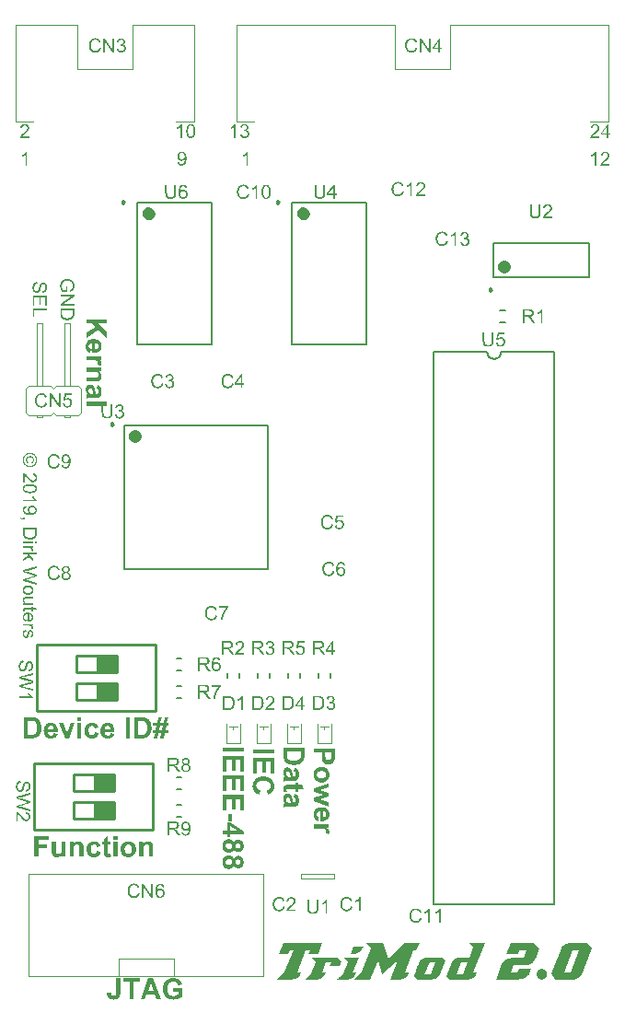
<source format=gto>
G04*
G04 #@! TF.GenerationSoftware,Altium Limited,Altium Designer,21.0.8 (223)*
G04*
G04 Layer_Color=65535*
%FSLAX25Y25*%
%MOIN*%
G70*
G04*
G04 #@! TF.SameCoordinates,24B65C91-686E-4BDF-BE13-0E35A49C72FF*
G04*
G04*
G04 #@! TF.FilePolarity,Positive*
G04*
G01*
G75*
%ADD10C,0.00787*%
%ADD11C,0.02362*%
%ADD12C,0.00984*%
%ADD13C,0.00394*%
%ADD14C,0.01000*%
%ADD15R,0.07400X0.06000*%
G36*
X9654Y261733D02*
X9650D01*
X9635Y261729D01*
X9617D01*
X9592Y261722D01*
X9559Y261718D01*
X9519Y261711D01*
X9479Y261700D01*
X9432Y261689D01*
X9333Y261664D01*
X9228Y261627D01*
X9126Y261584D01*
X9028Y261529D01*
X9024Y261526D01*
X9017Y261522D01*
X9006Y261511D01*
X8988Y261496D01*
X8966Y261482D01*
X8944Y261460D01*
X8918Y261435D01*
X8889Y261405D01*
X8860Y261373D01*
X8827Y261333D01*
X8795Y261293D01*
X8762Y261245D01*
X8729Y261198D01*
X8696Y261143D01*
X8667Y261085D01*
X8638Y261023D01*
Y261020D01*
X8631Y261009D01*
X8624Y260987D01*
X8616Y260961D01*
X8605Y260929D01*
X8591Y260892D01*
X8576Y260845D01*
X8565Y260798D01*
X8551Y260743D01*
X8536Y260681D01*
X8525Y260619D01*
X8511Y260550D01*
X8496Y260404D01*
X8489Y260248D01*
Y260211D01*
X8493Y260182D01*
Y260150D01*
X8496Y260113D01*
X8500Y260069D01*
X8504Y260022D01*
X8518Y259917D01*
X8536Y259804D01*
X8565Y259691D01*
X8602Y259578D01*
Y259575D01*
X8605Y259564D01*
X8613Y259549D01*
X8624Y259531D01*
X8635Y259505D01*
X8649Y259480D01*
X8682Y259414D01*
X8726Y259345D01*
X8780Y259272D01*
X8842Y259203D01*
X8911Y259145D01*
X8915D01*
X8922Y259138D01*
X8933Y259130D01*
X8947Y259123D01*
X8966Y259112D01*
X8988Y259098D01*
X9042Y259072D01*
X9104Y259047D01*
X9177Y259021D01*
X9261Y259007D01*
X9344Y258999D01*
X9348D01*
X9355D01*
X9366D01*
X9384Y259003D01*
X9406D01*
X9428Y259007D01*
X9486Y259018D01*
X9548Y259032D01*
X9617Y259058D01*
X9686Y259094D01*
X9756Y259141D01*
X9759D01*
X9763Y259149D01*
X9785Y259167D01*
X9817Y259203D01*
X9839Y259225D01*
X9861Y259250D01*
X9883Y259280D01*
X9909Y259312D01*
X9934Y259349D01*
X9960Y259392D01*
X9985Y259436D01*
X10010Y259487D01*
X10032Y259538D01*
X10058Y259596D01*
Y259600D01*
X10061Y259607D01*
X10065Y259618D01*
X10072Y259640D01*
X10080Y259665D01*
X10091Y259695D01*
X10101Y259735D01*
X10116Y259782D01*
X10134Y259840D01*
X10152Y259902D01*
X10171Y259975D01*
X10192Y260059D01*
X10218Y260150D01*
X10243Y260255D01*
X10272Y260368D01*
X10302Y260492D01*
Y260495D01*
X10305Y260499D01*
Y260510D01*
X10309Y260521D01*
X10320Y260557D01*
X10331Y260605D01*
X10345Y260659D01*
X10363Y260725D01*
X10382Y260798D01*
X10403Y260870D01*
X10451Y261031D01*
X10505Y261191D01*
X10535Y261267D01*
X10564Y261340D01*
X10589Y261402D01*
X10618Y261460D01*
X10622Y261464D01*
X10626Y261475D01*
X10637Y261493D01*
X10651Y261518D01*
X10669Y261547D01*
X10695Y261584D01*
X10720Y261620D01*
X10749Y261664D01*
X10815Y261751D01*
X10895Y261839D01*
X10986Y261926D01*
X11037Y261962D01*
X11088Y261999D01*
X11091Y262002D01*
X11102Y262006D01*
X11117Y262013D01*
X11139Y262024D01*
X11164Y262039D01*
X11193Y262053D01*
X11230Y262068D01*
X11270Y262086D01*
X11317Y262101D01*
X11365Y262119D01*
X11470Y262144D01*
X11586Y262166D01*
X11648Y262170D01*
X11714Y262173D01*
X11718D01*
X11732D01*
X11750D01*
X11779Y262170D01*
X11812Y262166D01*
X11852Y262162D01*
X11896Y262155D01*
X11947Y262148D01*
X12002Y262133D01*
X12056Y262123D01*
X12114Y262104D01*
X12176Y262082D01*
X12238Y262057D01*
X12300Y262028D01*
X12365Y261995D01*
X12427Y261959D01*
X12431Y261955D01*
X12442Y261948D01*
X12460Y261937D01*
X12482Y261919D01*
X12511Y261897D01*
X12540Y261868D01*
X12577Y261835D01*
X12613Y261799D01*
X12653Y261758D01*
X12697Y261711D01*
X12737Y261660D01*
X12780Y261602D01*
X12821Y261540D01*
X12860Y261475D01*
X12897Y261405D01*
X12930Y261329D01*
X12933Y261325D01*
X12937Y261311D01*
X12944Y261289D01*
X12959Y261256D01*
X12970Y261216D01*
X12984Y261172D01*
X13002Y261118D01*
X13017Y261056D01*
X13035Y260990D01*
X13050Y260921D01*
X13064Y260845D01*
X13079Y260765D01*
X13090Y260677D01*
X13097Y260590D01*
X13101Y260499D01*
X13104Y260404D01*
Y260350D01*
X13101Y260310D01*
Y260262D01*
X13093Y260204D01*
X13090Y260142D01*
X13083Y260069D01*
X13072Y259997D01*
X13061Y259917D01*
X13028Y259753D01*
X13006Y259665D01*
X12984Y259582D01*
X12955Y259498D01*
X12922Y259418D01*
X12919Y259414D01*
X12915Y259400D01*
X12904Y259378D01*
X12890Y259349D01*
X12871Y259312D01*
X12846Y259272D01*
X12821Y259225D01*
X12788Y259178D01*
X12755Y259123D01*
X12715Y259072D01*
X12671Y259018D01*
X12624Y258963D01*
X12573Y258908D01*
X12515Y258857D01*
X12456Y258806D01*
X12391Y258763D01*
X12387Y258759D01*
X12376Y258752D01*
X12355Y258741D01*
X12329Y258726D01*
X12296Y258708D01*
X12256Y258686D01*
X12213Y258668D01*
X12162Y258643D01*
X12107Y258621D01*
X12045Y258599D01*
X11980Y258577D01*
X11910Y258559D01*
X11838Y258541D01*
X11761Y258526D01*
X11681Y258519D01*
X11601Y258512D01*
X11554Y259152D01*
X11561D01*
X11576Y259156D01*
X11601Y259159D01*
X11634Y259167D01*
X11670Y259174D01*
X11718Y259185D01*
X11768Y259200D01*
X11823Y259218D01*
X11881Y259236D01*
X11940Y259261D01*
X11998Y259291D01*
X12060Y259323D01*
X12118Y259360D01*
X12173Y259403D01*
X12227Y259451D01*
X12274Y259502D01*
X12278Y259505D01*
X12285Y259516D01*
X12296Y259531D01*
X12314Y259556D01*
X12333Y259589D01*
X12351Y259625D01*
X12373Y259669D01*
X12398Y259720D01*
X12420Y259778D01*
X12442Y259844D01*
X12460Y259917D01*
X12482Y259993D01*
X12496Y260080D01*
X12507Y260171D01*
X12515Y260270D01*
X12518Y260375D01*
Y260434D01*
X12515Y260474D01*
X12511Y260525D01*
X12507Y260579D01*
X12500Y260645D01*
X12489Y260710D01*
X12464Y260856D01*
X12446Y260929D01*
X12424Y261001D01*
X12398Y261070D01*
X12369Y261140D01*
X12336Y261202D01*
X12296Y261256D01*
X12293Y261260D01*
X12285Y261267D01*
X12274Y261282D01*
X12256Y261300D01*
X12235Y261318D01*
X12209Y261344D01*
X12180Y261365D01*
X12147Y261391D01*
X12111Y261416D01*
X12067Y261442D01*
X11976Y261486D01*
X11929Y261504D01*
X11874Y261518D01*
X11819Y261526D01*
X11761Y261529D01*
X11758D01*
X11750D01*
X11736D01*
X11718Y261526D01*
X11692Y261522D01*
X11667Y261518D01*
X11605Y261504D01*
X11532Y261482D01*
X11459Y261449D01*
X11419Y261427D01*
X11383Y261398D01*
X11346Y261369D01*
X11314Y261336D01*
X11310Y261333D01*
X11306Y261325D01*
X11295Y261314D01*
X11284Y261293D01*
X11266Y261267D01*
X11248Y261231D01*
X11226Y261191D01*
X11201Y261140D01*
X11175Y261078D01*
X11146Y261009D01*
X11117Y260925D01*
X11084Y260834D01*
X11051Y260728D01*
X11019Y260612D01*
X10986Y260481D01*
X10949Y260335D01*
Y260332D01*
X10946Y260324D01*
Y260313D01*
X10942Y260299D01*
X10939Y260281D01*
X10931Y260259D01*
X10920Y260204D01*
X10902Y260139D01*
X10884Y260062D01*
X10866Y259979D01*
X10840Y259891D01*
X10793Y259705D01*
X10768Y259614D01*
X10738Y259524D01*
X10713Y259436D01*
X10684Y259356D01*
X10658Y259283D01*
X10633Y259221D01*
X10629Y259218D01*
X10622Y259203D01*
X10611Y259178D01*
X10597Y259149D01*
X10575Y259112D01*
X10553Y259072D01*
X10524Y259025D01*
X10491Y258974D01*
X10458Y258923D01*
X10418Y258868D01*
X10331Y258759D01*
X10229Y258657D01*
X10174Y258613D01*
X10116Y258570D01*
X10112Y258566D01*
X10101Y258559D01*
X10083Y258552D01*
X10061Y258537D01*
X10032Y258523D01*
X9996Y258504D01*
X9956Y258483D01*
X9912Y258464D01*
X9861Y258446D01*
X9807Y258424D01*
X9748Y258406D01*
X9683Y258391D01*
X9617Y258377D01*
X9548Y258366D01*
X9479Y258362D01*
X9403Y258359D01*
X9399D01*
X9384D01*
X9363D01*
X9333Y258362D01*
X9297Y258366D01*
X9257Y258370D01*
X9210Y258377D01*
X9155Y258388D01*
X9100Y258399D01*
X9038Y258417D01*
X8977Y258435D01*
X8911Y258457D01*
X8846Y258483D01*
X8777Y258515D01*
X8711Y258552D01*
X8642Y258592D01*
X8638Y258595D01*
X8627Y258603D01*
X8609Y258617D01*
X8584Y258635D01*
X8554Y258657D01*
X8518Y258686D01*
X8482Y258719D01*
X8442Y258759D01*
X8398Y258803D01*
X8354Y258854D01*
X8307Y258908D01*
X8260Y258967D01*
X8216Y259029D01*
X8172Y259098D01*
X8132Y259170D01*
X8092Y259250D01*
X8089Y259254D01*
X8085Y259269D01*
X8074Y259294D01*
X8063Y259327D01*
X8049Y259367D01*
X8030Y259414D01*
X8012Y259469D01*
X7994Y259531D01*
X7976Y259600D01*
X7958Y259676D01*
X7943Y259756D01*
X7925Y259840D01*
X7914Y259928D01*
X7903Y260022D01*
X7899Y260121D01*
X7896Y260219D01*
Y260284D01*
X7899Y260332D01*
X7903Y260390D01*
X7907Y260459D01*
X7914Y260535D01*
X7921Y260619D01*
X7932Y260706D01*
X7943Y260798D01*
X7979Y260990D01*
X8001Y261089D01*
X8027Y261183D01*
X8059Y261278D01*
X8092Y261365D01*
X8096Y261369D01*
X8103Y261387D01*
X8114Y261409D01*
X8128Y261442D01*
X8150Y261482D01*
X8176Y261526D01*
X8209Y261577D01*
X8241Y261627D01*
X8281Y261686D01*
X8325Y261744D01*
X8376Y261806D01*
X8431Y261864D01*
X8489Y261926D01*
X8551Y261984D01*
X8620Y262039D01*
X8693Y262090D01*
X8696Y262093D01*
X8711Y262101D01*
X8733Y262115D01*
X8762Y262130D01*
X8802Y262152D01*
X8846Y262173D01*
X8897Y262199D01*
X8955Y262221D01*
X9020Y262246D01*
X9089Y262272D01*
X9166Y262294D01*
X9242Y262315D01*
X9326Y262334D01*
X9414Y262348D01*
X9505Y262359D01*
X9599Y262363D01*
X9654Y261733D01*
D02*
G37*
G36*
X13017Y253794D02*
X12424D01*
Y256768D01*
X10880D01*
Y253983D01*
X10287D01*
Y256768D01*
X8573D01*
Y253678D01*
X7979D01*
Y257434D01*
X13017D01*
Y253794D01*
D02*
G37*
G36*
Y252116D02*
X8573D01*
Y249637D01*
X7979D01*
Y252782D01*
X13017D01*
Y252116D01*
D02*
G37*
G36*
X58989Y10401D02*
X59032D01*
X59082Y10396D01*
X59202Y10390D01*
X59338Y10374D01*
X59491Y10357D01*
X59655Y10330D01*
X59824Y10303D01*
X60004Y10259D01*
X60190Y10215D01*
X60370Y10155D01*
X60550Y10090D01*
X60725Y10008D01*
X60894Y9915D01*
X61047Y9811D01*
X61058Y9806D01*
X61080Y9784D01*
X61124Y9751D01*
X61173Y9702D01*
X61238Y9642D01*
X61309Y9571D01*
X61391Y9484D01*
X61473Y9386D01*
X61560Y9276D01*
X61642Y9156D01*
X61730Y9020D01*
X61812Y8878D01*
X61888Y8720D01*
X61959Y8550D01*
X62019Y8376D01*
X62068Y8184D01*
X60556Y7901D01*
Y7906D01*
X60550Y7922D01*
X60539Y7955D01*
X60523Y7993D01*
X60506Y8037D01*
X60479Y8092D01*
X60452Y8152D01*
X60419Y8217D01*
X60381Y8283D01*
X60337Y8354D01*
X60288Y8430D01*
X60233Y8501D01*
X60168Y8572D01*
X60102Y8643D01*
X60031Y8714D01*
X59950Y8774D01*
X59944Y8780D01*
X59928Y8790D01*
X59906Y8807D01*
X59873Y8823D01*
X59829Y8850D01*
X59775Y8878D01*
X59715Y8905D01*
X59649Y8938D01*
X59573Y8971D01*
X59491Y8998D01*
X59398Y9025D01*
X59300Y9053D01*
X59202Y9069D01*
X59087Y9085D01*
X58972Y9096D01*
X58852Y9102D01*
X58808D01*
X58754Y9096D01*
X58688Y9091D01*
X58601Y9080D01*
X58503Y9069D01*
X58399Y9047D01*
X58279Y9020D01*
X58153Y8987D01*
X58028Y8943D01*
X57891Y8894D01*
X57760Y8834D01*
X57629Y8758D01*
X57503Y8676D01*
X57378Y8578D01*
X57263Y8463D01*
X57258Y8457D01*
X57236Y8436D01*
X57209Y8397D01*
X57170Y8343D01*
X57127Y8277D01*
X57078Y8195D01*
X57023Y8102D01*
X56968Y7993D01*
X56914Y7868D01*
X56859Y7726D01*
X56810Y7573D01*
X56766Y7404D01*
X56728Y7218D01*
X56701Y7021D01*
X56679Y6808D01*
X56674Y6585D01*
Y6579D01*
Y6568D01*
Y6552D01*
Y6525D01*
Y6492D01*
X56679Y6459D01*
Y6415D01*
X56684Y6366D01*
X56690Y6252D01*
X56706Y6126D01*
X56723Y5984D01*
X56750Y5831D01*
X56777Y5667D01*
X56821Y5504D01*
X56865Y5334D01*
X56925Y5170D01*
X56990Y5007D01*
X57072Y4848D01*
X57165Y4701D01*
X57269Y4570D01*
X57274Y4564D01*
X57296Y4543D01*
X57329Y4510D01*
X57378Y4466D01*
X57438Y4417D01*
X57509Y4357D01*
X57596Y4297D01*
X57689Y4237D01*
X57798Y4171D01*
X57913Y4111D01*
X58044Y4057D01*
X58186Y4002D01*
X58333Y3958D01*
X58492Y3926D01*
X58661Y3904D01*
X58836Y3898D01*
X58885D01*
X58918Y3904D01*
X58961D01*
X59016Y3909D01*
X59071Y3915D01*
X59136Y3920D01*
X59207Y3931D01*
X59284Y3942D01*
X59442Y3975D01*
X59617Y4024D01*
X59797Y4084D01*
X59802D01*
X59819Y4095D01*
X59846Y4100D01*
X59879Y4117D01*
X59917Y4133D01*
X59966Y4155D01*
X60021Y4182D01*
X60081Y4210D01*
X60212Y4275D01*
X60348Y4352D01*
X60490Y4439D01*
X60627Y4537D01*
Y5498D01*
X58880D01*
Y6776D01*
X62166D01*
Y3762D01*
X62161Y3756D01*
X62145Y3740D01*
X62117Y3718D01*
X62079Y3685D01*
X62030Y3642D01*
X61964Y3598D01*
X61893Y3543D01*
X61812Y3483D01*
X61719Y3423D01*
X61615Y3358D01*
X61500Y3292D01*
X61375Y3221D01*
X61244Y3150D01*
X61096Y3079D01*
X60938Y3008D01*
X60774Y2943D01*
X60763Y2937D01*
X60736Y2926D01*
X60687Y2910D01*
X60616Y2888D01*
X60534Y2861D01*
X60436Y2834D01*
X60326Y2801D01*
X60206Y2768D01*
X60070Y2735D01*
X59928Y2703D01*
X59775Y2675D01*
X59617Y2648D01*
X59453Y2626D01*
X59284Y2610D01*
X59109Y2599D01*
X58934Y2593D01*
X58852D01*
X58819Y2599D01*
X58737D01*
X58634Y2610D01*
X58514Y2621D01*
X58377Y2637D01*
X58230Y2653D01*
X58071Y2681D01*
X57908Y2713D01*
X57738Y2757D01*
X57564Y2801D01*
X57383Y2861D01*
X57209Y2926D01*
X57034Y3003D01*
X56865Y3090D01*
X56854Y3096D01*
X56827Y3112D01*
X56783Y3145D01*
X56723Y3183D01*
X56646Y3232D01*
X56564Y3298D01*
X56472Y3369D01*
X56368Y3456D01*
X56264Y3549D01*
X56155Y3653D01*
X56046Y3773D01*
X55936Y3898D01*
X55827Y4035D01*
X55729Y4182D01*
X55631Y4341D01*
X55543Y4510D01*
X55538Y4521D01*
X55527Y4553D01*
X55505Y4603D01*
X55472Y4674D01*
X55440Y4761D01*
X55401Y4859D01*
X55363Y4979D01*
X55325Y5110D01*
X55281Y5252D01*
X55243Y5411D01*
X55205Y5574D01*
X55172Y5749D01*
X55145Y5935D01*
X55123Y6126D01*
X55107Y6323D01*
X55101Y6525D01*
Y6530D01*
Y6536D01*
Y6557D01*
Y6579D01*
Y6606D01*
X55107Y6639D01*
Y6721D01*
X55117Y6825D01*
X55128Y6945D01*
X55145Y7081D01*
X55161Y7229D01*
X55189Y7387D01*
X55221Y7557D01*
X55260Y7731D01*
X55309Y7906D01*
X55363Y8086D01*
X55429Y8266D01*
X55505Y8446D01*
X55593Y8621D01*
X55598Y8632D01*
X55614Y8659D01*
X55647Y8709D01*
X55685Y8774D01*
X55734Y8850D01*
X55800Y8938D01*
X55876Y9036D01*
X55958Y9140D01*
X56057Y9255D01*
X56166Y9369D01*
X56280Y9484D01*
X56411Y9604D01*
X56554Y9719D01*
X56706Y9828D01*
X56865Y9932D01*
X57039Y10030D01*
X57050Y10035D01*
X57072Y10046D01*
X57116Y10063D01*
X57170Y10090D01*
X57241Y10117D01*
X57329Y10150D01*
X57427Y10183D01*
X57536Y10221D01*
X57662Y10254D01*
X57804Y10287D01*
X57951Y10319D01*
X58110Y10347D01*
X58279Y10374D01*
X58464Y10390D01*
X58656Y10401D01*
X58852Y10407D01*
X58945D01*
X58989Y10401D01*
D02*
G37*
G36*
X39666Y5493D02*
Y5482D01*
Y5449D01*
Y5405D01*
Y5340D01*
X39660Y5258D01*
X39655Y5170D01*
X39649Y5067D01*
X39644Y4963D01*
X39638Y4848D01*
X39622Y4728D01*
X39595Y4488D01*
X39573Y4373D01*
X39551Y4259D01*
X39524Y4149D01*
X39496Y4051D01*
Y4046D01*
X39485Y4024D01*
X39475Y3986D01*
X39453Y3942D01*
X39426Y3887D01*
X39398Y3822D01*
X39360Y3751D01*
X39316Y3669D01*
X39262Y3587D01*
X39207Y3500D01*
X39142Y3412D01*
X39065Y3325D01*
X38983Y3238D01*
X38896Y3150D01*
X38798Y3068D01*
X38694Y2992D01*
X38688Y2987D01*
X38666Y2976D01*
X38634Y2954D01*
X38590Y2932D01*
X38530Y2899D01*
X38459Y2866D01*
X38377Y2828D01*
X38284Y2795D01*
X38181Y2757D01*
X38066Y2719D01*
X37940Y2686D01*
X37804Y2653D01*
X37656Y2632D01*
X37498Y2610D01*
X37334Y2599D01*
X37160Y2593D01*
X37110D01*
X37050Y2599D01*
X36974Y2604D01*
X36881Y2615D01*
X36772Y2626D01*
X36652Y2648D01*
X36526Y2670D01*
X36390Y2703D01*
X36248Y2746D01*
X36106Y2795D01*
X35958Y2856D01*
X35816Y2926D01*
X35680Y3008D01*
X35554Y3107D01*
X35434Y3216D01*
X35429Y3221D01*
X35407Y3243D01*
X35380Y3281D01*
X35341Y3331D01*
X35298Y3401D01*
X35243Y3478D01*
X35188Y3571D01*
X35134Y3680D01*
X35079Y3805D01*
X35025Y3942D01*
X34976Y4095D01*
X34926Y4259D01*
X34888Y4439D01*
X34861Y4630D01*
X34839Y4837D01*
X34834Y5061D01*
X36270Y5225D01*
Y5220D01*
Y5198D01*
X36275Y5165D01*
Y5121D01*
X36281Y5067D01*
X36286Y5001D01*
X36291Y4936D01*
X36302Y4865D01*
X36324Y4712D01*
X36357Y4559D01*
X36379Y4488D01*
X36401Y4417D01*
X36428Y4357D01*
X36455Y4302D01*
X36461Y4297D01*
X36466Y4286D01*
X36483Y4264D01*
X36504Y4237D01*
X36532Y4210D01*
X36559Y4177D01*
X36597Y4139D01*
X36646Y4100D01*
X36696Y4062D01*
X36750Y4024D01*
X36810Y3991D01*
X36881Y3964D01*
X36952Y3937D01*
X37034Y3915D01*
X37116Y3904D01*
X37209Y3898D01*
X37258D01*
X37291Y3904D01*
X37334Y3909D01*
X37383Y3915D01*
X37487Y3937D01*
X37607Y3969D01*
X37727Y4018D01*
X37782Y4051D01*
X37837Y4095D01*
X37886Y4139D01*
X37929Y4188D01*
Y4193D01*
X37940Y4204D01*
X37951Y4220D01*
X37962Y4248D01*
X37979Y4281D01*
X37995Y4330D01*
X38017Y4384D01*
X38039Y4450D01*
X38055Y4521D01*
X38077Y4608D01*
X38093Y4706D01*
X38110Y4821D01*
X38120Y4941D01*
X38131Y5078D01*
X38142Y5231D01*
Y5394D01*
Y10281D01*
X39666D01*
Y5493D01*
D02*
G37*
G36*
X54550Y2724D02*
X52890D01*
X52235Y4439D01*
X49210Y4439D01*
X48587Y2724D01*
X46971D01*
X49903Y10281D01*
X51525D01*
X54550Y2724D01*
D02*
G37*
G36*
X46764Y9003D02*
X44525D01*
Y2724D01*
X43002D01*
Y9003D01*
X40758D01*
Y10281D01*
X46764D01*
Y9003D01*
D02*
G37*
G36*
X20546Y263440D02*
X20596D01*
X20662Y263433D01*
X20738Y263429D01*
X20826Y263418D01*
X20920Y263404D01*
X21022Y263389D01*
X21132Y263367D01*
X21244Y263346D01*
X21361Y263316D01*
X21481Y263280D01*
X21605Y263240D01*
X21725Y263193D01*
X21845Y263138D01*
X21849D01*
X21852Y263134D01*
X21874Y263123D01*
X21907Y263105D01*
X21950Y263080D01*
X22002Y263051D01*
X22063Y263011D01*
X22132Y262963D01*
X22205Y262912D01*
X22282Y262854D01*
X22358Y262789D01*
X22438Y262716D01*
X22515Y262636D01*
X22591Y262548D01*
X22664Y262457D01*
X22733Y262359D01*
X22795Y262253D01*
X22799Y262246D01*
X22810Y262228D01*
X22824Y262195D01*
X22842Y262152D01*
X22868Y262097D01*
X22893Y262032D01*
X22922Y261955D01*
X22952Y261871D01*
X22977Y261777D01*
X23006Y261675D01*
X23032Y261566D01*
X23057Y261449D01*
X23075Y261325D01*
X23090Y261198D01*
X23101Y261063D01*
X23104Y260925D01*
Y260870D01*
X23101Y260834D01*
Y260783D01*
X23094Y260728D01*
X23090Y260666D01*
X23083Y260597D01*
X23072Y260521D01*
X23061Y260444D01*
X23028Y260277D01*
X23010Y260193D01*
X22984Y260106D01*
X22959Y260022D01*
X22926Y259939D01*
X22922Y259935D01*
X22919Y259920D01*
X22908Y259895D01*
X22893Y259866D01*
X22875Y259829D01*
X22853Y259786D01*
X22828Y259738D01*
X22799Y259684D01*
X22762Y259629D01*
X22726Y259575D01*
X22642Y259458D01*
X22544Y259345D01*
X22489Y259291D01*
X22431Y259243D01*
X22427Y259240D01*
X22416Y259232D01*
X22398Y259218D01*
X22373Y259203D01*
X22344Y259181D01*
X22304Y259156D01*
X22260Y259130D01*
X22209Y259101D01*
X22154Y259072D01*
X22089Y259039D01*
X22023Y259007D01*
X21950Y258978D01*
X21870Y258945D01*
X21787Y258916D01*
X21699Y258887D01*
X21605Y258861D01*
X21441Y259462D01*
X21445D01*
X21459Y259465D01*
X21477Y259473D01*
X21507Y259484D01*
X21536Y259494D01*
X21576Y259505D01*
X21616Y259524D01*
X21663Y259538D01*
X21758Y259582D01*
X21859Y259629D01*
X21958Y259684D01*
X22002Y259713D01*
X22045Y259746D01*
X22049Y259749D01*
X22056Y259753D01*
X22067Y259764D01*
X22082Y259775D01*
X22100Y259793D01*
X22122Y259815D01*
X22147Y259840D01*
X22173Y259869D01*
X22202Y259902D01*
X22231Y259935D01*
X22289Y260019D01*
X22347Y260117D01*
X22398Y260226D01*
Y260230D01*
X22406Y260241D01*
X22409Y260259D01*
X22420Y260281D01*
X22431Y260310D01*
X22442Y260346D01*
X22453Y260386D01*
X22467Y260430D01*
X22478Y260477D01*
X22489Y260532D01*
X22500Y260590D01*
X22511Y260648D01*
X22526Y260779D01*
X22533Y260918D01*
Y260961D01*
X22529Y260994D01*
Y261034D01*
X22526Y261081D01*
X22522Y261132D01*
X22515Y261187D01*
X22508Y261249D01*
X22500Y261314D01*
X22475Y261445D01*
X22438Y261580D01*
X22391Y261711D01*
Y261715D01*
X22384Y261726D01*
X22376Y261744D01*
X22366Y261766D01*
X22351Y261795D01*
X22336Y261828D01*
X22314Y261864D01*
X22293Y261900D01*
X22242Y261988D01*
X22176Y262075D01*
X22103Y262166D01*
X22023Y262246D01*
X22020Y262250D01*
X22012Y262253D01*
X22002Y262264D01*
X21983Y262279D01*
X21961Y262297D01*
X21940Y262315D01*
X21911Y262337D01*
X21878Y262363D01*
X21805Y262414D01*
X21721Y262468D01*
X21627Y262519D01*
X21528Y262567D01*
X21525Y262570D01*
X21507Y262574D01*
X21481Y262585D01*
X21448Y262596D01*
X21405Y262610D01*
X21354Y262625D01*
X21292Y262643D01*
X21226Y262661D01*
X21153Y262679D01*
X21077Y262698D01*
X20993Y262712D01*
X20902Y262727D01*
X20811Y262738D01*
X20713Y262749D01*
X20615Y262752D01*
X20513Y262756D01*
X20509D01*
X20505D01*
X20484D01*
X20447D01*
X20400Y262752D01*
X20342Y262749D01*
X20276Y262745D01*
X20200Y262738D01*
X20120Y262727D01*
X20032Y262716D01*
X19941Y262701D01*
X19847Y262679D01*
X19752Y262658D01*
X19657Y262632D01*
X19563Y262603D01*
X19472Y262567D01*
X19384Y262526D01*
X19381Y262523D01*
X19366Y262516D01*
X19341Y262501D01*
X19311Y262483D01*
X19272Y262457D01*
X19231Y262428D01*
X19184Y262396D01*
X19133Y262355D01*
X19079Y262308D01*
X19024Y262257D01*
X18966Y262203D01*
X18911Y262141D01*
X18857Y262075D01*
X18806Y262006D01*
X18758Y261930D01*
X18715Y261849D01*
X18711Y261846D01*
X18704Y261828D01*
X18693Y261806D01*
X18682Y261773D01*
X18664Y261733D01*
X18645Y261682D01*
X18627Y261627D01*
X18605Y261566D01*
X18584Y261496D01*
X18565Y261424D01*
X18547Y261347D01*
X18529Y261267D01*
X18518Y261180D01*
X18507Y261092D01*
X18500Y261001D01*
X18496Y260910D01*
Y260867D01*
X18500Y260838D01*
Y260798D01*
X18504Y260750D01*
X18511Y260699D01*
X18518Y260641D01*
X18525Y260579D01*
X18536Y260514D01*
X18565Y260372D01*
X18605Y260219D01*
X18631Y260142D01*
X18660Y260066D01*
X18664Y260062D01*
X18667Y260048D01*
X18678Y260026D01*
X18689Y259997D01*
X18704Y259964D01*
X18722Y259924D01*
X18744Y259880D01*
X18769Y259833D01*
X18820Y259731D01*
X18882Y259625D01*
X18947Y259524D01*
X18980Y259480D01*
X19017Y259436D01*
X19956D01*
Y260918D01*
X20549D01*
Y258785D01*
X18678D01*
X18675Y258792D01*
X18660Y258806D01*
X18642Y258832D01*
X18613Y258868D01*
X18584Y258916D01*
X18543Y258967D01*
X18504Y259029D01*
X18460Y259094D01*
X18413Y259170D01*
X18365Y259247D01*
X18314Y259331D01*
X18267Y259422D01*
X18172Y259607D01*
X18132Y259702D01*
X18092Y259800D01*
X18089Y259807D01*
X18085Y259822D01*
X18074Y259851D01*
X18063Y259891D01*
X18048Y259939D01*
X18030Y259993D01*
X18012Y260059D01*
X17994Y260128D01*
X17976Y260208D01*
X17957Y260292D01*
X17943Y260379D01*
X17925Y260470D01*
X17903Y260666D01*
X17899Y260768D01*
X17896Y260870D01*
Y260921D01*
X17899Y260943D01*
Y260994D01*
X17907Y261060D01*
X17914Y261136D01*
X17921Y261223D01*
X17936Y261318D01*
X17954Y261420D01*
X17972Y261526D01*
X17998Y261638D01*
X18030Y261755D01*
X18067Y261871D01*
X18107Y261988D01*
X18158Y262104D01*
X18212Y262221D01*
X18216Y262228D01*
X18227Y262246D01*
X18245Y262279D01*
X18271Y262319D01*
X18303Y262370D01*
X18343Y262428D01*
X18391Y262494D01*
X18445Y262563D01*
X18507Y262636D01*
X18576Y262712D01*
X18649Y262789D01*
X18733Y262865D01*
X18824Y262938D01*
X18918Y263011D01*
X19020Y263076D01*
X19129Y263138D01*
X19137Y263142D01*
X19159Y263153D01*
X19191Y263167D01*
X19235Y263185D01*
X19293Y263207D01*
X19359Y263236D01*
X19439Y263262D01*
X19523Y263291D01*
X19621Y263320D01*
X19723Y263346D01*
X19832Y263371D01*
X19952Y263397D01*
X20076Y263415D01*
X20203Y263429D01*
X20334Y263440D01*
X20473Y263444D01*
X20476D01*
X20480D01*
X20491D01*
X20505D01*
X20524D01*
X20546Y263440D01*
D02*
G37*
G36*
X23017Y257125D02*
X19060Y254482D01*
X23017D01*
Y253841D01*
X17979D01*
Y254529D01*
X21932Y257168D01*
X17979D01*
Y257809D01*
X23017D01*
Y257125D01*
D02*
G37*
G36*
Y250889D02*
X23013Y250842D01*
Y250784D01*
X23010Y250722D01*
Y250653D01*
X22999Y250507D01*
X22988Y250358D01*
X22977Y250285D01*
X22970Y250216D01*
X22959Y250150D01*
X22944Y250089D01*
Y250085D01*
X22941Y250070D01*
X22933Y250049D01*
X22926Y250016D01*
X22911Y249979D01*
X22897Y249936D01*
X22882Y249888D01*
X22861Y249834D01*
X22813Y249721D01*
X22748Y249597D01*
X22675Y249474D01*
X22631Y249412D01*
X22584Y249353D01*
X22580Y249350D01*
X22569Y249335D01*
X22547Y249313D01*
X22522Y249288D01*
X22489Y249255D01*
X22449Y249215D01*
X22402Y249175D01*
X22351Y249128D01*
X22289Y249080D01*
X22223Y249033D01*
X22154Y248982D01*
X22078Y248931D01*
X21994Y248884D01*
X21911Y248840D01*
X21816Y248796D01*
X21721Y248756D01*
X21714Y248753D01*
X21696Y248749D01*
X21670Y248738D01*
X21630Y248724D01*
X21579Y248709D01*
X21521Y248694D01*
X21452Y248676D01*
X21375Y248655D01*
X21292Y248636D01*
X21197Y248618D01*
X21099Y248604D01*
X20993Y248589D01*
X20884Y248574D01*
X20767Y248564D01*
X20647Y248560D01*
X20524Y248556D01*
X20516D01*
X20498D01*
X20469D01*
X20425Y248560D01*
X20378D01*
X20320Y248564D01*
X20254Y248567D01*
X20181Y248574D01*
X20105Y248582D01*
X20021Y248589D01*
X19850Y248614D01*
X19676Y248647D01*
X19504Y248691D01*
X19501D01*
X19486Y248698D01*
X19461Y248705D01*
X19432Y248716D01*
X19395Y248727D01*
X19352Y248745D01*
X19301Y248764D01*
X19250Y248785D01*
X19133Y248833D01*
X19009Y248895D01*
X18889Y248960D01*
X18773Y249037D01*
X18769Y249040D01*
X18762Y249048D01*
X18744Y249059D01*
X18725Y249073D01*
X18700Y249091D01*
X18671Y249117D01*
X18605Y249171D01*
X18533Y249240D01*
X18456Y249317D01*
X18383Y249404D01*
X18314Y249495D01*
Y249499D01*
X18307Y249506D01*
X18300Y249521D01*
X18289Y249539D01*
X18274Y249565D01*
X18260Y249594D01*
X18241Y249626D01*
X18223Y249663D01*
X18201Y249706D01*
X18180Y249750D01*
X18161Y249801D01*
X18139Y249852D01*
X18099Y249969D01*
X18063Y250096D01*
Y250100D01*
X18059Y250111D01*
X18056Y250132D01*
X18048Y250158D01*
X18045Y250191D01*
X18037Y250231D01*
X18030Y250278D01*
X18023Y250329D01*
X18012Y250387D01*
X18005Y250449D01*
X17998Y250515D01*
X17994Y250587D01*
X17987Y250660D01*
X17983Y250740D01*
X17979Y250904D01*
Y252720D01*
X23017D01*
Y250889D01*
D02*
G37*
G36*
X5160Y319524D02*
X5211Y319521D01*
X5273Y319517D01*
X5342Y319506D01*
X5422Y319495D01*
X5506Y319477D01*
X5597Y319455D01*
X5688Y319430D01*
X5786Y319397D01*
X5881Y319357D01*
X5976Y319310D01*
X6067Y319259D01*
X6154Y319197D01*
X6238Y319124D01*
X6241Y319120D01*
X6256Y319106D01*
X6278Y319084D01*
X6303Y319051D01*
X6336Y319015D01*
X6372Y318967D01*
X6412Y318913D01*
X6452Y318851D01*
X6489Y318782D01*
X6529Y318705D01*
X6565Y318622D01*
X6598Y318534D01*
X6623Y318440D01*
X6645Y318341D01*
X6660Y318236D01*
X6663Y318127D01*
Y318123D01*
Y318112D01*
Y318097D01*
Y318076D01*
X6660Y318046D01*
X6656Y318017D01*
X6653Y317981D01*
X6649Y317941D01*
X6634Y317850D01*
X6612Y317748D01*
X6580Y317642D01*
X6540Y317533D01*
Y317530D01*
X6532Y317519D01*
X6525Y317504D01*
X6514Y317482D01*
X6503Y317457D01*
X6485Y317424D01*
X6467Y317388D01*
X6441Y317348D01*
X6416Y317304D01*
X6387Y317257D01*
X6314Y317151D01*
X6274Y317096D01*
X6230Y317038D01*
X6179Y316980D01*
X6128Y316918D01*
X6125Y316915D01*
X6114Y316903D01*
X6099Y316885D01*
X6074Y316860D01*
X6041Y316827D01*
X6001Y316787D01*
X5957Y316740D01*
X5903Y316685D01*
X5841Y316627D01*
X5768Y316561D01*
X5692Y316489D01*
X5604Y316408D01*
X5510Y316325D01*
X5408Y316234D01*
X5295Y316136D01*
X5175Y316034D01*
X5167Y316030D01*
X5149Y316012D01*
X5124Y315990D01*
X5087Y315957D01*
X5040Y315921D01*
X4993Y315877D01*
X4938Y315830D01*
X4880Y315779D01*
X4756Y315673D01*
X4698Y315619D01*
X4640Y315568D01*
X4585Y315517D01*
X4538Y315473D01*
X4494Y315433D01*
X4461Y315397D01*
X4454Y315389D01*
X4436Y315368D01*
X4407Y315335D01*
X4370Y315295D01*
X4330Y315244D01*
X4287Y315189D01*
X4243Y315127D01*
X4203Y315065D01*
X6671D01*
Y314472D01*
X3344D01*
Y314476D01*
Y314483D01*
Y314494D01*
Y314508D01*
Y314530D01*
X3347Y314552D01*
X3351Y314610D01*
X3358Y314672D01*
X3369Y314745D01*
X3387Y314822D01*
X3413Y314898D01*
Y314901D01*
X3420Y314913D01*
X3427Y314931D01*
X3438Y314956D01*
X3449Y314989D01*
X3468Y315025D01*
X3489Y315065D01*
X3511Y315109D01*
X3537Y315160D01*
X3570Y315211D01*
X3639Y315324D01*
X3722Y315444D01*
X3821Y315568D01*
X3824Y315571D01*
X3835Y315582D01*
X3850Y315600D01*
X3872Y315626D01*
X3901Y315659D01*
X3937Y315695D01*
X3977Y315739D01*
X4028Y315786D01*
X4083Y315841D01*
X4141Y315899D01*
X4206Y315961D01*
X4279Y316030D01*
X4359Y316099D01*
X4443Y316172D01*
X4534Y316248D01*
X4629Y316328D01*
X4632Y316332D01*
X4640Y316336D01*
X4651Y316347D01*
X4665Y316357D01*
X4683Y316376D01*
X4705Y316394D01*
X4760Y316441D01*
X4829Y316496D01*
X4902Y316565D01*
X4985Y316638D01*
X5073Y316718D01*
X5167Y316802D01*
X5258Y316889D01*
X5353Y316976D01*
X5440Y317067D01*
X5528Y317155D01*
X5604Y317238D01*
X5677Y317322D01*
X5735Y317399D01*
X5739Y317402D01*
X5746Y317417D01*
X5761Y317439D01*
X5783Y317464D01*
X5804Y317500D01*
X5826Y317541D01*
X5855Y317588D01*
X5881Y317639D01*
X5906Y317693D01*
X5935Y317752D01*
X5983Y317879D01*
X6001Y317945D01*
X6016Y318010D01*
X6023Y318076D01*
X6027Y318141D01*
Y318145D01*
Y318159D01*
Y318178D01*
X6023Y318203D01*
X6019Y318236D01*
X6012Y318272D01*
X6005Y318312D01*
X5994Y318356D01*
X5979Y318403D01*
X5961Y318454D01*
X5939Y318505D01*
X5914Y318556D01*
X5884Y318611D01*
X5848Y318662D01*
X5808Y318713D01*
X5761Y318760D01*
X5757Y318764D01*
X5750Y318771D01*
X5735Y318782D01*
X5713Y318800D01*
X5688Y318818D01*
X5655Y318840D01*
X5619Y318865D01*
X5579Y318887D01*
X5531Y318913D01*
X5480Y318935D01*
X5422Y318956D01*
X5364Y318975D01*
X5299Y318993D01*
X5229Y319004D01*
X5156Y319011D01*
X5080Y319015D01*
X5036D01*
X5007Y319011D01*
X4967Y319007D01*
X4924Y319000D01*
X4876Y318993D01*
X4822Y318982D01*
X4767Y318967D01*
X4709Y318949D01*
X4651Y318927D01*
X4589Y318902D01*
X4530Y318869D01*
X4472Y318833D01*
X4414Y318793D01*
X4363Y318745D01*
X4359Y318742D01*
X4352Y318735D01*
X4338Y318716D01*
X4323Y318698D01*
X4301Y318669D01*
X4279Y318636D01*
X4254Y318596D01*
X4232Y318552D01*
X4206Y318505D01*
X4181Y318447D01*
X4159Y318389D01*
X4137Y318323D01*
X4123Y318250D01*
X4108Y318174D01*
X4101Y318094D01*
X4097Y318006D01*
X3460Y318072D01*
Y318076D01*
Y318079D01*
X3464Y318090D01*
Y318105D01*
X3468Y318141D01*
X3478Y318189D01*
X3489Y318247D01*
X3504Y318316D01*
X3522Y318392D01*
X3544Y318472D01*
X3573Y318560D01*
X3606Y318647D01*
X3646Y318738D01*
X3693Y318829D01*
X3744Y318917D01*
X3806Y319000D01*
X3872Y319080D01*
X3948Y319153D01*
X3952Y319157D01*
X3966Y319168D01*
X3992Y319190D01*
X4025Y319211D01*
X4068Y319240D01*
X4119Y319273D01*
X4181Y319306D01*
X4250Y319342D01*
X4330Y319375D01*
X4414Y319408D01*
X4509Y319441D01*
X4611Y319470D01*
X4720Y319495D01*
X4836Y319513D01*
X4960Y319524D01*
X5091Y319528D01*
X5124D01*
X5160Y319524D01*
D02*
G37*
G36*
X84718Y319570D02*
X84755D01*
X84798Y319563D01*
X84846Y319559D01*
X84896Y319552D01*
X84955Y319541D01*
X85013Y319530D01*
X85140Y319497D01*
X85210Y319479D01*
X85275Y319453D01*
X85340Y319428D01*
X85406Y319395D01*
X85410Y319391D01*
X85421Y319388D01*
X85439Y319377D01*
X85464Y319362D01*
X85493Y319344D01*
X85526Y319322D01*
X85563Y319297D01*
X85603Y319268D01*
X85690Y319199D01*
X85777Y319115D01*
X85861Y319020D01*
X85901Y318966D01*
X85938Y318911D01*
X85941Y318907D01*
X85945Y318896D01*
X85956Y318882D01*
X85967Y318856D01*
X85981Y318831D01*
X85996Y318794D01*
X86014Y318758D01*
X86032Y318714D01*
X86047Y318667D01*
X86065Y318620D01*
X86094Y318511D01*
X86116Y318390D01*
X86120Y318329D01*
X86123Y318263D01*
Y318259D01*
Y318249D01*
Y318230D01*
X86120Y318209D01*
Y318179D01*
X86112Y318147D01*
X86109Y318107D01*
X86101Y318067D01*
X86079Y317972D01*
X86047Y317874D01*
X86028Y317823D01*
X86003Y317768D01*
X85978Y317717D01*
X85945Y317666D01*
X85941Y317663D01*
X85938Y317655D01*
X85927Y317641D01*
X85912Y317622D01*
X85894Y317601D01*
X85872Y317575D01*
X85847Y317546D01*
X85814Y317513D01*
X85781Y317480D01*
X85741Y317448D01*
X85701Y317411D01*
X85654Y317375D01*
X85603Y317342D01*
X85548Y317306D01*
X85490Y317273D01*
X85428Y317244D01*
X85431D01*
X85446Y317240D01*
X85472Y317233D01*
X85501Y317222D01*
X85541Y317211D01*
X85584Y317193D01*
X85632Y317175D01*
X85683Y317149D01*
X85737Y317124D01*
X85795Y317091D01*
X85854Y317058D01*
X85912Y317018D01*
X85967Y316974D01*
X86021Y316927D01*
X86076Y316873D01*
X86123Y316814D01*
X86127Y316811D01*
X86134Y316800D01*
X86145Y316782D01*
X86163Y316756D01*
X86181Y316723D01*
X86203Y316687D01*
X86225Y316643D01*
X86247Y316592D01*
X86269Y316534D01*
X86294Y316472D01*
X86312Y316407D01*
X86331Y316334D01*
X86349Y316257D01*
X86360Y316177D01*
X86367Y316094D01*
X86371Y316003D01*
Y315995D01*
Y315973D01*
X86367Y315937D01*
X86363Y315893D01*
X86356Y315835D01*
X86345Y315770D01*
X86331Y315697D01*
X86309Y315617D01*
X86283Y315529D01*
X86254Y315442D01*
X86214Y315347D01*
X86167Y315253D01*
X86112Y315158D01*
X86047Y315064D01*
X85970Y314972D01*
X85887Y314885D01*
X85879Y314881D01*
X85865Y314867D01*
X85839Y314842D01*
X85799Y314812D01*
X85752Y314780D01*
X85697Y314740D01*
X85628Y314700D01*
X85555Y314656D01*
X85472Y314612D01*
X85377Y314572D01*
X85279Y314532D01*
X85169Y314499D01*
X85057Y314470D01*
X84933Y314445D01*
X84805Y314430D01*
X84671Y314426D01*
X84642D01*
X84605Y314430D01*
X84562Y314434D01*
X84503Y314437D01*
X84438Y314448D01*
X84365Y314459D01*
X84285Y314477D01*
X84201Y314496D01*
X84110Y314521D01*
X84019Y314554D01*
X83925Y314594D01*
X83834Y314638D01*
X83743Y314689D01*
X83652Y314751D01*
X83568Y314820D01*
X83564Y314823D01*
X83550Y314838D01*
X83528Y314860D01*
X83499Y314892D01*
X83466Y314932D01*
X83426Y314980D01*
X83386Y315034D01*
X83342Y315096D01*
X83298Y315165D01*
X83255Y315246D01*
X83215Y315329D01*
X83175Y315420D01*
X83142Y315518D01*
X83109Y315620D01*
X83087Y315730D01*
X83073Y315846D01*
X83692Y315930D01*
Y315923D01*
X83695Y315908D01*
X83702Y315879D01*
X83713Y315843D01*
X83724Y315799D01*
X83739Y315752D01*
X83757Y315697D01*
X83775Y315639D01*
X83826Y315511D01*
X83888Y315388D01*
X83925Y315326D01*
X83965Y315267D01*
X84005Y315216D01*
X84052Y315169D01*
X84056Y315165D01*
X84063Y315158D01*
X84077Y315147D01*
X84099Y315133D01*
X84121Y315114D01*
X84154Y315096D01*
X84187Y315074D01*
X84227Y315056D01*
X84270Y315034D01*
X84318Y315013D01*
X84369Y314994D01*
X84423Y314976D01*
X84482Y314962D01*
X84543Y314951D01*
X84605Y314943D01*
X84674Y314940D01*
X84693D01*
X84718Y314943D01*
X84747D01*
X84787Y314951D01*
X84831Y314954D01*
X84878Y314965D01*
X84933Y314976D01*
X84987Y314994D01*
X85049Y315013D01*
X85111Y315038D01*
X85173Y315067D01*
X85235Y315104D01*
X85297Y315144D01*
X85355Y315187D01*
X85413Y315242D01*
X85417Y315246D01*
X85428Y315256D01*
X85442Y315271D01*
X85461Y315297D01*
X85483Y315326D01*
X85508Y315362D01*
X85537Y315402D01*
X85566Y315449D01*
X85592Y315500D01*
X85621Y315559D01*
X85646Y315617D01*
X85668Y315686D01*
X85686Y315755D01*
X85701Y315828D01*
X85712Y315908D01*
X85715Y315988D01*
Y315992D01*
Y316006D01*
Y316028D01*
X85712Y316061D01*
X85708Y316094D01*
X85701Y316137D01*
X85694Y316185D01*
X85679Y316236D01*
X85664Y316290D01*
X85646Y316348D01*
X85624Y316407D01*
X85599Y316465D01*
X85566Y316523D01*
X85526Y316581D01*
X85486Y316636D01*
X85435Y316691D01*
X85431Y316694D01*
X85424Y316702D01*
X85406Y316716D01*
X85384Y316734D01*
X85359Y316756D01*
X85326Y316778D01*
X85286Y316803D01*
X85242Y316829D01*
X85195Y316854D01*
X85140Y316880D01*
X85082Y316902D01*
X85020Y316924D01*
X84955Y316942D01*
X84882Y316956D01*
X84809Y316964D01*
X84729Y316967D01*
X84696D01*
X84660Y316964D01*
X84609Y316960D01*
X84543Y316953D01*
X84471Y316938D01*
X84387Y316924D01*
X84292Y316902D01*
X84361Y317444D01*
X84372D01*
X84383Y317440D01*
X84398D01*
X84430Y317437D01*
X84500D01*
X84525Y317440D01*
X84562Y317444D01*
X84602Y317448D01*
X84645Y317455D01*
X84696Y317462D01*
X84751Y317473D01*
X84805Y317488D01*
X84926Y317524D01*
X84987Y317546D01*
X85049Y317575D01*
X85111Y317604D01*
X85169Y317641D01*
X85173Y317644D01*
X85184Y317652D01*
X85199Y317663D01*
X85220Y317681D01*
X85242Y317703D01*
X85271Y317728D01*
X85297Y317761D01*
X85330Y317797D01*
X85359Y317841D01*
X85388Y317888D01*
X85413Y317939D01*
X85435Y317997D01*
X85457Y318059D01*
X85472Y318128D01*
X85483Y318201D01*
X85486Y318278D01*
Y318281D01*
Y318292D01*
Y318310D01*
X85483Y318336D01*
X85479Y318361D01*
X85475Y318398D01*
X85468Y318434D01*
X85457Y318474D01*
X85428Y318562D01*
X85410Y318609D01*
X85388Y318656D01*
X85362Y318704D01*
X85330Y318751D01*
X85293Y318794D01*
X85253Y318838D01*
X85250Y318842D01*
X85242Y318849D01*
X85231Y318860D01*
X85213Y318875D01*
X85188Y318889D01*
X85162Y318911D01*
X85129Y318929D01*
X85093Y318951D01*
X85053Y318973D01*
X85009Y318991D01*
X84958Y319013D01*
X84907Y319027D01*
X84849Y319042D01*
X84791Y319053D01*
X84725Y319060D01*
X84660Y319064D01*
X84623D01*
X84602Y319060D01*
X84569Y319057D01*
X84532Y319053D01*
X84492Y319046D01*
X84449Y319035D01*
X84354Y319009D01*
X84307Y318991D01*
X84256Y318966D01*
X84205Y318940D01*
X84154Y318911D01*
X84107Y318875D01*
X84059Y318835D01*
X84056Y318831D01*
X84048Y318824D01*
X84037Y318809D01*
X84019Y318791D01*
X84001Y318769D01*
X83979Y318740D01*
X83957Y318704D01*
X83932Y318667D01*
X83906Y318620D01*
X83881Y318569D01*
X83852Y318514D01*
X83830Y318452D01*
X83804Y318387D01*
X83786Y318318D01*
X83768Y318241D01*
X83754Y318158D01*
X83135Y318267D01*
Y318270D01*
Y318274D01*
X83142Y318296D01*
X83149Y318325D01*
X83160Y318369D01*
X83175Y318423D01*
X83193Y318481D01*
X83215Y318547D01*
X83240Y318620D01*
X83273Y318696D01*
X83309Y318776D01*
X83353Y318856D01*
X83400Y318936D01*
X83451Y319017D01*
X83510Y319093D01*
X83575Y319166D01*
X83648Y319231D01*
X83652Y319235D01*
X83666Y319246D01*
X83688Y319264D01*
X83721Y319286D01*
X83761Y319311D01*
X83808Y319340D01*
X83863Y319370D01*
X83925Y319402D01*
X83994Y319435D01*
X84070Y319464D01*
X84150Y319493D01*
X84238Y319519D01*
X84332Y319541D01*
X84434Y319559D01*
X84540Y319570D01*
X84649Y319573D01*
X84689D01*
X84718Y319570D01*
D02*
G37*
G36*
X81486Y314517D02*
X80867D01*
Y318456D01*
X80863Y318452D01*
X80856Y318445D01*
X80845Y318434D01*
X80827Y318420D01*
X80805Y318401D01*
X80776Y318376D01*
X80743Y318350D01*
X80710Y318321D01*
X80667Y318292D01*
X80623Y318256D01*
X80576Y318223D01*
X80525Y318183D01*
X80467Y318147D01*
X80408Y318107D01*
X80277Y318026D01*
X80274Y318023D01*
X80263Y318016D01*
X80241Y318005D01*
X80215Y317994D01*
X80186Y317975D01*
X80150Y317954D01*
X80106Y317932D01*
X80063Y317906D01*
X79961Y317855D01*
X79851Y317804D01*
X79739Y317754D01*
X79629Y317710D01*
Y318307D01*
X79637Y318310D01*
X79651Y318318D01*
X79680Y318332D01*
X79717Y318350D01*
X79760Y318372D01*
X79815Y318401D01*
X79873Y318434D01*
X79935Y318471D01*
X80004Y318514D01*
X80077Y318558D01*
X80230Y318660D01*
X80387Y318773D01*
X80536Y318896D01*
X80539Y318900D01*
X80554Y318911D01*
X80572Y318929D01*
X80598Y318955D01*
X80630Y318987D01*
X80667Y319024D01*
X80707Y319068D01*
X80751Y319111D01*
X80794Y319162D01*
X80841Y319217D01*
X80932Y319330D01*
X81016Y319450D01*
X81053Y319512D01*
X81085Y319573D01*
X81486D01*
Y314517D01*
D02*
G37*
G36*
X127235Y21047D02*
X127224Y21025D01*
X127191Y20970D01*
X127137Y20883D01*
X127060Y20763D01*
X126962Y20631D01*
X126842Y20479D01*
X126700Y20315D01*
X126525Y20140D01*
X126328Y19976D01*
X126109Y19812D01*
X125858Y19659D01*
X125585Y19517D01*
X125290Y19397D01*
X124962Y19309D01*
X124612Y19254D01*
X124230Y19232D01*
X123169D01*
X124262Y21889D01*
X127618Y21889D01*
X127235Y21047D01*
D02*
G37*
G36*
X112906Y23091D02*
X111321Y19025D01*
X107736D01*
X108359Y20446D01*
X106905D01*
X103769Y12565D01*
X105222D01*
X104927Y11833D01*
Y11822D01*
X104905Y11789D01*
X104883Y11734D01*
X104851Y11658D01*
X104807Y11571D01*
X104752Y11472D01*
X104621Y11243D01*
X104468Y11002D01*
X104282Y10762D01*
X104184Y10652D01*
X104075Y10543D01*
X103965Y10456D01*
X103845Y10379D01*
X103834D01*
X103801Y10357D01*
X103758Y10335D01*
X103681Y10303D01*
X103583Y10270D01*
X103463Y10226D01*
X103331Y10182D01*
X103156Y10139D01*
X102971Y10084D01*
X102752Y10040D01*
X102512Y9997D01*
X102249Y9964D01*
X101954Y9931D01*
X101626Y9909D01*
X101277Y9898D01*
X100894Y9887D01*
X96434D01*
X99189Y12620D01*
X102544Y20446D01*
X101200D01*
X100577Y19025D01*
X97003D01*
X98828Y23113D01*
X112906Y23091D01*
D02*
G37*
G36*
X146844Y20282D02*
X145904D01*
X142756Y12543D01*
X144199D01*
X144188Y12521D01*
X144166Y12478D01*
X144133Y12401D01*
X144089Y12303D01*
X144035Y12183D01*
X143969Y12051D01*
X143893Y11898D01*
X143805Y11734D01*
X143619Y11407D01*
X143422Y11079D01*
X143313Y10926D01*
X143204Y10795D01*
X143106Y10663D01*
X142996Y10565D01*
X142985Y10554D01*
X142964Y10532D01*
X142920Y10499D01*
X142854Y10456D01*
X142778Y10412D01*
X142679Y10346D01*
X142570Y10292D01*
X142439Y10226D01*
X142286Y10161D01*
X142122Y10106D01*
X141947Y10040D01*
X141750Y9997D01*
X141532Y9953D01*
X141302Y9920D01*
X141051Y9898D01*
X140788Y9887D01*
X137488D01*
X140100Y16642D01*
X134558Y11680D01*
X132963Y16872D01*
X130263Y9887D01*
X124372Y9887D01*
X127126Y12631D01*
X130481Y21069D01*
X128678Y23113D01*
X134864D01*
X136712Y17538D01*
X142799Y23113D01*
X148013D01*
X146844Y20282D01*
D02*
G37*
G36*
X119748Y16587D02*
X118983Y14806D01*
X115595D01*
X116141Y16194D01*
X114152D01*
X112731Y12543D01*
X114054D01*
X113759Y11811D01*
X113748Y11789D01*
X113726Y11724D01*
X113671Y11636D01*
X113605Y11516D01*
X113507Y11363D01*
X113398Y11199D01*
X113267Y11024D01*
X113103Y10849D01*
X112917Y10674D01*
X112709Y10499D01*
X112469Y10335D01*
X112206Y10193D01*
X111922Y10062D01*
X111605Y9975D01*
X111256Y9909D01*
X111070Y9898D01*
X110873Y9887D01*
X106610D01*
X108774Y11942D01*
X110370Y16074D01*
X108949Y17932D01*
X118371D01*
X119748Y16587D01*
D02*
G37*
G36*
X210565Y21102D02*
X207013Y12292D01*
Y12281D01*
X206991Y12248D01*
X206970Y12205D01*
X206937Y12139D01*
X206893Y12051D01*
X206849Y11953D01*
X206784Y11855D01*
X206707Y11734D01*
X206532Y11472D01*
X206434Y11341D01*
X206314Y11199D01*
X206183Y11057D01*
X206051Y10915D01*
X205898Y10773D01*
X205734Y10642D01*
X205724Y10631D01*
X205691Y10609D01*
X205636Y10576D01*
X205571Y10521D01*
X205472Y10467D01*
X205374Y10401D01*
X205254Y10335D01*
X205112Y10270D01*
X204969Y10193D01*
X204816Y10128D01*
X204467Y10008D01*
X204292Y9953D01*
X204106Y9920D01*
X203920Y9898D01*
X203723Y9887D01*
X197275D01*
X195613Y11953D01*
X199297Y21178D01*
Y21189D01*
X199319Y21211D01*
X199329Y21255D01*
X199362Y21320D01*
X199406Y21397D01*
X199461Y21473D01*
X199526Y21572D01*
X199603Y21670D01*
X199701Y21779D01*
X199800Y21899D01*
X199931Y22009D01*
X200062Y22129D01*
X200215Y22249D01*
X200390Y22369D01*
X200575Y22490D01*
X200783Y22599D01*
X200794Y22610D01*
X200827Y22621D01*
X200892Y22643D01*
X200969Y22675D01*
X201056Y22719D01*
X201177Y22763D01*
X201308Y22807D01*
X201450Y22861D01*
X201603Y22905D01*
X201767Y22949D01*
X202117Y23036D01*
X202499Y23091D01*
X202696Y23113D01*
X208882D01*
X210565Y21102D01*
D02*
G37*
G36*
X192498Y13680D02*
X192564Y13669D01*
X192651Y13658D01*
X192826Y13625D01*
X193045Y13560D01*
X193263Y13462D01*
X193384Y13396D01*
X193493Y13319D01*
X193602Y13232D01*
X193711Y13134D01*
X193722Y13123D01*
X193733Y13112D01*
X193766Y13079D01*
X193799Y13035D01*
X193843Y12981D01*
X193886Y12915D01*
X193996Y12762D01*
X194094Y12565D01*
X194182Y12336D01*
X194247Y12073D01*
X194258Y11931D01*
X194269Y11789D01*
Y11778D01*
Y11756D01*
Y11713D01*
X194258Y11658D01*
X194247Y11592D01*
X194236Y11505D01*
X194203Y11319D01*
X194138Y11112D01*
X194039Y10882D01*
X193974Y10762D01*
X193897Y10652D01*
X193810Y10543D01*
X193711Y10434D01*
X193701Y10423D01*
X193690Y10412D01*
X193657Y10379D01*
X193613Y10346D01*
X193558Y10303D01*
X193493Y10259D01*
X193340Y10161D01*
X193143Y10062D01*
X192914Y9975D01*
X192651Y9909D01*
X192509Y9898D01*
X192367Y9887D01*
X192291D01*
X192236Y9898D01*
X192170Y9909D01*
X192083Y9920D01*
X191897Y9953D01*
X191689Y10018D01*
X191460Y10117D01*
X191340Y10182D01*
X191230Y10259D01*
X191121Y10335D01*
X191012Y10434D01*
X191001Y10445D01*
X190990Y10456D01*
X190957Y10488D01*
X190924Y10532D01*
X190881Y10587D01*
X190837Y10652D01*
X190738Y10816D01*
X190640Y11013D01*
X190553Y11243D01*
X190487Y11505D01*
X190476Y11647D01*
X190465Y11789D01*
Y11800D01*
Y11822D01*
Y11866D01*
X190476Y11920D01*
X190487Y11986D01*
X190498Y12073D01*
X190531Y12248D01*
X190596Y12467D01*
X190695Y12686D01*
X190760Y12806D01*
X190837Y12915D01*
X190913Y13024D01*
X191012Y13134D01*
X191023Y13145D01*
X191034Y13155D01*
X191066Y13188D01*
X191110Y13221D01*
X191165Y13265D01*
X191230Y13308D01*
X191394Y13418D01*
X191591Y13516D01*
X191821Y13604D01*
X192083Y13669D01*
X192225Y13680D01*
X192367Y13691D01*
X192444D01*
X192498Y13680D01*
D02*
G37*
G36*
X191351Y21091D02*
X189962Y17385D01*
Y17374D01*
X189941Y17342D01*
X189919Y17298D01*
X189897Y17232D01*
X189853Y17145D01*
X189798Y17057D01*
X189744Y16948D01*
X189667Y16839D01*
X189580Y16708D01*
X189492Y16588D01*
X189383Y16445D01*
X189263Y16314D01*
X189132Y16172D01*
X188979Y16030D01*
X188826Y15899D01*
X188651Y15768D01*
X188640Y15757D01*
X188607Y15735D01*
X188552Y15702D01*
X188487Y15658D01*
X188400Y15615D01*
X188290Y15549D01*
X188181Y15495D01*
X188039Y15429D01*
X187897Y15363D01*
X187744Y15309D01*
X187405Y15199D01*
X187219Y15156D01*
X187033Y15123D01*
X186837Y15101D01*
X186640Y15090D01*
X182180Y15090D01*
X181229Y12565D01*
X183547Y12565D01*
X183962Y13724D01*
X188476D01*
X187842Y12062D01*
Y12051D01*
X187831Y12041D01*
X187820Y12008D01*
X187798Y11964D01*
X187744Y11866D01*
X187645Y11724D01*
X187525Y11560D01*
X187361Y11374D01*
X187274Y11276D01*
X187164Y11177D01*
X187044Y11079D01*
X186913Y10980D01*
X186771Y10871D01*
X186618Y10773D01*
X186454Y10674D01*
X186279Y10576D01*
X186082Y10478D01*
X185875Y10390D01*
X185656Y10303D01*
X185416Y10226D01*
X185153Y10150D01*
X184891Y10084D01*
X184596Y10029D01*
X184301Y9986D01*
X183973Y9942D01*
X183634Y9909D01*
X183273Y9898D01*
X182902Y9887D01*
X175753Y9887D01*
X177765Y15429D01*
Y15440D01*
X177776Y15473D01*
X177797Y15516D01*
X177830Y15582D01*
X177863Y15658D01*
X177918Y15746D01*
X178038Y15954D01*
X178191Y16183D01*
X178388Y16434D01*
X178508Y16555D01*
X178639Y16675D01*
X178770Y16795D01*
X178923Y16904D01*
X178934Y16915D01*
X178967Y16937D01*
X179022Y16970D01*
X179109Y17014D01*
X179207Y17068D01*
X179328Y17134D01*
X179459Y17189D01*
X179623Y17265D01*
X179798Y17331D01*
X179983Y17385D01*
X180202Y17451D01*
X180421Y17506D01*
X180661Y17549D01*
X180923Y17582D01*
X181186Y17604D01*
X181470Y17615D01*
X185634Y17615D01*
X186673Y20369D01*
X184224D01*
X183711Y19047D01*
X179470Y19047D01*
X180967Y23113D01*
X189536Y23113D01*
X191351Y21091D01*
D02*
G37*
G36*
X167458Y12423D02*
X168813D01*
X168518Y11702D01*
X168507Y11680D01*
X168485Y11625D01*
X168430Y11538D01*
X168365Y11418D01*
X168277Y11286D01*
X168168Y11133D01*
X168026Y10969D01*
X167862Y10795D01*
X167676Y10631D01*
X167458Y10467D01*
X167217Y10314D01*
X166933Y10171D01*
X166627Y10051D01*
X166288Y9964D01*
X165917Y9909D01*
X165512Y9887D01*
X159227D01*
X157697Y11254D01*
X159621Y16117D01*
Y16128D01*
X159632Y16150D01*
X159654Y16183D01*
X159676Y16238D01*
X159708Y16292D01*
X159752Y16369D01*
X159872Y16533D01*
X160025Y16719D01*
X160113Y16817D01*
X160211Y16915D01*
X160331Y17025D01*
X160451Y17123D01*
X160594Y17221D01*
X160747Y17320D01*
X160758Y17331D01*
X160779Y17342D01*
X160823Y17364D01*
X160878Y17396D01*
X160954Y17429D01*
X161042Y17473D01*
X161129Y17516D01*
X161238Y17560D01*
X161468Y17648D01*
X161719Y17724D01*
X161993Y17779D01*
X162135Y17801D01*
X166059D01*
X167359Y21353D01*
X165993Y23113D01*
X171611D01*
X167458Y12423D01*
D02*
G37*
G36*
X157435Y16708D02*
X155413Y11713D01*
X155402Y11691D01*
X155380Y11636D01*
X155325Y11549D01*
X155260Y11428D01*
X155161Y11286D01*
X155041Y11133D01*
X154899Y10969D01*
X154713Y10806D01*
X154506Y10631D01*
X154265Y10467D01*
X153992Y10314D01*
X153675Y10171D01*
X153325Y10051D01*
X152932Y9964D01*
X152713Y9931D01*
X152494Y9909D01*
X152254Y9898D01*
X152014Y9887D01*
X147237D01*
X146035Y11166D01*
X146046Y11188D01*
X146068Y11243D01*
X146100Y11341D01*
X146144Y11483D01*
X146210Y11658D01*
X146286Y11877D01*
X146385Y12128D01*
X146494Y12423D01*
X146614Y12751D01*
X146745Y13112D01*
X146898Y13516D01*
X147073Y13964D01*
X147248Y14434D01*
X147445Y14959D01*
X147663Y15505D01*
X147893Y16096D01*
X147904Y16117D01*
X147926Y16172D01*
X147980Y16271D01*
X148046Y16380D01*
X148144Y16522D01*
X148265Y16675D01*
X148418Y16839D01*
X148592Y17014D01*
X148800Y17189D01*
X149051Y17353D01*
X149325Y17506D01*
X149642Y17648D01*
X149992Y17768D01*
X150385Y17855D01*
X150603Y17888D01*
X150822Y17910D01*
X151063Y17932D01*
X156178D01*
X157435Y16708D01*
D02*
G37*
G36*
X123803Y12423D02*
X125126Y12423D01*
X124820Y11702D01*
X124809Y11680D01*
X124787Y11625D01*
X124732Y11538D01*
X124667Y11417D01*
X124579Y11286D01*
X124470Y11133D01*
X124328Y10969D01*
X124164Y10795D01*
X123978Y10631D01*
X123759Y10467D01*
X123519Y10314D01*
X123235Y10171D01*
X122929Y10051D01*
X122590Y9964D01*
X122218Y9909D01*
X121814Y9887D01*
X118152D01*
X118163Y9898D01*
X118185Y9909D01*
X118218Y9942D01*
X118262Y9986D01*
X118338Y10051D01*
X118415Y10128D01*
X118524Y10226D01*
X118644Y10335D01*
X118786Y10467D01*
X118939Y10631D01*
X119125Y10806D01*
X119333Y11002D01*
X119551Y11232D01*
X119803Y11483D01*
X120087Y11756D01*
X120382Y12062D01*
X122000Y16205D01*
X120612Y17932D01*
X126011Y17932D01*
X123803Y12423D01*
D02*
G37*
G36*
X62011Y309566D02*
X62055Y309563D01*
X62106Y309555D01*
X62160Y309548D01*
X62222Y309537D01*
X62291Y309523D01*
X62360Y309504D01*
X62437Y309483D01*
X62513Y309457D01*
X62590Y309428D01*
X62670Y309391D01*
X62746Y309351D01*
X62823Y309304D01*
X62826Y309300D01*
X62841Y309293D01*
X62863Y309275D01*
X62888Y309257D01*
X62925Y309228D01*
X62965Y309195D01*
X63005Y309155D01*
X63052Y309111D01*
X63103Y309060D01*
X63154Y309002D01*
X63205Y308940D01*
X63256Y308871D01*
X63307Y308798D01*
X63354Y308722D01*
X63401Y308638D01*
X63441Y308547D01*
X63445Y308540D01*
X63452Y308525D01*
X63460Y308496D01*
X63474Y308456D01*
X63492Y308405D01*
X63511Y308343D01*
X63529Y308270D01*
X63551Y308187D01*
X63569Y308092D01*
X63587Y307986D01*
X63605Y307874D01*
X63623Y307746D01*
X63638Y307608D01*
X63645Y307462D01*
X63653Y307302D01*
X63656Y307135D01*
Y307131D01*
Y307124D01*
Y307109D01*
Y307091D01*
Y307069D01*
Y307044D01*
X63653Y307011D01*
Y306975D01*
Y306934D01*
X63649Y306894D01*
X63645Y306800D01*
X63638Y306694D01*
X63631Y306581D01*
X63620Y306461D01*
X63605Y306337D01*
X63587Y306206D01*
X63569Y306079D01*
X63543Y305952D01*
X63514Y305828D01*
X63481Y305711D01*
X63445Y305599D01*
X63441Y305591D01*
X63434Y305573D01*
X63423Y305544D01*
X63405Y305504D01*
X63383Y305457D01*
X63358Y305402D01*
X63325Y305340D01*
X63289Y305275D01*
X63245Y305205D01*
X63201Y305136D01*
X63147Y305064D01*
X63092Y304991D01*
X63030Y304922D01*
X62965Y304852D01*
X62895Y304787D01*
X62819Y304729D01*
X62815Y304725D01*
X62801Y304718D01*
X62779Y304699D01*
X62746Y304681D01*
X62706Y304660D01*
X62659Y304634D01*
X62604Y304608D01*
X62542Y304579D01*
X62477Y304550D01*
X62400Y304525D01*
X62324Y304499D01*
X62237Y304478D01*
X62146Y304459D01*
X62051Y304445D01*
X61953Y304434D01*
X61851Y304430D01*
X61825D01*
X61792Y304434D01*
X61752D01*
X61702Y304441D01*
X61643Y304448D01*
X61578Y304459D01*
X61509Y304470D01*
X61432Y304488D01*
X61352Y304510D01*
X61272Y304536D01*
X61192Y304569D01*
X61112Y304605D01*
X61032Y304649D01*
X60955Y304699D01*
X60883Y304758D01*
X60879Y304761D01*
X60868Y304772D01*
X60846Y304790D01*
X60824Y304820D01*
X60795Y304852D01*
X60759Y304892D01*
X60722Y304940D01*
X60686Y304998D01*
X60646Y305060D01*
X60610Y305129D01*
X60570Y305202D01*
X60537Y305286D01*
X60504Y305377D01*
X60475Y305471D01*
X60453Y305573D01*
X60435Y305682D01*
X61028Y305737D01*
Y305733D01*
X61032Y305719D01*
X61035Y305697D01*
X61043Y305668D01*
X61050Y305635D01*
X61061Y305595D01*
X61075Y305548D01*
X61090Y305504D01*
X61130Y305402D01*
X61181Y305300D01*
X61243Y305205D01*
X61276Y305162D01*
X61316Y305125D01*
X61319Y305122D01*
X61327Y305118D01*
X61338Y305107D01*
X61356Y305096D01*
X61374Y305082D01*
X61399Y305067D01*
X61432Y305049D01*
X61465Y305034D01*
X61501Y305016D01*
X61545Y304998D01*
X61636Y304969D01*
X61742Y304947D01*
X61800Y304943D01*
X61862Y304940D01*
X61891D01*
X61909Y304943D01*
X61935D01*
X61964Y304947D01*
X62033Y304954D01*
X62109Y304973D01*
X62197Y304994D01*
X62280Y305024D01*
X62364Y305067D01*
X62368D01*
X62375Y305074D01*
X62386Y305082D01*
X62400Y305093D01*
X62440Y305122D01*
X62488Y305162D01*
X62542Y305209D01*
X62601Y305271D01*
X62659Y305340D01*
X62713Y305417D01*
Y305420D01*
X62721Y305428D01*
X62728Y305438D01*
X62735Y305457D01*
X62750Y305479D01*
X62761Y305504D01*
X62779Y305537D01*
X62793Y305573D01*
X62812Y305613D01*
X62830Y305657D01*
X62848Y305704D01*
X62870Y305755D01*
X62888Y305813D01*
X62906Y305872D01*
X62925Y305937D01*
X62943Y306003D01*
Y306006D01*
X62946Y306021D01*
X62950Y306039D01*
X62957Y306068D01*
X62965Y306101D01*
X62972Y306141D01*
X62983Y306185D01*
X62990Y306236D01*
X62997Y306290D01*
X63008Y306352D01*
X63023Y306480D01*
X63034Y306618D01*
X63037Y306760D01*
Y306763D01*
Y306767D01*
Y306778D01*
Y306789D01*
Y306807D01*
Y306829D01*
Y306854D01*
Y306884D01*
X63034Y306880D01*
X63030Y306869D01*
X63019Y306854D01*
X63005Y306833D01*
X62983Y306807D01*
X62961Y306778D01*
X62936Y306745D01*
X62903Y306712D01*
X62870Y306672D01*
X62830Y306636D01*
X62790Y306596D01*
X62743Y306556D01*
X62644Y306476D01*
X62528Y306403D01*
X62524Y306399D01*
X62513Y306396D01*
X62495Y306385D01*
X62473Y306374D01*
X62440Y306359D01*
X62408Y306345D01*
X62368Y306330D01*
X62320Y306312D01*
X62269Y306294D01*
X62218Y306279D01*
X62098Y306250D01*
X61971Y306228D01*
X61902Y306225D01*
X61833Y306221D01*
X61803D01*
X61771Y306225D01*
X61727Y306228D01*
X61676Y306236D01*
X61611Y306246D01*
X61541Y306257D01*
X61465Y306279D01*
X61385Y306301D01*
X61298Y306330D01*
X61210Y306367D01*
X61123Y306410D01*
X61032Y306465D01*
X60944Y306523D01*
X60857Y306592D01*
X60773Y306672D01*
X60770Y306676D01*
X60755Y306694D01*
X60733Y306720D01*
X60708Y306756D01*
X60675Y306800D01*
X60639Y306854D01*
X60599Y306920D01*
X60559Y306993D01*
X60518Y307073D01*
X60479Y307164D01*
X60442Y307262D01*
X60409Y307368D01*
X60384Y307481D01*
X60362Y307604D01*
X60347Y307732D01*
X60344Y307866D01*
Y307870D01*
Y307874D01*
Y307885D01*
Y307899D01*
X60347Y307917D01*
Y307939D01*
X60351Y307994D01*
X60358Y308059D01*
X60369Y308136D01*
X60380Y308219D01*
X60402Y308310D01*
X60424Y308405D01*
X60453Y308507D01*
X60489Y308609D01*
X60533Y308711D01*
X60588Y308813D01*
X60646Y308915D01*
X60715Y309009D01*
X60795Y309100D01*
X60799Y309104D01*
X60817Y309122D01*
X60843Y309144D01*
X60875Y309173D01*
X60919Y309209D01*
X60974Y309249D01*
X61035Y309293D01*
X61105Y309337D01*
X61185Y309381D01*
X61268Y309421D01*
X61363Y309461D01*
X61465Y309497D01*
X61571Y309526D01*
X61683Y309548D01*
X61803Y309566D01*
X61927Y309570D01*
X61975D01*
X62011Y309566D01*
D02*
G37*
G36*
X216463Y316245D02*
X217144D01*
Y315677D01*
X216463D01*
Y314472D01*
X215844D01*
Y315677D01*
X213660D01*
Y316245D01*
X215957Y319510D01*
X216463D01*
Y316245D01*
D02*
G37*
G36*
X211687Y319524D02*
X211738Y319521D01*
X211800Y319517D01*
X211869Y319506D01*
X211949Y319495D01*
X212033Y319477D01*
X212124Y319455D01*
X212215Y319430D01*
X212313Y319397D01*
X212408Y319357D01*
X212503Y319310D01*
X212594Y319259D01*
X212681Y319197D01*
X212765Y319124D01*
X212768Y319120D01*
X212783Y319106D01*
X212805Y319084D01*
X212830Y319051D01*
X212863Y319015D01*
X212899Y318967D01*
X212939Y318913D01*
X212980Y318851D01*
X213016Y318782D01*
X213056Y318705D01*
X213092Y318622D01*
X213125Y318534D01*
X213151Y318440D01*
X213172Y318341D01*
X213187Y318236D01*
X213191Y318127D01*
Y318123D01*
Y318112D01*
Y318097D01*
Y318076D01*
X213187Y318046D01*
X213183Y318017D01*
X213180Y317981D01*
X213176Y317941D01*
X213161Y317850D01*
X213140Y317748D01*
X213107Y317642D01*
X213067Y317533D01*
Y317530D01*
X213060Y317519D01*
X213052Y317504D01*
X213041Y317482D01*
X213030Y317457D01*
X213012Y317424D01*
X212994Y317388D01*
X212969Y317348D01*
X212943Y317304D01*
X212914Y317257D01*
X212841Y317151D01*
X212801Y317096D01*
X212757Y317038D01*
X212706Y316980D01*
X212655Y316918D01*
X212652Y316915D01*
X212641Y316903D01*
X212626Y316885D01*
X212601Y316860D01*
X212568Y316827D01*
X212528Y316787D01*
X212484Y316740D01*
X212430Y316685D01*
X212368Y316627D01*
X212295Y316561D01*
X212219Y316489D01*
X212131Y316408D01*
X212037Y316325D01*
X211935Y316234D01*
X211822Y316136D01*
X211702Y316034D01*
X211695Y316030D01*
X211676Y316012D01*
X211651Y315990D01*
X211614Y315957D01*
X211567Y315921D01*
X211520Y315877D01*
X211465Y315830D01*
X211407Y315779D01*
X211283Y315673D01*
X211225Y315619D01*
X211167Y315568D01*
X211112Y315517D01*
X211065Y315473D01*
X211021Y315433D01*
X210988Y315397D01*
X210981Y315389D01*
X210963Y315368D01*
X210934Y315335D01*
X210897Y315295D01*
X210857Y315244D01*
X210814Y315189D01*
X210770Y315127D01*
X210730Y315065D01*
X213198D01*
Y314472D01*
X209871D01*
Y314476D01*
Y314483D01*
Y314494D01*
Y314508D01*
Y314530D01*
X209875Y314552D01*
X209878Y314610D01*
X209886Y314672D01*
X209896Y314745D01*
X209915Y314822D01*
X209940Y314898D01*
Y314901D01*
X209947Y314913D01*
X209955Y314931D01*
X209966Y314956D01*
X209977Y314989D01*
X209995Y315025D01*
X210016Y315065D01*
X210038Y315109D01*
X210064Y315160D01*
X210097Y315211D01*
X210166Y315324D01*
X210249Y315444D01*
X210348Y315568D01*
X210351Y315571D01*
X210362Y315582D01*
X210377Y315600D01*
X210399Y315626D01*
X210428Y315659D01*
X210464Y315695D01*
X210504Y315739D01*
X210555Y315786D01*
X210610Y315841D01*
X210668Y315899D01*
X210734Y315961D01*
X210806Y316030D01*
X210887Y316099D01*
X210970Y316172D01*
X211061Y316248D01*
X211156Y316328D01*
X211159Y316332D01*
X211167Y316336D01*
X211178Y316347D01*
X211192Y316357D01*
X211210Y316376D01*
X211232Y316394D01*
X211287Y316441D01*
X211356Y316496D01*
X211429Y316565D01*
X211513Y316638D01*
X211600Y316718D01*
X211695Y316802D01*
X211786Y316889D01*
X211880Y316976D01*
X211968Y317067D01*
X212055Y317155D01*
X212131Y317238D01*
X212204Y317322D01*
X212262Y317399D01*
X212266Y317402D01*
X212273Y317417D01*
X212288Y317439D01*
X212310Y317464D01*
X212332Y317500D01*
X212353Y317541D01*
X212383Y317588D01*
X212408Y317639D01*
X212434Y317693D01*
X212463Y317752D01*
X212510Y317879D01*
X212528Y317945D01*
X212543Y318010D01*
X212550Y318076D01*
X212554Y318141D01*
Y318145D01*
Y318159D01*
Y318178D01*
X212550Y318203D01*
X212546Y318236D01*
X212539Y318272D01*
X212532Y318312D01*
X212521Y318356D01*
X212506Y318403D01*
X212488Y318454D01*
X212466Y318505D01*
X212441Y318556D01*
X212412Y318611D01*
X212375Y318662D01*
X212335Y318713D01*
X212288Y318760D01*
X212284Y318764D01*
X212277Y318771D01*
X212262Y318782D01*
X212241Y318800D01*
X212215Y318818D01*
X212182Y318840D01*
X212146Y318865D01*
X212106Y318887D01*
X212059Y318913D01*
X212008Y318935D01*
X211949Y318956D01*
X211891Y318975D01*
X211826Y318993D01*
X211756Y319004D01*
X211684Y319011D01*
X211607Y319015D01*
X211563D01*
X211534Y319011D01*
X211494Y319007D01*
X211451Y319000D01*
X211403Y318993D01*
X211349Y318982D01*
X211294Y318967D01*
X211236Y318949D01*
X211178Y318927D01*
X211116Y318902D01*
X211058Y318869D01*
X210999Y318833D01*
X210941Y318793D01*
X210890Y318745D01*
X210887Y318742D01*
X210879Y318735D01*
X210865Y318716D01*
X210850Y318698D01*
X210828Y318669D01*
X210806Y318636D01*
X210781Y318596D01*
X210759Y318552D01*
X210734Y318505D01*
X210708Y318447D01*
X210686Y318389D01*
X210664Y318323D01*
X210650Y318250D01*
X210635Y318174D01*
X210628Y318094D01*
X210624Y318006D01*
X209987Y318072D01*
Y318076D01*
Y318079D01*
X209991Y318090D01*
Y318105D01*
X209995Y318141D01*
X210006Y318189D01*
X210016Y318247D01*
X210031Y318316D01*
X210049Y318392D01*
X210071Y318472D01*
X210100Y318560D01*
X210133Y318647D01*
X210173Y318738D01*
X210220Y318829D01*
X210271Y318917D01*
X210333Y319000D01*
X210399Y319080D01*
X210475Y319153D01*
X210479Y319157D01*
X210493Y319168D01*
X210519Y319190D01*
X210552Y319211D01*
X210595Y319240D01*
X210646Y319273D01*
X210708Y319306D01*
X210777Y319342D01*
X210857Y319375D01*
X210941Y319408D01*
X211036Y319441D01*
X211138Y319470D01*
X211247Y319495D01*
X211363Y319513D01*
X211487Y319524D01*
X211618Y319528D01*
X211651D01*
X211687Y319524D01*
D02*
G37*
G36*
X215335Y309524D02*
X215386Y309521D01*
X215447Y309517D01*
X215517Y309506D01*
X215597Y309495D01*
X215680Y309477D01*
X215771Y309455D01*
X215862Y309430D01*
X215961Y309397D01*
X216055Y309357D01*
X216150Y309310D01*
X216241Y309259D01*
X216328Y309197D01*
X216412Y309124D01*
X216416Y309120D01*
X216430Y309106D01*
X216452Y309084D01*
X216477Y309051D01*
X216510Y309015D01*
X216547Y308967D01*
X216587Y308913D01*
X216627Y308851D01*
X216663Y308782D01*
X216703Y308705D01*
X216740Y308622D01*
X216772Y308534D01*
X216798Y308440D01*
X216820Y308341D01*
X216834Y308236D01*
X216838Y308127D01*
Y308123D01*
Y308112D01*
Y308098D01*
Y308076D01*
X216834Y308047D01*
X216831Y308017D01*
X216827Y307981D01*
X216823Y307941D01*
X216809Y307850D01*
X216787Y307748D01*
X216754Y307643D01*
X216714Y307533D01*
Y307530D01*
X216707Y307519D01*
X216700Y307504D01*
X216689Y307482D01*
X216678Y307457D01*
X216659Y307424D01*
X216641Y307388D01*
X216616Y307348D01*
X216590Y307304D01*
X216561Y307257D01*
X216488Y307151D01*
X216448Y307097D01*
X216405Y307038D01*
X216354Y306980D01*
X216303Y306918D01*
X216299Y306914D01*
X216288Y306904D01*
X216274Y306885D01*
X216248Y306860D01*
X216215Y306827D01*
X216175Y306787D01*
X216132Y306740D01*
X216077Y306685D01*
X216015Y306627D01*
X215942Y306561D01*
X215866Y306489D01*
X215779Y306409D01*
X215684Y306325D01*
X215582Y306234D01*
X215469Y306136D01*
X215349Y306034D01*
X215342Y306030D01*
X215324Y306012D01*
X215298Y305990D01*
X215262Y305957D01*
X215214Y305921D01*
X215167Y305877D01*
X215112Y305830D01*
X215054Y305779D01*
X214931Y305673D01*
X214872Y305619D01*
X214814Y305568D01*
X214759Y305517D01*
X214712Y305473D01*
X214668Y305433D01*
X214636Y305397D01*
X214628Y305389D01*
X214610Y305367D01*
X214581Y305335D01*
X214545Y305295D01*
X214505Y305244D01*
X214461Y305189D01*
X214417Y305127D01*
X214377Y305065D01*
X216845D01*
Y304472D01*
X213518D01*
Y304476D01*
Y304483D01*
Y304494D01*
Y304508D01*
Y304530D01*
X213522Y304552D01*
X213526Y304610D01*
X213533Y304672D01*
X213544Y304745D01*
X213562Y304821D01*
X213587Y304898D01*
Y304902D01*
X213595Y304912D01*
X213602Y304931D01*
X213613Y304956D01*
X213624Y304989D01*
X213642Y305025D01*
X213664Y305065D01*
X213686Y305109D01*
X213711Y305160D01*
X213744Y305211D01*
X213813Y305324D01*
X213897Y305444D01*
X213995Y305568D01*
X213999Y305571D01*
X214010Y305582D01*
X214024Y305600D01*
X214046Y305626D01*
X214075Y305659D01*
X214111Y305695D01*
X214152Y305739D01*
X214202Y305786D01*
X214257Y305841D01*
X214315Y305899D01*
X214381Y305961D01*
X214454Y306030D01*
X214534Y306099D01*
X214617Y306172D01*
X214708Y306248D01*
X214803Y306328D01*
X214807Y306332D01*
X214814Y306336D01*
X214825Y306347D01*
X214840Y306358D01*
X214858Y306376D01*
X214880Y306394D01*
X214934Y306441D01*
X215003Y306496D01*
X215076Y306565D01*
X215160Y306638D01*
X215247Y306718D01*
X215342Y306802D01*
X215433Y306889D01*
X215528Y306976D01*
X215615Y307067D01*
X215702Y307155D01*
X215779Y307238D01*
X215851Y307322D01*
X215910Y307399D01*
X215913Y307402D01*
X215921Y307417D01*
X215935Y307439D01*
X215957Y307464D01*
X215979Y307501D01*
X216001Y307540D01*
X216030Y307588D01*
X216055Y307639D01*
X216081Y307693D01*
X216110Y307752D01*
X216157Y307879D01*
X216175Y307945D01*
X216190Y308010D01*
X216197Y308076D01*
X216201Y308141D01*
Y308145D01*
Y308159D01*
Y308177D01*
X216197Y308203D01*
X216194Y308236D01*
X216186Y308272D01*
X216179Y308312D01*
X216168Y308356D01*
X216154Y308403D01*
X216135Y308454D01*
X216113Y308505D01*
X216088Y308556D01*
X216059Y308611D01*
X216022Y308662D01*
X215983Y308713D01*
X215935Y308760D01*
X215932Y308764D01*
X215924Y308771D01*
X215910Y308782D01*
X215888Y308800D01*
X215862Y308818D01*
X215830Y308840D01*
X215793Y308865D01*
X215753Y308887D01*
X215706Y308913D01*
X215655Y308935D01*
X215597Y308957D01*
X215538Y308975D01*
X215473Y308993D01*
X215404Y309004D01*
X215331Y309011D01*
X215254Y309015D01*
X215211D01*
X215182Y309011D01*
X215142Y309008D01*
X215098Y309000D01*
X215051Y308993D01*
X214996Y308982D01*
X214941Y308967D01*
X214883Y308949D01*
X214825Y308927D01*
X214763Y308902D01*
X214705Y308869D01*
X214647Y308833D01*
X214588Y308793D01*
X214537Y308745D01*
X214534Y308742D01*
X214527Y308734D01*
X214512Y308716D01*
X214497Y308698D01*
X214475Y308669D01*
X214454Y308636D01*
X214428Y308596D01*
X214406Y308553D01*
X214381Y308505D01*
X214355Y308447D01*
X214334Y308389D01*
X214312Y308323D01*
X214297Y308250D01*
X214283Y308174D01*
X214275Y308094D01*
X214272Y308007D01*
X213635Y308072D01*
Y308076D01*
Y308079D01*
X213638Y308090D01*
Y308105D01*
X213642Y308141D01*
X213653Y308189D01*
X213664Y308247D01*
X213678Y308316D01*
X213697Y308392D01*
X213718Y308472D01*
X213748Y308560D01*
X213780Y308647D01*
X213820Y308738D01*
X213868Y308829D01*
X213919Y308916D01*
X213981Y309000D01*
X214046Y309080D01*
X214122Y309153D01*
X214126Y309157D01*
X214141Y309168D01*
X214166Y309190D01*
X214199Y309211D01*
X214243Y309240D01*
X214294Y309273D01*
X214355Y309306D01*
X214425Y309342D01*
X214505Y309375D01*
X214588Y309408D01*
X214683Y309441D01*
X214785Y309470D01*
X214894Y309495D01*
X215011Y309513D01*
X215134Y309524D01*
X215265Y309528D01*
X215298D01*
X215335Y309524D01*
D02*
G37*
G36*
X212011Y304472D02*
X211392D01*
Y308411D01*
X211389Y308407D01*
X211382Y308400D01*
X211371Y308389D01*
X211352Y308374D01*
X211331Y308356D01*
X211301Y308330D01*
X211269Y308305D01*
X211236Y308276D01*
X211192Y308247D01*
X211149Y308210D01*
X211101Y308177D01*
X211050Y308137D01*
X210992Y308101D01*
X210934Y308061D01*
X210803Y307981D01*
X210799Y307977D01*
X210788Y307970D01*
X210766Y307959D01*
X210741Y307948D01*
X210712Y307930D01*
X210675Y307908D01*
X210632Y307886D01*
X210588Y307861D01*
X210486Y307810D01*
X210377Y307759D01*
X210264Y307708D01*
X210155Y307664D01*
Y308261D01*
X210162Y308265D01*
X210177Y308272D01*
X210206Y308287D01*
X210242Y308305D01*
X210286Y308327D01*
X210340Y308356D01*
X210399Y308389D01*
X210461Y308425D01*
X210530Y308469D01*
X210603Y308512D01*
X210755Y308614D01*
X210912Y308727D01*
X211061Y308851D01*
X211065Y308855D01*
X211079Y308865D01*
X211098Y308884D01*
X211123Y308909D01*
X211156Y308942D01*
X211192Y308978D01*
X211232Y309022D01*
X211276Y309066D01*
X211320Y309117D01*
X211367Y309171D01*
X211458Y309284D01*
X211542Y309404D01*
X211578Y309466D01*
X211611Y309528D01*
X212011D01*
Y304472D01*
D02*
G37*
G36*
X5928D02*
X5309D01*
Y308411D01*
X5306Y308407D01*
X5299Y308400D01*
X5288Y308389D01*
X5269Y308374D01*
X5248Y308356D01*
X5218Y308330D01*
X5186Y308305D01*
X5153Y308276D01*
X5109Y308247D01*
X5065Y308210D01*
X5018Y308177D01*
X4967Y308137D01*
X4909Y308101D01*
X4851Y308061D01*
X4720Y307981D01*
X4716Y307977D01*
X4705Y307970D01*
X4683Y307959D01*
X4658Y307948D01*
X4629Y307930D01*
X4592Y307908D01*
X4549Y307886D01*
X4505Y307861D01*
X4403Y307810D01*
X4294Y307759D01*
X4181Y307708D01*
X4072Y307664D01*
Y308261D01*
X4079Y308265D01*
X4094Y308272D01*
X4123Y308287D01*
X4159Y308305D01*
X4203Y308327D01*
X4257Y308356D01*
X4316Y308389D01*
X4378Y308425D01*
X4447Y308469D01*
X4519Y308512D01*
X4672Y308614D01*
X4829Y308727D01*
X4978Y308851D01*
X4982Y308855D01*
X4996Y308865D01*
X5015Y308884D01*
X5040Y308909D01*
X5073Y308942D01*
X5109Y308978D01*
X5149Y309022D01*
X5193Y309066D01*
X5237Y309117D01*
X5284Y309171D01*
X5375Y309284D01*
X5459Y309404D01*
X5495Y309466D01*
X5528Y309528D01*
X5928D01*
Y304472D01*
D02*
G37*
G36*
X85928D02*
X85309D01*
Y308411D01*
X85306Y308407D01*
X85299Y308400D01*
X85288Y308389D01*
X85269Y308374D01*
X85247Y308356D01*
X85218Y308330D01*
X85186Y308305D01*
X85153Y308276D01*
X85109Y308247D01*
X85066Y308210D01*
X85018Y308177D01*
X84967Y308137D01*
X84909Y308101D01*
X84851Y308061D01*
X84720Y307981D01*
X84716Y307977D01*
X84705Y307970D01*
X84683Y307959D01*
X84658Y307948D01*
X84629Y307930D01*
X84592Y307908D01*
X84549Y307886D01*
X84505Y307861D01*
X84403Y307810D01*
X84294Y307759D01*
X84181Y307708D01*
X84072Y307664D01*
Y308261D01*
X84079Y308265D01*
X84094Y308272D01*
X84123Y308287D01*
X84159Y308305D01*
X84203Y308327D01*
X84257Y308356D01*
X84316Y308389D01*
X84378Y308425D01*
X84447Y308469D01*
X84519Y308512D01*
X84672Y308614D01*
X84829Y308727D01*
X84978Y308851D01*
X84982Y308855D01*
X84996Y308865D01*
X85015Y308884D01*
X85040Y308909D01*
X85073Y308942D01*
X85109Y308978D01*
X85149Y309022D01*
X85193Y309066D01*
X85237Y309117D01*
X85284Y309171D01*
X85375Y309284D01*
X85459Y309404D01*
X85495Y309466D01*
X85528Y309528D01*
X85928D01*
Y304472D01*
D02*
G37*
G36*
X61995Y314514D02*
X61376D01*
Y318452D01*
X61372Y318449D01*
X61365Y318441D01*
X61354Y318430D01*
X61336Y318416D01*
X61314Y318398D01*
X61285Y318372D01*
X61252Y318347D01*
X61220Y318318D01*
X61176Y318289D01*
X61132Y318252D01*
X61085Y318219D01*
X61034Y318179D01*
X60976Y318143D01*
X60917Y318103D01*
X60786Y318023D01*
X60783Y318019D01*
X60772Y318012D01*
X60750Y318001D01*
X60725Y317990D01*
X60695Y317972D01*
X60659Y317950D01*
X60615Y317928D01*
X60572Y317903D01*
X60470Y317852D01*
X60360Y317801D01*
X60248Y317750D01*
X60138Y317706D01*
Y318303D01*
X60146Y318307D01*
X60160Y318314D01*
X60189Y318329D01*
X60226Y318347D01*
X60269Y318369D01*
X60324Y318398D01*
X60382Y318430D01*
X60444Y318467D01*
X60513Y318511D01*
X60586Y318554D01*
X60739Y318656D01*
X60896Y318769D01*
X61045Y318893D01*
X61049Y318896D01*
X61063Y318907D01*
X61081Y318926D01*
X61107Y318951D01*
X61140Y318984D01*
X61176Y319020D01*
X61216Y319064D01*
X61260Y319108D01*
X61303Y319159D01*
X61351Y319213D01*
X61442Y319326D01*
X61525Y319446D01*
X61562Y319508D01*
X61594Y319570D01*
X61995D01*
Y314514D01*
D02*
G37*
G36*
X65289Y319566D02*
X65322D01*
X65365Y319563D01*
X65409Y319555D01*
X65460Y319548D01*
X65569Y319530D01*
X65689Y319501D01*
X65813Y319461D01*
X65872Y319435D01*
X65930Y319406D01*
X65933D01*
X65944Y319399D01*
X65959Y319388D01*
X65981Y319377D01*
X66006Y319359D01*
X66035Y319337D01*
X66072Y319315D01*
X66108Y319286D01*
X66188Y319220D01*
X66272Y319137D01*
X66356Y319042D01*
X66432Y318933D01*
X66436Y318929D01*
X66439Y318918D01*
X66450Y318900D01*
X66465Y318878D01*
X66483Y318849D01*
X66501Y318813D01*
X66523Y318773D01*
X66545Y318725D01*
X66570Y318674D01*
X66596Y318616D01*
X66621Y318554D01*
X66650Y318489D01*
X66676Y318420D01*
X66698Y318347D01*
X66723Y318267D01*
X66745Y318187D01*
Y318183D01*
X66749Y318165D01*
X66756Y318143D01*
X66763Y318107D01*
X66770Y318063D01*
X66782Y318008D01*
X66792Y317946D01*
X66803Y317874D01*
X66814Y317793D01*
X66825Y317703D01*
X66836Y317604D01*
X66843Y317499D01*
X66851Y317386D01*
X66858Y317262D01*
X66861Y317135D01*
Y316996D01*
Y316993D01*
Y316985D01*
Y316974D01*
Y316956D01*
Y316938D01*
Y316913D01*
X66858Y316883D01*
Y316851D01*
X66854Y316774D01*
X66851Y316687D01*
X66847Y316592D01*
X66840Y316487D01*
X66829Y316374D01*
X66818Y316257D01*
X66785Y316021D01*
X66763Y315901D01*
X66738Y315784D01*
X66709Y315671D01*
X66676Y315566D01*
X66672Y315559D01*
X66669Y315540D01*
X66658Y315515D01*
X66643Y315475D01*
X66621Y315431D01*
X66600Y315377D01*
X66570Y315318D01*
X66541Y315256D01*
X66505Y315191D01*
X66461Y315122D01*
X66417Y315053D01*
X66370Y314980D01*
X66316Y314911D01*
X66257Y314845D01*
X66195Y314783D01*
X66130Y314725D01*
X66126Y314721D01*
X66112Y314714D01*
X66093Y314700D01*
X66064Y314678D01*
X66028Y314656D01*
X65988Y314630D01*
X65937Y314605D01*
X65882Y314579D01*
X65817Y314550D01*
X65748Y314525D01*
X65675Y314499D01*
X65595Y314477D01*
X65508Y314459D01*
X65417Y314445D01*
X65322Y314434D01*
X65220Y314430D01*
X65187D01*
X65151Y314434D01*
X65100Y314437D01*
X65038Y314445D01*
X64965Y314459D01*
X64889Y314474D01*
X64801Y314496D01*
X64710Y314521D01*
X64619Y314558D01*
X64525Y314598D01*
X64426Y314649D01*
X64332Y314707D01*
X64241Y314776D01*
X64153Y314856D01*
X64073Y314947D01*
Y314951D01*
X64070Y314954D01*
X64062Y314965D01*
X64052Y314976D01*
X64040Y314994D01*
X64026Y315016D01*
X64011Y315038D01*
X63997Y315067D01*
X63979Y315100D01*
X63957Y315136D01*
X63939Y315176D01*
X63917Y315220D01*
X63895Y315271D01*
X63873Y315322D01*
X63848Y315380D01*
X63826Y315438D01*
X63804Y315504D01*
X63779Y315573D01*
X63757Y315646D01*
X63735Y315726D01*
X63713Y315806D01*
X63695Y315893D01*
X63673Y315981D01*
X63655Y316079D01*
X63640Y316177D01*
X63626Y316279D01*
X63611Y316389D01*
X63600Y316501D01*
X63589Y316618D01*
X63586Y316738D01*
X63578Y316865D01*
Y316996D01*
Y317000D01*
Y317007D01*
Y317018D01*
Y317036D01*
Y317058D01*
Y317084D01*
X63582Y317113D01*
Y317146D01*
X63586Y317218D01*
X63589Y317306D01*
X63593Y317404D01*
X63600Y317510D01*
X63611Y317622D01*
X63622Y317739D01*
X63655Y317979D01*
X63677Y318099D01*
X63702Y318216D01*
X63727Y318329D01*
X63760Y318434D01*
X63764Y318441D01*
X63767Y318460D01*
X63779Y318485D01*
X63793Y318525D01*
X63815Y318569D01*
X63837Y318623D01*
X63866Y318682D01*
X63899Y318744D01*
X63931Y318809D01*
X63975Y318878D01*
X64019Y318951D01*
X64066Y319020D01*
X64121Y319089D01*
X64179Y319155D01*
X64241Y319217D01*
X64306Y319275D01*
X64310Y319279D01*
X64324Y319290D01*
X64343Y319304D01*
X64372Y319322D01*
X64408Y319344D01*
X64452Y319370D01*
X64499Y319395D01*
X64557Y319424D01*
X64619Y319450D01*
X64688Y319475D01*
X64765Y319501D01*
X64845Y319523D01*
X64932Y319544D01*
X65023Y319559D01*
X65118Y319566D01*
X65220Y319570D01*
X65260D01*
X65289Y319566D01*
D02*
G37*
G36*
X34841Y247379D02*
X31483D01*
X34841Y244294D01*
Y242241D01*
X31898Y245092D01*
X27285Y242089D01*
Y244065D01*
X30828Y246151D01*
X29567Y247379D01*
X27285D01*
Y248903D01*
X34841D01*
Y247379D01*
D02*
G37*
G36*
X30069Y241728D02*
X30107D01*
X30151D01*
X30200Y241723D01*
X30315Y241712D01*
X30446Y241695D01*
X30593Y241674D01*
X30752Y241646D01*
X30921Y241608D01*
X31096Y241559D01*
X31270Y241504D01*
X31451Y241433D01*
X31625Y241351D01*
X31794Y241259D01*
X31953Y241149D01*
X32106Y241024D01*
X32117Y241013D01*
X32138Y240991D01*
X32177Y240953D01*
X32226Y240898D01*
X32286Y240827D01*
X32351Y240740D01*
X32422Y240642D01*
X32493Y240532D01*
X32564Y240407D01*
X32635Y240270D01*
X32701Y240123D01*
X32761Y239965D01*
X32810Y239795D01*
X32848Y239615D01*
X32870Y239424D01*
X32881Y239222D01*
Y239167D01*
X32875Y239140D01*
Y239107D01*
X32870Y239020D01*
X32859Y238916D01*
X32837Y238802D01*
X32816Y238665D01*
X32783Y238523D01*
X32739Y238376D01*
X32684Y238217D01*
X32619Y238059D01*
X32542Y237895D01*
X32450Y237737D01*
X32340Y237584D01*
X32215Y237437D01*
X32073Y237300D01*
X32062Y237295D01*
X32035Y237267D01*
X31986Y237235D01*
X31920Y237191D01*
X31833Y237136D01*
X31729Y237076D01*
X31603Y237016D01*
X31461Y236951D01*
X31298Y236885D01*
X31112Y236820D01*
X30910Y236765D01*
X30686Y236710D01*
X30446Y236672D01*
X30184Y236639D01*
X29900Y236623D01*
X29599Y236618D01*
Y240248D01*
X29594D01*
X29572D01*
X29539Y240243D01*
X29496D01*
X29441Y240238D01*
X29376Y240227D01*
X29310Y240216D01*
X29234Y240199D01*
X29070Y240161D01*
X28988Y240134D01*
X28906Y240101D01*
X28824Y240057D01*
X28742Y240014D01*
X28666Y239965D01*
X28595Y239904D01*
X28589Y239899D01*
X28578Y239888D01*
X28562Y239872D01*
X28540Y239844D01*
X28513Y239812D01*
X28480Y239768D01*
X28453Y239724D01*
X28420Y239670D01*
X28382Y239615D01*
X28355Y239550D01*
X28295Y239408D01*
X28273Y239326D01*
X28256Y239244D01*
X28245Y239157D01*
X28240Y239064D01*
Y239031D01*
X28245Y239004D01*
X28251Y238944D01*
X28262Y238862D01*
X28284Y238774D01*
X28316Y238676D01*
X28360Y238583D01*
X28420Y238490D01*
Y238485D01*
X28431Y238479D01*
X28458Y238452D01*
X28502Y238408D01*
X28568Y238359D01*
X28650Y238299D01*
X28753Y238239D01*
X28873Y238185D01*
X29021Y238136D01*
X28780Y236694D01*
X28770Y236700D01*
X28748Y236705D01*
X28704Y236721D01*
X28650Y236749D01*
X28584Y236776D01*
X28508Y236814D01*
X28420Y236858D01*
X28333Y236912D01*
X28234Y236967D01*
X28136Y237033D01*
X28032Y237109D01*
X27934Y237185D01*
X27836Y237273D01*
X27738Y237366D01*
X27650Y237469D01*
X27568Y237579D01*
X27563Y237584D01*
X27552Y237606D01*
X27530Y237639D01*
X27503Y237688D01*
X27476Y237748D01*
X27437Y237813D01*
X27405Y237901D01*
X27366Y237994D01*
X27328Y238097D01*
X27290Y238207D01*
X27252Y238332D01*
X27224Y238463D01*
X27197Y238605D01*
X27175Y238758D01*
X27164Y238916D01*
X27159Y239080D01*
Y239140D01*
X27164Y239178D01*
Y239217D01*
X27170Y239260D01*
X27175Y239315D01*
X27186Y239435D01*
X27208Y239566D01*
X27235Y239719D01*
X27274Y239883D01*
X27323Y240052D01*
X27388Y240227D01*
X27459Y240401D01*
X27552Y240576D01*
X27656Y240745D01*
X27781Y240904D01*
X27923Y241057D01*
X28087Y241193D01*
X28098Y241198D01*
X28120Y241215D01*
X28163Y241242D01*
X28224Y241275D01*
X28295Y241319D01*
X28382Y241362D01*
X28486Y241411D01*
X28606Y241461D01*
X28737Y241515D01*
X28879Y241564D01*
X29032Y241608D01*
X29201Y241646D01*
X29376Y241685D01*
X29567Y241712D01*
X29769Y241728D01*
X29976Y241734D01*
X29982D01*
X29993D01*
X30009D01*
X30036D01*
X30069Y241728D01*
D02*
G37*
G36*
X32761Y234161D02*
X31980D01*
X31986Y234155D01*
X32002Y234144D01*
X32035Y234128D01*
X32067Y234101D01*
X32111Y234073D01*
X32166Y234035D01*
X32280Y233953D01*
X32401Y233860D01*
X32521Y233757D01*
X32575Y233702D01*
X32624Y233647D01*
X32668Y233593D01*
X32706Y233544D01*
Y233538D01*
X32712Y233533D01*
X32723Y233516D01*
X32734Y233494D01*
X32761Y233434D01*
X32794Y233358D01*
X32826Y233265D01*
X32854Y233161D01*
X32875Y233041D01*
X32881Y232916D01*
Y232867D01*
X32875Y232828D01*
X32870Y232785D01*
X32865Y232736D01*
X32859Y232676D01*
X32848Y232610D01*
X32816Y232463D01*
X32766Y232299D01*
X32734Y232217D01*
X32695Y232130D01*
X32652Y232042D01*
X32603Y231955D01*
X31341Y232408D01*
X31347Y232413D01*
X31352Y232424D01*
X31363Y232446D01*
X31380Y232468D01*
X31396Y232501D01*
X31418Y232539D01*
X31461Y232632D01*
X31505Y232736D01*
X31543Y232850D01*
X31571Y232970D01*
X31582Y233030D01*
Y233140D01*
X31571Y233200D01*
X31560Y233271D01*
X31538Y233352D01*
X31510Y233440D01*
X31467Y233527D01*
X31412Y233609D01*
X31407Y233620D01*
X31380Y233642D01*
X31336Y233680D01*
X31276Y233729D01*
X31188Y233778D01*
X31139Y233806D01*
X31085Y233833D01*
X31025Y233860D01*
X30959Y233888D01*
X30883Y233915D01*
X30806Y233937D01*
X30801D01*
X30784Y233942D01*
X30757Y233948D01*
X30719Y233953D01*
X30664Y233964D01*
X30593Y233975D01*
X30511Y233986D01*
X30413Y233997D01*
X30298Y234008D01*
X30167Y234019D01*
X30015Y234030D01*
X29851Y234040D01*
X29660Y234046D01*
X29452Y234051D01*
X29223Y234057D01*
X29103D01*
X28972D01*
X27285D01*
Y235504D01*
X32761D01*
Y234161D01*
D02*
G37*
G36*
Y230006D02*
X31953D01*
X31964Y229995D01*
X31991Y229973D01*
X32040Y229935D01*
X32100Y229874D01*
X32166Y229803D01*
X32248Y229722D01*
X32329Y229623D01*
X32417Y229509D01*
X32504Y229389D01*
X32586Y229252D01*
X32668Y229099D01*
X32734Y228941D01*
X32794Y228772D01*
X32843Y228591D01*
X32870Y228400D01*
X32881Y228198D01*
Y228116D01*
X32875Y228073D01*
X32870Y228024D01*
X32865Y227969D01*
X32859Y227909D01*
X32837Y227772D01*
X32810Y227625D01*
X32766Y227478D01*
X32706Y227325D01*
Y227319D01*
X32701Y227308D01*
X32690Y227287D01*
X32673Y227259D01*
X32657Y227226D01*
X32635Y227188D01*
X32586Y227101D01*
X32521Y227003D01*
X32444Y226904D01*
X32362Y226806D01*
X32264Y226724D01*
X32258D01*
X32253Y226713D01*
X32237Y226702D01*
X32215Y226691D01*
X32160Y226653D01*
X32089Y226609D01*
X31997Y226560D01*
X31898Y226517D01*
X31784Y226473D01*
X31658Y226435D01*
X31653D01*
X31642Y226429D01*
X31625D01*
X31598Y226424D01*
X31560Y226413D01*
X31516Y226407D01*
X31467Y226402D01*
X31407Y226391D01*
X31341Y226386D01*
X31270Y226380D01*
X31188Y226369D01*
X31101Y226364D01*
X31008Y226358D01*
X30904D01*
X30795Y226353D01*
X30681D01*
X27285D01*
Y227800D01*
X30075D01*
X30086D01*
X30113D01*
X30156D01*
X30217D01*
X30288Y227805D01*
X30369D01*
X30457D01*
X30550Y227811D01*
X30741Y227821D01*
X30839Y227833D01*
X30932Y227843D01*
X31019Y227854D01*
X31096Y227865D01*
X31166Y227882D01*
X31221Y227898D01*
X31227D01*
X31232Y227904D01*
X31265Y227914D01*
X31314Y227936D01*
X31369Y227969D01*
X31434Y228013D01*
X31505Y228062D01*
X31565Y228127D01*
X31625Y228198D01*
X31631Y228209D01*
X31647Y228237D01*
X31674Y228280D01*
X31702Y228340D01*
X31723Y228411D01*
X31751Y228499D01*
X31767Y228597D01*
X31773Y228701D01*
Y228739D01*
X31767Y228766D01*
Y228799D01*
X31762Y228837D01*
X31745Y228930D01*
X31723Y229034D01*
X31685Y229148D01*
X31636Y229268D01*
X31565Y229383D01*
Y229389D01*
X31554Y229394D01*
X31543Y229410D01*
X31527Y229432D01*
X31483Y229481D01*
X31418Y229547D01*
X31341Y229612D01*
X31243Y229683D01*
X31134Y229744D01*
X31014Y229793D01*
X31008D01*
X30997Y229798D01*
X30975Y229803D01*
X30948Y229809D01*
X30910Y229820D01*
X30861Y229825D01*
X30801Y229836D01*
X30730Y229847D01*
X30648Y229858D01*
X30560Y229869D01*
X30457Y229874D01*
X30342Y229885D01*
X30217Y229891D01*
X30075Y229896D01*
X29922Y229902D01*
X29758D01*
X27285D01*
Y231349D01*
X32761D01*
Y230006D01*
D02*
G37*
G36*
X28852Y225261D02*
X28895D01*
X28939Y225255D01*
X28993Y225250D01*
X29054Y225239D01*
X29179Y225212D01*
X29321Y225173D01*
X29463Y225119D01*
X29599Y225048D01*
X29605Y225042D01*
X29616Y225037D01*
X29632Y225026D01*
X29660Y225004D01*
X29725Y224955D01*
X29807Y224884D01*
X29894Y224797D01*
X29987Y224693D01*
X30080Y224567D01*
X30156Y224425D01*
Y224420D01*
X30167Y224409D01*
X30178Y224382D01*
X30189Y224349D01*
X30206Y224311D01*
X30227Y224262D01*
X30249Y224202D01*
X30271Y224131D01*
X30298Y224054D01*
X30326Y223967D01*
X30353Y223874D01*
X30380Y223770D01*
X30413Y223661D01*
X30440Y223541D01*
X30468Y223410D01*
X30495Y223273D01*
Y223262D01*
X30506Y223230D01*
X30511Y223175D01*
X30528Y223110D01*
X30544Y223028D01*
X30566Y222929D01*
X30588Y222826D01*
X30610Y222716D01*
X30670Y222482D01*
X30730Y222252D01*
X30757Y222143D01*
X30790Y222039D01*
X30823Y221947D01*
X30855Y221865D01*
X30997D01*
X31003D01*
X31014D01*
X31036D01*
X31063Y221870D01*
X31101D01*
X31139Y221876D01*
X31227Y221892D01*
X31325Y221914D01*
X31423Y221952D01*
X31516Y222001D01*
X31554Y222034D01*
X31592Y222072D01*
X31598Y222083D01*
X31609Y222094D01*
X31620Y222116D01*
X31636Y222138D01*
X31647Y222170D01*
X31663Y222203D01*
X31685Y222247D01*
X31702Y222296D01*
X31718Y222356D01*
X31729Y222416D01*
X31745Y222487D01*
X31756Y222569D01*
X31767Y222656D01*
X31773Y222749D01*
Y222919D01*
X31767Y222951D01*
Y222989D01*
X31756Y223071D01*
X31734Y223170D01*
X31707Y223273D01*
X31669Y223372D01*
X31620Y223459D01*
X31614Y223470D01*
X31592Y223492D01*
X31549Y223535D01*
X31494Y223579D01*
X31423Y223634D01*
X31330Y223694D01*
X31216Y223748D01*
X31085Y223803D01*
X31319Y225119D01*
X31330Y225113D01*
X31352Y225108D01*
X31396Y225097D01*
X31451Y225075D01*
X31516Y225053D01*
X31592Y225021D01*
X31674Y224982D01*
X31762Y224944D01*
X31860Y224895D01*
X31953Y224835D01*
X32051Y224775D01*
X32149Y224704D01*
X32242Y224633D01*
X32335Y224546D01*
X32417Y224458D01*
X32493Y224360D01*
X32499Y224354D01*
X32510Y224333D01*
X32531Y224300D01*
X32553Y224256D01*
X32581Y224202D01*
X32613Y224131D01*
X32652Y224049D01*
X32690Y223950D01*
X32723Y223847D01*
X32761Y223727D01*
X32794Y223590D01*
X32821Y223448D01*
X32843Y223290D01*
X32865Y223120D01*
X32875Y222940D01*
X32881Y222744D01*
Y222651D01*
X32875Y222585D01*
Y222503D01*
X32870Y222411D01*
X32865Y222307D01*
X32854Y222198D01*
X32843Y222083D01*
X32826Y221963D01*
X32783Y221723D01*
X32761Y221608D01*
X32728Y221493D01*
X32690Y221390D01*
X32652Y221297D01*
Y221291D01*
X32641Y221275D01*
X32630Y221253D01*
X32608Y221220D01*
X32586Y221182D01*
X32559Y221139D01*
X32493Y221035D01*
X32406Y220926D01*
X32308Y220816D01*
X32193Y220713D01*
X32133Y220669D01*
X32067Y220631D01*
X32062D01*
X32051Y220620D01*
X32029Y220614D01*
X31997Y220598D01*
X31958Y220587D01*
X31904Y220571D01*
X31844Y220549D01*
X31773Y220532D01*
X31691Y220516D01*
X31592Y220494D01*
X31489Y220478D01*
X31369Y220467D01*
X31238Y220451D01*
X31096Y220445D01*
X30937Y220434D01*
X30768D01*
X29081Y220456D01*
X29075D01*
X29048D01*
X29010D01*
X28961D01*
X28901D01*
X28835Y220451D01*
X28759D01*
X28677Y220445D01*
X28502Y220440D01*
X28327Y220429D01*
X28240Y220423D01*
X28158Y220412D01*
X28087Y220401D01*
X28016Y220391D01*
X28011D01*
X28000Y220385D01*
X27983D01*
X27956Y220374D01*
X27923Y220369D01*
X27885Y220358D01*
X27798Y220330D01*
X27689Y220298D01*
X27563Y220249D01*
X27426Y220194D01*
X27285Y220128D01*
Y221559D01*
X27290D01*
X27312Y221570D01*
X27345Y221581D01*
X27394Y221597D01*
X27454Y221619D01*
X27525Y221646D01*
X27612Y221674D01*
X27710Y221701D01*
X27716D01*
X27732Y221706D01*
X27754Y221712D01*
X27781Y221723D01*
X27836Y221739D01*
X27858Y221745D01*
X27880Y221750D01*
X27874Y221756D01*
X27863Y221766D01*
X27847Y221788D01*
X27820Y221815D01*
X27792Y221848D01*
X27754Y221892D01*
X27716Y221936D01*
X27678Y221990D01*
X27590Y222105D01*
X27497Y222241D01*
X27415Y222389D01*
X27339Y222547D01*
Y222553D01*
X27334Y222564D01*
X27323Y222591D01*
X27312Y222618D01*
X27295Y222662D01*
X27285Y222706D01*
X27268Y222760D01*
X27252Y222815D01*
X27230Y222880D01*
X27213Y222951D01*
X27186Y223104D01*
X27164Y223273D01*
X27159Y223448D01*
Y223486D01*
X27164Y223530D01*
Y223590D01*
X27175Y223661D01*
X27181Y223743D01*
X27197Y223830D01*
X27219Y223934D01*
X27241Y224038D01*
X27274Y224147D01*
X27306Y224256D01*
X27350Y224365D01*
X27405Y224475D01*
X27465Y224584D01*
X27536Y224688D01*
X27617Y224780D01*
X27623Y224786D01*
X27639Y224802D01*
X27667Y224824D01*
X27699Y224857D01*
X27743Y224895D01*
X27798Y224933D01*
X27863Y224977D01*
X27934Y225021D01*
X28016Y225070D01*
X28104Y225113D01*
X28196Y225152D01*
X28300Y225190D01*
X28409Y225223D01*
X28524Y225244D01*
X28650Y225261D01*
X28775Y225266D01*
X28780D01*
X28797D01*
X28819D01*
X28852Y225261D01*
D02*
G37*
G36*
X39408Y218070D02*
X39444D01*
X39488Y218063D01*
X39535Y218059D01*
X39586Y218052D01*
X39645Y218041D01*
X39703Y218030D01*
X39830Y217997D01*
X39899Y217979D01*
X39965Y217953D01*
X40030Y217928D01*
X40096Y217895D01*
X40099Y217892D01*
X40110Y217888D01*
X40129Y217877D01*
X40154Y217862D01*
X40183Y217844D01*
X40216Y217822D01*
X40252Y217797D01*
X40292Y217768D01*
X40380Y217699D01*
X40467Y217615D01*
X40551Y217520D01*
X40591Y217466D01*
X40627Y217411D01*
X40631Y217407D01*
X40635Y217396D01*
X40646Y217382D01*
X40656Y217356D01*
X40671Y217331D01*
X40685Y217295D01*
X40704Y217258D01*
X40722Y217214D01*
X40736Y217167D01*
X40755Y217120D01*
X40784Y217011D01*
X40806Y216891D01*
X40809Y216829D01*
X40813Y216763D01*
Y216759D01*
Y216748D01*
Y216730D01*
X40809Y216708D01*
Y216679D01*
X40802Y216647D01*
X40798Y216607D01*
X40791Y216566D01*
X40769Y216472D01*
X40736Y216374D01*
X40718Y216323D01*
X40693Y216268D01*
X40667Y216217D01*
X40635Y216166D01*
X40631Y216162D01*
X40627Y216155D01*
X40616Y216141D01*
X40602Y216122D01*
X40584Y216101D01*
X40562Y216075D01*
X40536Y216046D01*
X40503Y216013D01*
X40471Y215981D01*
X40431Y215948D01*
X40391Y215911D01*
X40343Y215875D01*
X40292Y215842D01*
X40238Y215806D01*
X40179Y215773D01*
X40118Y215744D01*
X40121D01*
X40136Y215740D01*
X40161Y215733D01*
X40191Y215722D01*
X40231Y215711D01*
X40274Y215693D01*
X40321Y215675D01*
X40372Y215649D01*
X40427Y215624D01*
X40485Y215591D01*
X40543Y215558D01*
X40602Y215518D01*
X40656Y215475D01*
X40711Y215427D01*
X40766Y215373D01*
X40813Y215314D01*
X40817Y215311D01*
X40824Y215300D01*
X40835Y215282D01*
X40853Y215256D01*
X40871Y215223D01*
X40893Y215187D01*
X40915Y215143D01*
X40937Y215092D01*
X40958Y215034D01*
X40984Y214972D01*
X41002Y214907D01*
X41020Y214834D01*
X41039Y214757D01*
X41050Y214677D01*
X41057Y214594D01*
X41060Y214503D01*
Y214495D01*
Y214474D01*
X41057Y214437D01*
X41053Y214393D01*
X41046Y214335D01*
X41035Y214270D01*
X41020Y214197D01*
X40999Y214117D01*
X40973Y214029D01*
X40944Y213942D01*
X40904Y213847D01*
X40857Y213753D01*
X40802Y213658D01*
X40736Y213563D01*
X40660Y213473D01*
X40576Y213385D01*
X40569Y213382D01*
X40554Y213367D01*
X40529Y213341D01*
X40489Y213312D01*
X40442Y213280D01*
X40387Y213240D01*
X40318Y213199D01*
X40245Y213156D01*
X40161Y213112D01*
X40067Y213072D01*
X39968Y213032D01*
X39859Y212999D01*
X39746Y212970D01*
X39623Y212945D01*
X39495Y212930D01*
X39360Y212927D01*
X39331D01*
X39295Y212930D01*
X39251Y212934D01*
X39193Y212937D01*
X39128Y212948D01*
X39055Y212959D01*
X38975Y212978D01*
X38891Y212996D01*
X38800Y213021D01*
X38709Y213054D01*
X38614Y213094D01*
X38523Y213138D01*
X38432Y213189D01*
X38341Y213250D01*
X38258Y213320D01*
X38254Y213323D01*
X38239Y213338D01*
X38218Y213360D01*
X38188Y213392D01*
X38156Y213433D01*
X38116Y213480D01*
X38076Y213534D01*
X38032Y213596D01*
X37988Y213665D01*
X37945Y213745D01*
X37905Y213829D01*
X37865Y213920D01*
X37832Y214019D01*
X37799Y214120D01*
X37777Y214230D01*
X37763Y214346D01*
X38381Y214430D01*
Y214423D01*
X38385Y214408D01*
X38392Y214379D01*
X38403Y214342D01*
X38414Y214299D01*
X38429Y214251D01*
X38447Y214197D01*
X38465Y214139D01*
X38516Y214011D01*
X38578Y213888D01*
X38614Y213826D01*
X38654Y213767D01*
X38694Y213716D01*
X38742Y213669D01*
X38745Y213665D01*
X38753Y213658D01*
X38767Y213647D01*
X38789Y213633D01*
X38811Y213615D01*
X38844Y213596D01*
X38876Y213574D01*
X38917Y213556D01*
X38960Y213534D01*
X39007Y213513D01*
X39058Y213494D01*
X39113Y213476D01*
X39171Y213462D01*
X39233Y213451D01*
X39295Y213443D01*
X39364Y213440D01*
X39382D01*
X39408Y213443D01*
X39437D01*
X39477Y213451D01*
X39521Y213454D01*
X39568Y213465D01*
X39623Y213476D01*
X39677Y213494D01*
X39739Y213513D01*
X39801Y213538D01*
X39863Y213567D01*
X39925Y213604D01*
X39987Y213644D01*
X40045Y213687D01*
X40103Y213742D01*
X40107Y213745D01*
X40118Y213756D01*
X40132Y213771D01*
X40150Y213796D01*
X40172Y213826D01*
X40198Y213862D01*
X40227Y213902D01*
X40256Y213949D01*
X40282Y214000D01*
X40311Y214059D01*
X40336Y214117D01*
X40358Y214186D01*
X40376Y214255D01*
X40391Y214328D01*
X40402Y214408D01*
X40405Y214488D01*
Y214492D01*
Y214506D01*
Y214528D01*
X40402Y214561D01*
X40398Y214594D01*
X40391Y214637D01*
X40383Y214685D01*
X40369Y214736D01*
X40354Y214790D01*
X40336Y214848D01*
X40314Y214907D01*
X40289Y214965D01*
X40256Y215023D01*
X40216Y215081D01*
X40176Y215136D01*
X40125Y215191D01*
X40121Y215194D01*
X40114Y215201D01*
X40096Y215216D01*
X40074Y215234D01*
X40049Y215256D01*
X40016Y215278D01*
X39976Y215303D01*
X39932Y215329D01*
X39885Y215354D01*
X39830Y215380D01*
X39772Y215402D01*
X39710Y215424D01*
X39645Y215442D01*
X39572Y215456D01*
X39499Y215464D01*
X39419Y215467D01*
X39386D01*
X39350Y215464D01*
X39299Y215460D01*
X39233Y215453D01*
X39160Y215438D01*
X39077Y215424D01*
X38982Y215402D01*
X39051Y215944D01*
X39062D01*
X39073Y215940D01*
X39088D01*
X39120Y215937D01*
X39189D01*
X39215Y215940D01*
X39251Y215944D01*
X39291Y215948D01*
X39335Y215955D01*
X39386Y215962D01*
X39441Y215973D01*
X39495Y215988D01*
X39615Y216024D01*
X39677Y216046D01*
X39739Y216075D01*
X39801Y216104D01*
X39859Y216141D01*
X39863Y216144D01*
X39874Y216152D01*
X39888Y216162D01*
X39910Y216181D01*
X39932Y216202D01*
X39961Y216228D01*
X39987Y216261D01*
X40019Y216297D01*
X40049Y216341D01*
X40078Y216388D01*
X40103Y216439D01*
X40125Y216497D01*
X40147Y216559D01*
X40161Y216628D01*
X40172Y216701D01*
X40176Y216778D01*
Y216781D01*
Y216792D01*
Y216810D01*
X40172Y216836D01*
X40169Y216861D01*
X40165Y216898D01*
X40158Y216934D01*
X40147Y216974D01*
X40118Y217062D01*
X40099Y217109D01*
X40078Y217156D01*
X40052Y217203D01*
X40019Y217251D01*
X39983Y217295D01*
X39943Y217338D01*
X39939Y217342D01*
X39932Y217349D01*
X39921Y217360D01*
X39903Y217375D01*
X39877Y217389D01*
X39852Y217411D01*
X39819Y217429D01*
X39783Y217451D01*
X39743Y217473D01*
X39699Y217491D01*
X39648Y217513D01*
X39597Y217528D01*
X39539Y217542D01*
X39481Y217553D01*
X39415Y217560D01*
X39350Y217564D01*
X39313D01*
X39291Y217560D01*
X39259Y217557D01*
X39222Y217553D01*
X39182Y217546D01*
X39138Y217535D01*
X39044Y217509D01*
X38996Y217491D01*
X38946Y217466D01*
X38895Y217440D01*
X38844Y217411D01*
X38796Y217375D01*
X38749Y217335D01*
X38745Y217331D01*
X38738Y217324D01*
X38727Y217309D01*
X38709Y217291D01*
X38691Y217269D01*
X38669Y217240D01*
X38647Y217203D01*
X38622Y217167D01*
X38596Y217120D01*
X38571Y217069D01*
X38541Y217014D01*
X38520Y216952D01*
X38494Y216887D01*
X38476Y216818D01*
X38458Y216741D01*
X38443Y216657D01*
X37824Y216767D01*
Y216770D01*
Y216774D01*
X37832Y216796D01*
X37839Y216825D01*
X37850Y216869D01*
X37865Y216923D01*
X37883Y216982D01*
X37905Y217047D01*
X37930Y217120D01*
X37963Y217196D01*
X37999Y217276D01*
X38043Y217356D01*
X38090Y217437D01*
X38141Y217517D01*
X38199Y217593D01*
X38265Y217666D01*
X38338Y217731D01*
X38341Y217735D01*
X38356Y217746D01*
X38378Y217764D01*
X38410Y217786D01*
X38451Y217811D01*
X38498Y217841D01*
X38552Y217870D01*
X38614Y217902D01*
X38684Y217935D01*
X38760Y217964D01*
X38840Y217993D01*
X38927Y218019D01*
X39022Y218041D01*
X39124Y218059D01*
X39230Y218070D01*
X39339Y218074D01*
X39379D01*
X39408Y218070D01*
D02*
G37*
G36*
X34841Y217568D02*
X33606D01*
Y215147D01*
Y215140D01*
Y215118D01*
Y215085D01*
X33609Y215041D01*
Y214987D01*
X33613Y214925D01*
X33617Y214856D01*
X33620Y214779D01*
X33628Y214703D01*
X33635Y214623D01*
X33657Y214463D01*
X33671Y214386D01*
X33686Y214310D01*
X33704Y214241D01*
X33726Y214179D01*
Y214175D01*
X33733Y214164D01*
X33740Y214150D01*
X33751Y214128D01*
X33762Y214102D01*
X33780Y214073D01*
X33824Y214004D01*
X33882Y213928D01*
X33915Y213888D01*
X33955Y213847D01*
X33995Y213807D01*
X34043Y213771D01*
X34090Y213735D01*
X34144Y213702D01*
X34148D01*
X34159Y213695D01*
X34174Y213687D01*
X34199Y213676D01*
X34228Y213662D01*
X34261Y213647D01*
X34301Y213633D01*
X34348Y213618D01*
X34399Y213604D01*
X34454Y213589D01*
X34512Y213574D01*
X34578Y213560D01*
X34647Y213549D01*
X34719Y213542D01*
X34792Y213538D01*
X34872Y213534D01*
X34905D01*
X34942Y213538D01*
X34993D01*
X35054Y213545D01*
X35120Y213553D01*
X35196Y213563D01*
X35280Y213574D01*
X35364Y213593D01*
X35451Y213615D01*
X35539Y213644D01*
X35626Y213673D01*
X35710Y213713D01*
X35786Y213756D01*
X35859Y213807D01*
X35921Y213866D01*
X35924Y213869D01*
X35935Y213880D01*
X35950Y213902D01*
X35968Y213931D01*
X35993Y213971D01*
X36019Y214022D01*
X36048Y214080D01*
X36077Y214153D01*
X36106Y214233D01*
X36136Y214324D01*
X36161Y214430D01*
X36187Y214546D01*
X36205Y214677D01*
X36219Y214819D01*
X36230Y214976D01*
X36234Y215147D01*
Y218055D01*
X36900D01*
Y215143D01*
Y215140D01*
Y215136D01*
Y215125D01*
Y215110D01*
Y215092D01*
Y215071D01*
X36896Y215019D01*
Y214954D01*
X36893Y214881D01*
X36885Y214797D01*
X36878Y214710D01*
X36867Y214616D01*
X36856Y214517D01*
X36827Y214317D01*
X36805Y214215D01*
X36783Y214120D01*
X36754Y214026D01*
X36725Y213938D01*
X36722Y213935D01*
X36718Y213920D01*
X36707Y213895D01*
X36692Y213866D01*
X36671Y213826D01*
X36649Y213782D01*
X36620Y213735D01*
X36583Y213680D01*
X36543Y213622D01*
X36500Y213563D01*
X36448Y213505D01*
X36390Y213443D01*
X36328Y213382D01*
X36263Y213323D01*
X36187Y213265D01*
X36106Y213210D01*
X36103Y213207D01*
X36084Y213199D01*
X36059Y213185D01*
X36026Y213167D01*
X35979Y213145D01*
X35928Y213123D01*
X35862Y213098D01*
X35793Y213072D01*
X35710Y213047D01*
X35622Y213021D01*
X35528Y212999D01*
X35422Y212978D01*
X35309Y212959D01*
X35189Y212945D01*
X35065Y212937D01*
X34931Y212934D01*
X34861D01*
X34814Y212937D01*
X34752Y212941D01*
X34683Y212948D01*
X34603Y212956D01*
X34519Y212963D01*
X34428Y212978D01*
X34334Y212992D01*
X34239Y213014D01*
X34141Y213036D01*
X34046Y213065D01*
X33948Y213098D01*
X33857Y213134D01*
X33770Y213178D01*
X33766Y213181D01*
X33751Y213189D01*
X33726Y213203D01*
X33697Y213221D01*
X33660Y213247D01*
X33617Y213280D01*
X33573Y213316D01*
X33522Y213356D01*
X33471Y213403D01*
X33416Y213458D01*
X33362Y213513D01*
X33311Y213578D01*
X33260Y213644D01*
X33213Y213720D01*
X33169Y213796D01*
X33129Y213880D01*
X33125Y213888D01*
X33122Y213902D01*
X33111Y213928D01*
X33100Y213964D01*
X33085Y214011D01*
X33071Y214070D01*
X33052Y214135D01*
X33034Y214211D01*
X33016Y214299D01*
X32998Y214393D01*
X32983Y214495D01*
X32969Y214608D01*
X32958Y214728D01*
X32947Y214859D01*
X32943Y214998D01*
X32940Y215143D01*
Y217568D01*
X27285D01*
Y219015D01*
X34841D01*
Y217568D01*
D02*
G37*
G36*
X7031Y200535D02*
X7082Y200532D01*
X7141Y200528D01*
X7213Y200521D01*
X7294Y200510D01*
X7381Y200495D01*
X7479Y200477D01*
X7581Y200455D01*
X7687Y200426D01*
X7800Y200393D01*
X7916Y200353D01*
X8032Y200306D01*
X8149Y200255D01*
X8265Y200193D01*
X8269D01*
X8273Y200189D01*
X8294Y200179D01*
X8324Y200157D01*
X8367Y200128D01*
X8418Y200091D01*
X8480Y200051D01*
X8546Y200000D01*
X8619Y199942D01*
X8695Y199876D01*
X8771Y199804D01*
X8851Y199724D01*
X8931Y199636D01*
X9012Y199542D01*
X9084Y199443D01*
X9157Y199334D01*
X9223Y199221D01*
Y199218D01*
X9226Y199214D01*
X9237Y199192D01*
X9256Y199159D01*
X9277Y199112D01*
X9303Y199057D01*
X9328Y198988D01*
X9361Y198912D01*
X9394Y198828D01*
X9423Y198737D01*
X9456Y198635D01*
X9481Y198530D01*
X9510Y198421D01*
X9528Y198308D01*
X9547Y198187D01*
X9558Y198067D01*
X9561Y197947D01*
Y197918D01*
X9558Y197882D01*
Y197834D01*
X9550Y197776D01*
X9543Y197707D01*
X9532Y197631D01*
X9518Y197543D01*
X9499Y197449D01*
X9477Y197350D01*
X9452Y197245D01*
X9419Y197136D01*
X9379Y197023D01*
X9336Y196906D01*
X9281Y196790D01*
X9223Y196673D01*
Y196670D01*
X9219Y196666D01*
X9208Y196644D01*
X9186Y196615D01*
X9161Y196571D01*
X9124Y196517D01*
X9084Y196458D01*
X9033Y196389D01*
X8979Y196320D01*
X8913Y196244D01*
X8840Y196164D01*
X8764Y196084D01*
X8677Y196003D01*
X8586Y195923D01*
X8484Y195847D01*
X8378Y195774D01*
X8265Y195705D01*
X8258Y195701D01*
X8236Y195691D01*
X8203Y195672D01*
X8156Y195650D01*
X8102Y195625D01*
X8032Y195596D01*
X7956Y195563D01*
X7869Y195530D01*
X7774Y195498D01*
X7676Y195465D01*
X7566Y195436D01*
X7454Y195410D01*
X7337Y195388D01*
X7217Y195370D01*
X7093Y195359D01*
X6966Y195356D01*
X6962D01*
X6959D01*
X6948D01*
X6937D01*
X6900Y195359D01*
X6849D01*
X6791Y195367D01*
X6722Y195374D01*
X6642Y195385D01*
X6551Y195399D01*
X6456Y195417D01*
X6354Y195439D01*
X6249Y195468D01*
X6136Y195501D01*
X6023Y195538D01*
X5907Y195585D01*
X5790Y195636D01*
X5674Y195698D01*
X5666Y195701D01*
X5648Y195712D01*
X5615Y195734D01*
X5572Y195760D01*
X5521Y195796D01*
X5459Y195840D01*
X5393Y195887D01*
X5321Y195945D01*
X5244Y196011D01*
X5168Y196084D01*
X5088Y196160D01*
X5008Y196247D01*
X4927Y196338D01*
X4851Y196440D01*
X4778Y196546D01*
X4713Y196659D01*
X4709Y196666D01*
X4698Y196688D01*
X4680Y196721D01*
X4662Y196764D01*
X4633Y196823D01*
X4607Y196888D01*
X4574Y196965D01*
X4545Y197052D01*
X4513Y197143D01*
X4480Y197245D01*
X4454Y197350D01*
X4429Y197463D01*
X4407Y197580D01*
X4389Y197700D01*
X4378Y197824D01*
X4374Y197947D01*
Y197976D01*
X4378Y198013D01*
Y198064D01*
X4385Y198122D01*
X4392Y198191D01*
X4403Y198271D01*
X4418Y198362D01*
X4436Y198457D01*
X4458Y198559D01*
X4483Y198664D01*
X4516Y198777D01*
X4556Y198890D01*
X4600Y199006D01*
X4654Y199123D01*
X4713Y199240D01*
X4716Y199247D01*
X4727Y199265D01*
X4749Y199298D01*
X4775Y199341D01*
X4811Y199392D01*
X4855Y199451D01*
X4906Y199520D01*
X4960Y199589D01*
X5026Y199665D01*
X5099Y199742D01*
X5175Y199822D01*
X5262Y199902D01*
X5357Y199982D01*
X5455Y200059D01*
X5561Y200131D01*
X5674Y200197D01*
X5681Y200200D01*
X5703Y200211D01*
X5736Y200230D01*
X5779Y200251D01*
X5838Y200277D01*
X5907Y200306D01*
X5983Y200335D01*
X6067Y200368D01*
X6162Y200401D01*
X6260Y200430D01*
X6369Y200459D01*
X6482Y200484D01*
X6598Y200506D01*
X6718Y200524D01*
X6842Y200535D01*
X6966Y200539D01*
X6970D01*
X6973D01*
X6984D01*
X6995D01*
X7031Y200535D01*
D02*
G37*
G36*
X4516Y193193D02*
X4574Y193190D01*
X4636Y193183D01*
X4709Y193172D01*
X4786Y193153D01*
X4862Y193128D01*
X4866D01*
X4877Y193121D01*
X4895Y193113D01*
X4920Y193102D01*
X4953Y193091D01*
X4989Y193073D01*
X5029Y193052D01*
X5073Y193030D01*
X5124Y193004D01*
X5175Y192971D01*
X5288Y192902D01*
X5408Y192818D01*
X5532Y192720D01*
X5535Y192717D01*
X5546Y192706D01*
X5565Y192691D01*
X5590Y192669D01*
X5623Y192640D01*
X5659Y192604D01*
X5703Y192564D01*
X5750Y192513D01*
X5805Y192458D01*
X5863Y192400D01*
X5925Y192334D01*
X5994Y192262D01*
X6063Y192182D01*
X6136Y192098D01*
X6212Y192007D01*
X6293Y191912D01*
X6296Y191909D01*
X6300Y191901D01*
X6311Y191890D01*
X6322Y191876D01*
X6340Y191858D01*
X6358Y191836D01*
X6405Y191781D01*
X6460Y191712D01*
X6529Y191639D01*
X6602Y191555D01*
X6682Y191468D01*
X6766Y191373D01*
X6853Y191282D01*
X6940Y191188D01*
X7031Y191100D01*
X7119Y191013D01*
X7203Y190937D01*
X7286Y190864D01*
X7363Y190806D01*
X7366Y190802D01*
X7381Y190795D01*
X7403Y190780D01*
X7428Y190758D01*
X7465Y190736D01*
X7505Y190715D01*
X7552Y190685D01*
X7603Y190660D01*
X7658Y190635D01*
X7716Y190605D01*
X7843Y190558D01*
X7909Y190540D01*
X7974Y190525D01*
X8040Y190518D01*
X8105Y190514D01*
X8109D01*
X8123D01*
X8142D01*
X8167Y190518D01*
X8200Y190522D01*
X8236Y190529D01*
X8276Y190536D01*
X8320Y190547D01*
X8367Y190562D01*
X8418Y190580D01*
X8469Y190602D01*
X8520Y190627D01*
X8575Y190656D01*
X8626Y190693D01*
X8677Y190733D01*
X8724Y190780D01*
X8728Y190784D01*
X8735Y190791D01*
X8746Y190806D01*
X8764Y190827D01*
X8782Y190853D01*
X8804Y190886D01*
X8830Y190922D01*
X8851Y190962D01*
X8877Y191009D01*
X8899Y191060D01*
X8921Y191119D01*
X8939Y191177D01*
X8957Y191242D01*
X8968Y191312D01*
X8975Y191384D01*
X8979Y191461D01*
Y191505D01*
X8975Y191534D01*
X8972Y191574D01*
X8964Y191617D01*
X8957Y191665D01*
X8946Y191719D01*
X8931Y191774D01*
X8913Y191832D01*
X8891Y191890D01*
X8866Y191952D01*
X8833Y192010D01*
X8797Y192069D01*
X8757Y192127D01*
X8709Y192178D01*
X8706Y192182D01*
X8699Y192189D01*
X8680Y192203D01*
X8662Y192218D01*
X8633Y192240D01*
X8600Y192262D01*
X8560Y192287D01*
X8517Y192309D01*
X8469Y192334D01*
X8411Y192360D01*
X8353Y192382D01*
X8287Y192404D01*
X8214Y192418D01*
X8138Y192433D01*
X8058Y192440D01*
X7971Y192444D01*
X8036Y193081D01*
X8040D01*
X8043D01*
X8054Y193077D01*
X8069D01*
X8105Y193073D01*
X8153Y193062D01*
X8211Y193052D01*
X8280Y193037D01*
X8356Y193019D01*
X8437Y192997D01*
X8524Y192968D01*
X8611Y192935D01*
X8702Y192895D01*
X8793Y192848D01*
X8881Y192797D01*
X8964Y192735D01*
X9044Y192669D01*
X9117Y192593D01*
X9121Y192589D01*
X9132Y192575D01*
X9154Y192549D01*
X9175Y192516D01*
X9205Y192473D01*
X9237Y192422D01*
X9270Y192360D01*
X9306Y192291D01*
X9339Y192211D01*
X9372Y192127D01*
X9405Y192032D01*
X9434Y191930D01*
X9459Y191821D01*
X9477Y191705D01*
X9488Y191581D01*
X9492Y191450D01*
Y191417D01*
X9488Y191381D01*
X9485Y191330D01*
X9481Y191268D01*
X9470Y191199D01*
X9459Y191119D01*
X9441Y191035D01*
X9419Y190944D01*
X9394Y190853D01*
X9361Y190755D01*
X9321Y190660D01*
X9274Y190565D01*
X9223Y190474D01*
X9161Y190387D01*
X9088Y190303D01*
X9084Y190300D01*
X9070Y190285D01*
X9048Y190263D01*
X9015Y190238D01*
X8979Y190205D01*
X8931Y190169D01*
X8877Y190129D01*
X8815Y190088D01*
X8746Y190052D01*
X8669Y190012D01*
X8586Y189976D01*
X8498Y189943D01*
X8404Y189917D01*
X8305Y189896D01*
X8200Y189881D01*
X8091Y189877D01*
X8087D01*
X8076D01*
X8062D01*
X8040D01*
X8011Y189881D01*
X7982Y189885D01*
X7945Y189888D01*
X7905Y189892D01*
X7814Y189907D01*
X7712Y189928D01*
X7607Y189961D01*
X7497Y190001D01*
X7494D01*
X7483Y190008D01*
X7468Y190016D01*
X7446Y190027D01*
X7421Y190038D01*
X7388Y190056D01*
X7352Y190074D01*
X7312Y190099D01*
X7268Y190125D01*
X7221Y190154D01*
X7115Y190227D01*
X7061Y190267D01*
X7002Y190311D01*
X6944Y190361D01*
X6882Y190412D01*
X6879Y190416D01*
X6868Y190427D01*
X6849Y190442D01*
X6824Y190467D01*
X6791Y190500D01*
X6751Y190540D01*
X6704Y190584D01*
X6649Y190638D01*
X6591Y190700D01*
X6526Y190773D01*
X6453Y190849D01*
X6373Y190937D01*
X6289Y191031D01*
X6198Y191133D01*
X6100Y191246D01*
X5998Y191366D01*
X5994Y191373D01*
X5976Y191392D01*
X5954Y191417D01*
X5921Y191454D01*
X5885Y191501D01*
X5841Y191548D01*
X5794Y191603D01*
X5743Y191661D01*
X5637Y191785D01*
X5583Y191843D01*
X5532Y191901D01*
X5481Y191956D01*
X5437Y192003D01*
X5397Y192047D01*
X5361Y192080D01*
X5353Y192087D01*
X5332Y192105D01*
X5299Y192134D01*
X5259Y192171D01*
X5208Y192211D01*
X5153Y192254D01*
X5091Y192298D01*
X5029Y192338D01*
Y189870D01*
X4436D01*
Y193197D01*
X4440D01*
X4447D01*
X4458D01*
X4473D01*
X4494D01*
X4516Y193193D01*
D02*
G37*
G36*
X7035Y189204D02*
X7068D01*
X7141Y189200D01*
X7228Y189197D01*
X7326Y189193D01*
X7432Y189186D01*
X7545Y189175D01*
X7661Y189164D01*
X7901Y189131D01*
X8021Y189109D01*
X8138Y189084D01*
X8251Y189058D01*
X8356Y189026D01*
X8364Y189022D01*
X8382Y189018D01*
X8407Y189007D01*
X8447Y188993D01*
X8491Y188971D01*
X8546Y188949D01*
X8604Y188920D01*
X8666Y188887D01*
X8731Y188855D01*
X8800Y188811D01*
X8873Y188767D01*
X8942Y188720D01*
X9012Y188665D01*
X9077Y188607D01*
X9139Y188545D01*
X9197Y188480D01*
X9201Y188476D01*
X9212Y188461D01*
X9226Y188443D01*
X9245Y188414D01*
X9266Y188378D01*
X9292Y188334D01*
X9317Y188287D01*
X9347Y188228D01*
X9372Y188167D01*
X9397Y188097D01*
X9423Y188021D01*
X9445Y187941D01*
X9467Y187854D01*
X9481Y187763D01*
X9488Y187668D01*
X9492Y187566D01*
Y187526D01*
X9488Y187497D01*
Y187464D01*
X9485Y187420D01*
X9477Y187377D01*
X9470Y187326D01*
X9452Y187217D01*
X9423Y187096D01*
X9383Y186973D01*
X9357Y186914D01*
X9328Y186856D01*
Y186853D01*
X9321Y186842D01*
X9310Y186827D01*
X9299Y186805D01*
X9281Y186780D01*
X9259Y186751D01*
X9237Y186714D01*
X9208Y186678D01*
X9143Y186598D01*
X9059Y186514D01*
X8964Y186430D01*
X8855Y186354D01*
X8851Y186350D01*
X8840Y186347D01*
X8822Y186336D01*
X8800Y186321D01*
X8771Y186303D01*
X8735Y186285D01*
X8695Y186263D01*
X8648Y186241D01*
X8597Y186216D01*
X8538Y186190D01*
X8477Y186165D01*
X8411Y186135D01*
X8342Y186110D01*
X8269Y186088D01*
X8189Y186063D01*
X8109Y186041D01*
X8105D01*
X8087Y186037D01*
X8065Y186030D01*
X8029Y186023D01*
X7985Y186015D01*
X7931Y186004D01*
X7869Y185994D01*
X7796Y185983D01*
X7716Y185972D01*
X7625Y185961D01*
X7526Y185950D01*
X7421Y185943D01*
X7308Y185935D01*
X7184Y185928D01*
X7057Y185924D01*
X6919D01*
X6915D01*
X6908D01*
X6897D01*
X6879D01*
X6860D01*
X6835D01*
X6806Y185928D01*
X6773D01*
X6697Y185932D01*
X6609Y185935D01*
X6515Y185939D01*
X6409Y185946D01*
X6296Y185957D01*
X6180Y185968D01*
X5943Y186001D01*
X5823Y186023D01*
X5706Y186048D01*
X5594Y186077D01*
X5488Y186110D01*
X5481Y186114D01*
X5463Y186117D01*
X5437Y186128D01*
X5397Y186143D01*
X5353Y186165D01*
X5299Y186186D01*
X5241Y186216D01*
X5179Y186245D01*
X5113Y186281D01*
X5044Y186325D01*
X4975Y186368D01*
X4902Y186416D01*
X4833Y186470D01*
X4767Y186529D01*
X4705Y186591D01*
X4647Y186656D01*
X4644Y186660D01*
X4636Y186674D01*
X4622Y186692D01*
X4600Y186722D01*
X4578Y186758D01*
X4553Y186798D01*
X4527Y186849D01*
X4502Y186904D01*
X4473Y186969D01*
X4447Y187038D01*
X4422Y187111D01*
X4400Y187191D01*
X4382Y187278D01*
X4367Y187369D01*
X4356Y187464D01*
X4352Y187566D01*
Y187599D01*
X4356Y187635D01*
X4360Y187686D01*
X4367Y187748D01*
X4382Y187821D01*
X4396Y187897D01*
X4418Y187985D01*
X4443Y188076D01*
X4480Y188167D01*
X4520Y188261D01*
X4571Y188359D01*
X4629Y188454D01*
X4698Y188545D01*
X4778Y188633D01*
X4869Y188713D01*
X4873D01*
X4877Y188716D01*
X4888Y188724D01*
X4898Y188734D01*
X4917Y188745D01*
X4938Y188760D01*
X4960Y188775D01*
X4989Y188789D01*
X5022Y188807D01*
X5059Y188829D01*
X5099Y188847D01*
X5142Y188869D01*
X5193Y188891D01*
X5244Y188913D01*
X5302Y188938D01*
X5361Y188960D01*
X5426Y188982D01*
X5495Y189007D01*
X5568Y189029D01*
X5648Y189051D01*
X5728Y189073D01*
X5816Y189091D01*
X5903Y189113D01*
X6001Y189131D01*
X6100Y189146D01*
X6202Y189160D01*
X6311Y189175D01*
X6424Y189186D01*
X6540Y189197D01*
X6660Y189200D01*
X6788Y189208D01*
X6919D01*
X6922D01*
X6929D01*
X6940D01*
X6959D01*
X6981D01*
X7006D01*
X7035Y189204D01*
D02*
G37*
G36*
X8229Y184814D02*
X8236Y184800D01*
X8251Y184771D01*
X8269Y184734D01*
X8291Y184690D01*
X8320Y184636D01*
X8353Y184578D01*
X8389Y184516D01*
X8433Y184447D01*
X8477Y184374D01*
X8578Y184221D01*
X8691Y184064D01*
X8815Y183915D01*
X8819Y183911D01*
X8830Y183897D01*
X8848Y183879D01*
X8873Y183853D01*
X8906Y183820D01*
X8942Y183784D01*
X8986Y183744D01*
X9030Y183700D01*
X9081Y183657D01*
X9135Y183609D01*
X9248Y183518D01*
X9368Y183435D01*
X9430Y183398D01*
X9492Y183365D01*
Y182965D01*
X4436D01*
Y183584D01*
X8375D01*
X8371Y183588D01*
X8364Y183595D01*
X8353Y183606D01*
X8338Y183624D01*
X8320Y183646D01*
X8294Y183675D01*
X8269Y183708D01*
X8240Y183740D01*
X8211Y183784D01*
X8174Y183828D01*
X8142Y183875D01*
X8102Y183926D01*
X8065Y183984D01*
X8025Y184043D01*
X7945Y184174D01*
X7941Y184177D01*
X7934Y184188D01*
X7923Y184210D01*
X7912Y184235D01*
X7894Y184265D01*
X7872Y184301D01*
X7850Y184345D01*
X7825Y184388D01*
X7774Y184490D01*
X7723Y184599D01*
X7672Y184712D01*
X7628Y184821D01*
X8225D01*
X8229Y184814D01*
D02*
G37*
G36*
X7840Y181378D02*
X7861D01*
X7916Y181374D01*
X7982Y181367D01*
X8058Y181356D01*
X8142Y181345D01*
X8233Y181323D01*
X8327Y181302D01*
X8429Y181272D01*
X8531Y181236D01*
X8633Y181192D01*
X8735Y181138D01*
X8837Y181079D01*
X8931Y181010D01*
X9023Y180930D01*
X9026Y180927D01*
X9044Y180908D01*
X9066Y180883D01*
X9095Y180850D01*
X9132Y180807D01*
X9172Y180752D01*
X9215Y180690D01*
X9259Y180621D01*
X9303Y180541D01*
X9343Y180457D01*
X9383Y180362D01*
X9419Y180261D01*
X9448Y180155D01*
X9470Y180042D01*
X9488Y179922D01*
X9492Y179798D01*
Y179751D01*
X9488Y179715D01*
X9485Y179671D01*
X9477Y179620D01*
X9470Y179565D01*
X9459Y179503D01*
X9445Y179434D01*
X9427Y179365D01*
X9405Y179289D01*
X9379Y179212D01*
X9350Y179136D01*
X9314Y179056D01*
X9274Y178979D01*
X9226Y178903D01*
X9223Y178899D01*
X9215Y178885D01*
X9197Y178863D01*
X9179Y178837D01*
X9150Y178801D01*
X9117Y178761D01*
X9077Y178721D01*
X9033Y178674D01*
X8982Y178622D01*
X8924Y178572D01*
X8862Y178521D01*
X8793Y178470D01*
X8720Y178419D01*
X8644Y178371D01*
X8560Y178324D01*
X8469Y178284D01*
X8462Y178280D01*
X8447Y178273D01*
X8418Y178266D01*
X8378Y178251D01*
X8327Y178233D01*
X8265Y178215D01*
X8193Y178197D01*
X8109Y178175D01*
X8014Y178157D01*
X7909Y178138D01*
X7796Y178120D01*
X7668Y178102D01*
X7530Y178087D01*
X7384Y178080D01*
X7224Y178073D01*
X7057Y178069D01*
X7053D01*
X7046D01*
X7031D01*
X7013D01*
X6991D01*
X6966D01*
X6933Y178073D01*
X6897D01*
X6857D01*
X6817Y178077D01*
X6722Y178080D01*
X6617Y178087D01*
X6504Y178095D01*
X6384Y178106D01*
X6260Y178120D01*
X6129Y178138D01*
X6001Y178157D01*
X5874Y178182D01*
X5750Y178211D01*
X5634Y178244D01*
X5521Y178280D01*
X5514Y178284D01*
X5495Y178291D01*
X5466Y178302D01*
X5426Y178320D01*
X5379Y178342D01*
X5324Y178368D01*
X5262Y178401D01*
X5197Y178437D01*
X5128Y178481D01*
X5059Y178524D01*
X4986Y178579D01*
X4913Y178633D01*
X4844Y178695D01*
X4775Y178761D01*
X4709Y178830D01*
X4651Y178906D01*
X4647Y178910D01*
X4640Y178925D01*
X4622Y178946D01*
X4604Y178979D01*
X4582Y179019D01*
X4556Y179067D01*
X4531Y179121D01*
X4502Y179183D01*
X4473Y179249D01*
X4447Y179325D01*
X4422Y179402D01*
X4400Y179489D01*
X4382Y179580D01*
X4367Y179674D01*
X4356Y179773D01*
X4352Y179875D01*
Y179900D01*
X4356Y179933D01*
Y179973D01*
X4363Y180024D01*
X4371Y180082D01*
X4382Y180148D01*
X4392Y180217D01*
X4411Y180293D01*
X4433Y180373D01*
X4458Y180453D01*
X4491Y180534D01*
X4527Y180614D01*
X4571Y180694D01*
X4622Y180770D01*
X4680Y180843D01*
X4684Y180847D01*
X4695Y180858D01*
X4713Y180879D01*
X4742Y180901D01*
X4775Y180930D01*
X4815Y180967D01*
X4862Y181003D01*
X4920Y181040D01*
X4982Y181079D01*
X5051Y181116D01*
X5124Y181156D01*
X5208Y181189D01*
X5299Y181221D01*
X5393Y181251D01*
X5495Y181272D01*
X5605Y181291D01*
X5659Y180697D01*
X5655D01*
X5641Y180694D01*
X5619Y180690D01*
X5590Y180683D01*
X5557Y180675D01*
X5517Y180665D01*
X5470Y180650D01*
X5426Y180635D01*
X5324Y180595D01*
X5222Y180544D01*
X5128Y180483D01*
X5084Y180450D01*
X5048Y180410D01*
X5044Y180406D01*
X5040Y180399D01*
X5029Y180388D01*
X5018Y180370D01*
X5004Y180351D01*
X4989Y180326D01*
X4971Y180293D01*
X4957Y180261D01*
X4938Y180224D01*
X4920Y180180D01*
X4891Y180089D01*
X4869Y179984D01*
X4866Y179926D01*
X4862Y179864D01*
Y179835D01*
X4866Y179816D01*
Y179791D01*
X4869Y179762D01*
X4877Y179693D01*
X4895Y179616D01*
X4917Y179529D01*
X4946Y179445D01*
X4989Y179361D01*
Y179358D01*
X4997Y179350D01*
X5004Y179340D01*
X5015Y179325D01*
X5044Y179285D01*
X5084Y179238D01*
X5131Y179183D01*
X5193Y179125D01*
X5262Y179067D01*
X5339Y179012D01*
X5342D01*
X5350Y179005D01*
X5361Y178997D01*
X5379Y178990D01*
X5401Y178976D01*
X5426Y178965D01*
X5459Y178946D01*
X5495Y178932D01*
X5535Y178914D01*
X5579Y178895D01*
X5626Y178877D01*
X5677Y178856D01*
X5736Y178837D01*
X5794Y178819D01*
X5859Y178801D01*
X5925Y178783D01*
X5928D01*
X5943Y178779D01*
X5961Y178775D01*
X5990Y178768D01*
X6023Y178761D01*
X6063Y178754D01*
X6107Y178743D01*
X6158Y178735D01*
X6212Y178728D01*
X6274Y178717D01*
X6402Y178703D01*
X6540Y178692D01*
X6682Y178688D01*
X6686D01*
X6689D01*
X6700D01*
X6711D01*
X6729D01*
X6751D01*
X6777D01*
X6806D01*
X6802Y178692D01*
X6791Y178695D01*
X6777Y178706D01*
X6755Y178721D01*
X6729Y178743D01*
X6700Y178764D01*
X6667Y178790D01*
X6635Y178823D01*
X6595Y178856D01*
X6558Y178895D01*
X6518Y178936D01*
X6478Y178983D01*
X6398Y179081D01*
X6325Y179198D01*
X6322Y179201D01*
X6318Y179212D01*
X6307Y179230D01*
X6296Y179252D01*
X6282Y179285D01*
X6267Y179318D01*
X6252Y179358D01*
X6234Y179405D01*
X6216Y179456D01*
X6202Y179507D01*
X6172Y179627D01*
X6151Y179755D01*
X6147Y179824D01*
X6143Y179893D01*
Y179922D01*
X6147Y179955D01*
X6151Y179998D01*
X6158Y180049D01*
X6169Y180115D01*
X6180Y180184D01*
X6202Y180261D01*
X6223Y180341D01*
X6252Y180428D01*
X6289Y180515D01*
X6333Y180603D01*
X6387Y180694D01*
X6445Y180781D01*
X6515Y180868D01*
X6595Y180952D01*
X6598Y180956D01*
X6617Y180970D01*
X6642Y180992D01*
X6678Y181018D01*
X6722Y181050D01*
X6777Y181087D01*
X6842Y181127D01*
X6915Y181167D01*
X6995Y181207D01*
X7086Y181247D01*
X7184Y181283D01*
X7290Y181316D01*
X7403Y181342D01*
X7526Y181363D01*
X7654Y181378D01*
X7789Y181382D01*
X7792D01*
X7796D01*
X7807D01*
X7821D01*
X7840Y181378D01*
D02*
G37*
G36*
X3704Y177170D02*
X3708Y177166D01*
X3715Y177156D01*
X3723Y177141D01*
X3741Y177108D01*
X3770Y177065D01*
X3806Y177021D01*
X3850Y176974D01*
X3901Y176926D01*
X3959Y176890D01*
X3963D01*
X3967Y176886D01*
X3977Y176883D01*
X3992Y176875D01*
X4007Y176868D01*
X4028Y176861D01*
X4054Y176850D01*
X4083Y176843D01*
X4149Y176821D01*
X4232Y176806D01*
X4327Y176792D01*
X4436Y176784D01*
Y177134D01*
X5139D01*
Y176431D01*
X4436D01*
X4433D01*
X4418D01*
X4400D01*
X4371Y176435D01*
X4338D01*
X4301Y176438D01*
X4258Y176442D01*
X4214Y176449D01*
X4112Y176464D01*
X4010Y176489D01*
X3905Y176522D01*
X3810Y176570D01*
X3806D01*
X3799Y176577D01*
X3788Y176584D01*
X3770Y176595D01*
X3726Y176628D01*
X3675Y176675D01*
X3613Y176737D01*
X3552Y176810D01*
X3493Y176901D01*
X3464Y176948D01*
X3439Y177003D01*
X3704Y177174D01*
Y177170D01*
D02*
G37*
G36*
X9474Y171477D02*
X9470Y171430D01*
Y171372D01*
X9467Y171310D01*
Y171241D01*
X9456Y171095D01*
X9445Y170946D01*
X9434Y170873D01*
X9427Y170804D01*
X9416Y170738D01*
X9401Y170676D01*
Y170673D01*
X9397Y170658D01*
X9390Y170636D01*
X9383Y170604D01*
X9368Y170567D01*
X9354Y170524D01*
X9339Y170476D01*
X9317Y170422D01*
X9270Y170309D01*
X9205Y170185D01*
X9132Y170061D01*
X9088Y169999D01*
X9041Y169941D01*
X9037Y169938D01*
X9026Y169923D01*
X9004Y169901D01*
X8979Y169876D01*
X8946Y169843D01*
X8906Y169803D01*
X8859Y169763D01*
X8808Y169715D01*
X8746Y169668D01*
X8680Y169621D01*
X8611Y169570D01*
X8535Y169519D01*
X8451Y169472D01*
X8367Y169428D01*
X8273Y169384D01*
X8178Y169344D01*
X8171Y169341D01*
X8153Y169337D01*
X8127Y169326D01*
X8087Y169311D01*
X8036Y169297D01*
X7978Y169282D01*
X7909Y169264D01*
X7832Y169242D01*
X7749Y169224D01*
X7654Y169206D01*
X7556Y169191D01*
X7450Y169177D01*
X7341Y169162D01*
X7224Y169151D01*
X7104Y169148D01*
X6981Y169144D01*
X6973D01*
X6955D01*
X6926D01*
X6882Y169148D01*
X6835D01*
X6777Y169151D01*
X6711Y169155D01*
X6638Y169162D01*
X6562Y169169D01*
X6478Y169177D01*
X6307Y169202D01*
X6132Y169235D01*
X5961Y169279D01*
X5958D01*
X5943Y169286D01*
X5918Y169293D01*
X5889Y169304D01*
X5852Y169315D01*
X5808Y169333D01*
X5757Y169351D01*
X5706Y169373D01*
X5590Y169421D01*
X5466Y169483D01*
X5346Y169548D01*
X5230Y169624D01*
X5226Y169628D01*
X5219Y169635D01*
X5201Y169646D01*
X5182Y169661D01*
X5157Y169679D01*
X5128Y169704D01*
X5062Y169759D01*
X4989Y169828D01*
X4913Y169905D01*
X4840Y169992D01*
X4771Y170083D01*
Y170087D01*
X4764Y170094D01*
X4756Y170109D01*
X4746Y170127D01*
X4731Y170152D01*
X4716Y170181D01*
X4698Y170214D01*
X4680Y170250D01*
X4658Y170294D01*
X4636Y170338D01*
X4618Y170389D01*
X4596Y170440D01*
X4556Y170556D01*
X4520Y170684D01*
Y170687D01*
X4516Y170698D01*
X4513Y170720D01*
X4505Y170746D01*
X4502Y170778D01*
X4494Y170818D01*
X4487Y170866D01*
X4480Y170917D01*
X4469Y170975D01*
X4462Y171037D01*
X4454Y171102D01*
X4451Y171175D01*
X4443Y171248D01*
X4440Y171328D01*
X4436Y171492D01*
Y173308D01*
X9474D01*
Y171477D01*
D02*
G37*
G36*
Y167684D02*
X8764D01*
Y168303D01*
X9474D01*
Y167684D01*
D02*
G37*
G36*
X8087D02*
X4436D01*
Y168303D01*
X8087D01*
Y167684D01*
D02*
G37*
G36*
Y166192D02*
X7526D01*
X7530Y166188D01*
X7545Y166181D01*
X7563Y166170D01*
X7588Y166156D01*
X7621Y166137D01*
X7658Y166115D01*
X7738Y166065D01*
X7821Y166003D01*
X7909Y165937D01*
X7945Y165904D01*
X7982Y165872D01*
X8014Y165835D01*
X8040Y165802D01*
Y165799D01*
X8047Y165795D01*
X8051Y165784D01*
X8062Y165770D01*
X8080Y165733D01*
X8105Y165686D01*
X8127Y165624D01*
X8149Y165559D01*
X8163Y165486D01*
X8167Y165406D01*
Y165373D01*
X8163Y165351D01*
X8160Y165322D01*
X8156Y165289D01*
X8149Y165253D01*
X8142Y165209D01*
X8131Y165162D01*
X8120Y165111D01*
X8083Y165005D01*
X8062Y164947D01*
X8032Y164889D01*
X8003Y164831D01*
X7967Y164769D01*
X7395Y164987D01*
Y164991D01*
X7403Y164998D01*
X7406Y165009D01*
X7417Y165027D01*
X7425Y165045D01*
X7435Y165071D01*
X7461Y165129D01*
X7486Y165195D01*
X7505Y165271D01*
X7519Y165355D01*
X7526Y165438D01*
Y165471D01*
X7519Y165511D01*
X7512Y165559D01*
X7497Y165613D01*
X7475Y165675D01*
X7443Y165737D01*
X7403Y165799D01*
X7395Y165806D01*
X7381Y165824D01*
X7352Y165853D01*
X7315Y165886D01*
X7268Y165926D01*
X7210Y165963D01*
X7141Y165999D01*
X7064Y166028D01*
X7061D01*
X7050Y166032D01*
X7031Y166039D01*
X7006Y166043D01*
X6977Y166050D01*
X6940Y166061D01*
X6897Y166068D01*
X6853Y166079D01*
X6798Y166090D01*
X6744Y166097D01*
X6686Y166105D01*
X6624Y166115D01*
X6489Y166126D01*
X6344Y166130D01*
X4436D01*
Y166749D01*
X8087D01*
Y166192D01*
D02*
G37*
G36*
X9474Y163779D02*
X6598D01*
X8087Y162315D01*
Y161514D01*
X6729Y162909D01*
X4436Y161373D01*
Y162137D01*
X6303Y163345D01*
X5881Y163779D01*
X4436D01*
Y164397D01*
X9474D01*
Y163779D01*
D02*
G37*
G36*
Y158621D02*
X6169Y157856D01*
X6162D01*
X6147Y157849D01*
X6118Y157845D01*
X6081Y157834D01*
X6034Y157824D01*
X5979Y157813D01*
X5914Y157798D01*
X5845Y157783D01*
X5772Y157765D01*
X5692Y157751D01*
X5605Y157733D01*
X5517Y157714D01*
X5332Y157678D01*
X5139Y157642D01*
X5142D01*
X5150Y157638D01*
X5161D01*
X5175Y157634D01*
X5193Y157627D01*
X5215Y157623D01*
X5266Y157612D01*
X5332Y157594D01*
X5401Y157580D01*
X5477Y157562D01*
X5557Y157540D01*
X5721Y157500D01*
X5801Y157481D01*
X5874Y157463D01*
X5939Y157445D01*
X5994Y157434D01*
X6041Y157420D01*
X6056Y157416D01*
X6070Y157412D01*
X9474Y156459D01*
Y155654D01*
X6922Y154933D01*
X6919D01*
X6911Y154930D01*
X6897Y154926D01*
X6879Y154922D01*
X6857Y154915D01*
X6828Y154908D01*
X6798Y154901D01*
X6762Y154890D01*
X6722Y154879D01*
X6678Y154868D01*
X6576Y154842D01*
X6467Y154813D01*
X6344Y154784D01*
X6209Y154751D01*
X6070Y154719D01*
X5921Y154686D01*
X5768Y154653D01*
X5455Y154591D01*
X5139Y154540D01*
X5146D01*
X5161Y154537D01*
X5186Y154529D01*
X5222Y154522D01*
X5270Y154511D01*
X5321Y154500D01*
X5386Y154486D01*
X5455Y154471D01*
X5532Y154453D01*
X5615Y154435D01*
X5706Y154417D01*
X5801Y154391D01*
X5903Y154369D01*
X6009Y154344D01*
X6121Y154318D01*
X6234Y154289D01*
X9474Y153499D01*
Y152826D01*
X4436Y154209D01*
Y154857D01*
X8273Y155909D01*
X8280D01*
X8294Y155916D01*
X8316Y155923D01*
X8349Y155931D01*
X8389Y155942D01*
X8429Y155953D01*
X8477Y155967D01*
X8528Y155982D01*
X8629Y156011D01*
X8677Y156022D01*
X8724Y156036D01*
X8768Y156047D01*
X8804Y156058D01*
X8837Y156065D01*
X8862Y156073D01*
X8859D01*
X8848Y156076D01*
X8830Y156080D01*
X8804Y156087D01*
X8775Y156095D01*
X8739Y156102D01*
X8702Y156113D01*
X8659Y156124D01*
X8568Y156146D01*
X8469Y156171D01*
X8367Y156196D01*
X8273Y156222D01*
X4436Y157281D01*
Y157973D01*
X9474Y159301D01*
Y158621D01*
D02*
G37*
G36*
X6329Y152513D02*
X6358D01*
X6391Y152509D01*
X6427D01*
X6467Y152506D01*
X6511Y152498D01*
X6606Y152487D01*
X6711Y152469D01*
X6828Y152447D01*
X6948Y152418D01*
X7072Y152378D01*
X7195Y152334D01*
X7319Y152280D01*
X7439Y152214D01*
X7556Y152141D01*
X7661Y152054D01*
X7759Y151956D01*
X7763Y151949D01*
X7778Y151934D01*
X7796Y151909D01*
X7825Y151872D01*
X7854Y151825D01*
X7887Y151770D01*
X7927Y151708D01*
X7963Y151636D01*
X8000Y151556D01*
X8040Y151468D01*
X8072Y151374D01*
X8105Y151272D01*
X8131Y151166D01*
X8149Y151053D01*
X8163Y150933D01*
X8167Y150809D01*
Y150758D01*
X8163Y150736D01*
X8160Y150686D01*
X8153Y150620D01*
X8142Y150547D01*
X8127Y150463D01*
X8105Y150373D01*
X8080Y150278D01*
X8047Y150176D01*
X8007Y150074D01*
X7960Y149972D01*
X7901Y149870D01*
X7836Y149768D01*
X7759Y149670D01*
X7672Y149579D01*
X7665Y149572D01*
X7650Y149557D01*
X7621Y149535D01*
X7581Y149503D01*
X7530Y149466D01*
X7472Y149426D01*
X7399Y149382D01*
X7319Y149339D01*
X7224Y149295D01*
X7122Y149251D01*
X7013Y149211D01*
X6889Y149175D01*
X6758Y149142D01*
X6620Y149120D01*
X6471Y149102D01*
X6311Y149099D01*
X6307D01*
X6303D01*
X6293D01*
X6282D01*
X6242D01*
X6194Y149102D01*
X6136Y149106D01*
X6067Y149109D01*
X5990Y149117D01*
X5910Y149124D01*
X5823Y149135D01*
X5732Y149149D01*
X5641Y149168D01*
X5546Y149189D01*
X5455Y149215D01*
X5368Y149240D01*
X5284Y149277D01*
X5204Y149313D01*
X5201Y149317D01*
X5186Y149324D01*
X5164Y149335D01*
X5139Y149353D01*
X5102Y149375D01*
X5066Y149401D01*
X5022Y149433D01*
X4975Y149470D01*
X4924Y149510D01*
X4873Y149557D01*
X4822Y149608D01*
X4771Y149663D01*
X4720Y149721D01*
X4669Y149786D01*
X4622Y149856D01*
X4578Y149928D01*
X4574Y149932D01*
X4567Y149947D01*
X4556Y149968D01*
X4545Y149998D01*
X4527Y150038D01*
X4509Y150081D01*
X4487Y150132D01*
X4469Y150187D01*
X4447Y150252D01*
X4425Y150318D01*
X4407Y150391D01*
X4392Y150467D01*
X4378Y150551D01*
X4367Y150635D01*
X4360Y150718D01*
X4356Y150809D01*
Y150842D01*
X4360Y150860D01*
Y150882D01*
X4363Y150937D01*
X4371Y151002D01*
X4382Y151075D01*
X4396Y151159D01*
X4418Y151250D01*
X4443Y151348D01*
X4476Y151446D01*
X4516Y151552D01*
X4563Y151654D01*
X4618Y151756D01*
X4684Y151858D01*
X4756Y151956D01*
X4844Y152047D01*
X4851Y152050D01*
X4866Y152069D01*
X4895Y152091D01*
X4935Y152120D01*
X4986Y152156D01*
X5048Y152196D01*
X5120Y152236D01*
X5204Y152280D01*
X5299Y152323D01*
X5404Y152367D01*
X5521Y152407D01*
X5648Y152444D01*
X5787Y152473D01*
X5932Y152495D01*
X6092Y152513D01*
X6260Y152516D01*
X6263D01*
X6271D01*
X6285D01*
X6303D01*
X6329Y152513D01*
D02*
G37*
G36*
X8087Y147766D02*
X6060D01*
X6056D01*
X6038D01*
X6012D01*
X5983D01*
X5943D01*
X5899Y147763D01*
X5848D01*
X5798D01*
X5688Y147759D01*
X5579Y147752D01*
X5532Y147748D01*
X5484Y147741D01*
X5444Y147737D01*
X5408Y147730D01*
X5404D01*
X5397Y147726D01*
X5386Y147723D01*
X5368Y147719D01*
X5346Y147712D01*
X5324Y147701D01*
X5270Y147675D01*
X5208Y147643D01*
X5142Y147602D01*
X5080Y147548D01*
X5026Y147482D01*
Y147479D01*
X5018Y147475D01*
X5015Y147464D01*
X5004Y147450D01*
X4993Y147431D01*
X4982Y147409D01*
X4957Y147351D01*
X4931Y147286D01*
X4909Y147206D01*
X4895Y147115D01*
X4888Y147016D01*
Y146991D01*
X4891Y146969D01*
Y146944D01*
X4895Y146915D01*
X4898Y146882D01*
X4906Y146849D01*
X4924Y146769D01*
X4946Y146681D01*
X4982Y146587D01*
X5029Y146496D01*
Y146492D01*
X5037Y146485D01*
X5044Y146474D01*
X5055Y146456D01*
X5088Y146412D01*
X5131Y146361D01*
X5186Y146303D01*
X5252Y146248D01*
X5328Y146194D01*
X5415Y146150D01*
X5419D01*
X5426Y146146D01*
X5441Y146139D01*
X5463Y146135D01*
X5488Y146125D01*
X5517Y146117D01*
X5554Y146110D01*
X5597Y146099D01*
X5645Y146088D01*
X5699Y146081D01*
X5757Y146070D01*
X5819Y146063D01*
X5889Y146059D01*
X5965Y146052D01*
X6045Y146048D01*
X6129D01*
X8087D01*
Y145429D01*
X4436D01*
Y145983D01*
X4971D01*
X4964Y145986D01*
X4946Y146001D01*
X4913Y146026D01*
X4877Y146059D01*
X4829Y146103D01*
X4778Y146157D01*
X4720Y146216D01*
X4665Y146288D01*
X4607Y146365D01*
X4553Y146452D01*
X4498Y146547D01*
X4451Y146649D01*
X4414Y146762D01*
X4382Y146882D01*
X4363Y147005D01*
X4356Y147140D01*
Y147173D01*
X4360Y147195D01*
Y147224D01*
X4363Y147257D01*
X4367Y147297D01*
X4371Y147337D01*
X4385Y147431D01*
X4407Y147533D01*
X4436Y147639D01*
X4476Y147744D01*
Y147748D01*
X4483Y147755D01*
X4491Y147770D01*
X4498Y147792D01*
X4509Y147814D01*
X4524Y147839D01*
X4560Y147901D01*
X4607Y147970D01*
X4658Y148039D01*
X4720Y148101D01*
X4786Y148159D01*
X4789D01*
X4793Y148167D01*
X4804Y148170D01*
X4818Y148181D01*
X4837Y148192D01*
X4858Y148203D01*
X4913Y148232D01*
X4982Y148265D01*
X5062Y148298D01*
X5150Y148323D01*
X5248Y148349D01*
X5252D01*
X5255D01*
X5266Y148352D01*
X5284Y148356D01*
X5302D01*
X5328Y148360D01*
X5353Y148363D01*
X5390Y148367D01*
X5426Y148371D01*
X5470Y148374D01*
X5517Y148378D01*
X5568D01*
X5623Y148381D01*
X5685Y148385D01*
X5750D01*
X5823D01*
X8087D01*
Y147766D01*
D02*
G37*
G36*
Y144345D02*
X8990D01*
X9361Y143726D01*
X8087D01*
Y143111D01*
X7607D01*
Y143726D01*
X5470D01*
X5466D01*
X5459D01*
X5444D01*
X5426D01*
X5382D01*
X5328Y143722D01*
X5273Y143719D01*
X5215Y143715D01*
X5168Y143708D01*
X5150Y143700D01*
X5131Y143697D01*
X5128D01*
X5120Y143689D01*
X5106Y143682D01*
X5088Y143671D01*
X5048Y143639D01*
X5029Y143617D01*
X5011Y143591D01*
Y143588D01*
X5004Y143577D01*
X4997Y143562D01*
X4989Y143537D01*
X4982Y143507D01*
X4975Y143471D01*
X4971Y143427D01*
X4968Y143380D01*
Y143340D01*
X4971Y143307D01*
Y143271D01*
X4978Y143224D01*
X4982Y143169D01*
X4989Y143111D01*
X4443Y143020D01*
Y143023D01*
X4440Y143031D01*
Y143045D01*
X4436Y143063D01*
X4433Y143085D01*
X4425Y143114D01*
X4418Y143176D01*
X4407Y143249D01*
X4396Y143329D01*
X4392Y143409D01*
X4389Y143489D01*
Y143544D01*
X4392Y143573D01*
X4396Y143606D01*
X4403Y143678D01*
X4414Y143762D01*
X4433Y143850D01*
X4458Y143933D01*
X4494Y144010D01*
Y144013D01*
X4498Y144017D01*
X4513Y144039D01*
X4538Y144072D01*
X4567Y144112D01*
X4607Y144155D01*
X4654Y144199D01*
X4709Y144239D01*
X4771Y144272D01*
X4775D01*
X4778Y144275D01*
X4789Y144279D01*
X4807Y144283D01*
X4829Y144290D01*
X4855Y144294D01*
X4888Y144301D01*
X4927Y144308D01*
X4975Y144316D01*
X5026Y144323D01*
X5088Y144326D01*
X5153Y144334D01*
X5230Y144337D01*
X5310Y144341D01*
X5404Y144345D01*
X5503D01*
X7607D01*
Y144803D01*
X8087D01*
Y144345D01*
D02*
G37*
G36*
X6293Y142707D02*
X6318D01*
X6347D01*
X6384Y142703D01*
X6460Y142696D01*
X6547Y142685D01*
X6646Y142670D01*
X6755Y142652D01*
X6864Y142627D01*
X6981Y142594D01*
X7101Y142557D01*
X7221Y142510D01*
X7337Y142455D01*
X7450Y142394D01*
X7559Y142321D01*
X7658Y142237D01*
X7665Y142230D01*
X7679Y142215D01*
X7705Y142190D01*
X7738Y142150D01*
X7778Y142102D01*
X7818Y142048D01*
X7865Y141982D01*
X7912Y141906D01*
X7960Y141822D01*
X8007Y141727D01*
X8051Y141629D01*
X8087Y141520D01*
X8120Y141400D01*
X8145Y141276D01*
X8160Y141145D01*
X8167Y141007D01*
Y140974D01*
X8163Y140938D01*
X8160Y140887D01*
X8153Y140821D01*
X8142Y140752D01*
X8127Y140672D01*
X8105Y140585D01*
X8080Y140490D01*
X8047Y140395D01*
X8007Y140293D01*
X7956Y140195D01*
X7901Y140093D01*
X7832Y139998D01*
X7756Y139904D01*
X7668Y139813D01*
X7661Y139809D01*
X7647Y139791D01*
X7617Y139769D01*
X7577Y139740D01*
X7526Y139704D01*
X7465Y139664D01*
X7392Y139624D01*
X7308Y139580D01*
X7213Y139536D01*
X7108Y139492D01*
X6991Y139456D01*
X6868Y139420D01*
X6733Y139391D01*
X6587Y139365D01*
X6431Y139351D01*
X6267Y139347D01*
X6263D01*
X6256D01*
X6245D01*
X6227D01*
X6202D01*
X6176D01*
X6143Y139351D01*
X6103D01*
Y142073D01*
X6096D01*
X6078Y142070D01*
X6045D01*
X6005Y142062D01*
X5954Y142055D01*
X5896Y142048D01*
X5834Y142033D01*
X5765Y142019D01*
X5688Y142000D01*
X5615Y141975D01*
X5539Y141949D01*
X5463Y141917D01*
X5386Y141880D01*
X5313Y141837D01*
X5244Y141789D01*
X5182Y141735D01*
X5179Y141731D01*
X5168Y141720D01*
X5153Y141702D01*
X5131Y141680D01*
X5110Y141651D01*
X5084Y141615D01*
X5055Y141571D01*
X5026Y141524D01*
X4993Y141473D01*
X4968Y141414D01*
X4938Y141353D01*
X4917Y141283D01*
X4895Y141211D01*
X4880Y141134D01*
X4869Y141054D01*
X4866Y140970D01*
Y140938D01*
X4869Y140912D01*
X4873Y140883D01*
X4877Y140850D01*
X4880Y140810D01*
X4888Y140770D01*
X4909Y140679D01*
X4942Y140581D01*
X4960Y140530D01*
X4986Y140483D01*
X5011Y140435D01*
X5044Y140388D01*
X5048Y140384D01*
X5051Y140377D01*
X5062Y140366D01*
X5077Y140348D01*
X5099Y140326D01*
X5120Y140304D01*
X5150Y140279D01*
X5182Y140250D01*
X5222Y140220D01*
X5262Y140188D01*
X5310Y140159D01*
X5361Y140126D01*
X5419Y140093D01*
X5481Y140064D01*
X5546Y140035D01*
X5619Y140006D01*
X5535Y139369D01*
X5528D01*
X5510Y139376D01*
X5481Y139387D01*
X5444Y139398D01*
X5397Y139416D01*
X5342Y139438D01*
X5281Y139463D01*
X5215Y139496D01*
X5150Y139533D01*
X5077Y139573D01*
X5004Y139620D01*
X4931Y139671D01*
X4862Y139725D01*
X4793Y139787D01*
X4727Y139857D01*
X4665Y139929D01*
X4662Y139933D01*
X4651Y139947D01*
X4636Y139969D01*
X4618Y140002D01*
X4593Y140042D01*
X4567Y140093D01*
X4538Y140148D01*
X4513Y140213D01*
X4483Y140286D01*
X4454Y140363D01*
X4429Y140450D01*
X4403Y140541D01*
X4385Y140639D01*
X4371Y140745D01*
X4360Y140858D01*
X4356Y140974D01*
Y141010D01*
X4360Y141029D01*
Y141050D01*
X4363Y141105D01*
X4371Y141174D01*
X4382Y141251D01*
X4396Y141338D01*
X4418Y141433D01*
X4443Y141531D01*
X4476Y141637D01*
X4516Y141742D01*
X4563Y141848D01*
X4618Y141953D01*
X4684Y142055D01*
X4760Y142153D01*
X4847Y142244D01*
X4855Y142248D01*
X4869Y142263D01*
X4898Y142288D01*
X4938Y142317D01*
X4989Y142354D01*
X5051Y142390D01*
X5120Y142434D01*
X5204Y142477D01*
X5299Y142521D01*
X5401Y142561D01*
X5514Y142601D01*
X5637Y142638D01*
X5772Y142667D01*
X5914Y142688D01*
X6067Y142707D01*
X6231Y142710D01*
X6234D01*
X6242D01*
X6252D01*
X6271D01*
X6293Y142707D01*
D02*
G37*
G36*
X8087Y138040D02*
X7526D01*
X7530Y138037D01*
X7545Y138029D01*
X7563Y138018D01*
X7588Y138004D01*
X7621Y137986D01*
X7658Y137964D01*
X7738Y137913D01*
X7821Y137851D01*
X7909Y137785D01*
X7945Y137753D01*
X7982Y137720D01*
X8014Y137683D01*
X8040Y137651D01*
Y137647D01*
X8047Y137643D01*
X8051Y137633D01*
X8062Y137618D01*
X8080Y137582D01*
X8105Y137534D01*
X8127Y137472D01*
X8149Y137407D01*
X8163Y137334D01*
X8167Y137254D01*
Y137221D01*
X8163Y137199D01*
X8160Y137170D01*
X8156Y137137D01*
X8149Y137101D01*
X8142Y137057D01*
X8131Y137010D01*
X8120Y136959D01*
X8083Y136854D01*
X8062Y136795D01*
X8032Y136737D01*
X8003Y136679D01*
X7967Y136617D01*
X7395Y136835D01*
Y136839D01*
X7403Y136846D01*
X7406Y136857D01*
X7417Y136875D01*
X7425Y136894D01*
X7435Y136919D01*
X7461Y136977D01*
X7486Y137043D01*
X7505Y137119D01*
X7519Y137203D01*
X7526Y137287D01*
Y137319D01*
X7519Y137359D01*
X7512Y137407D01*
X7497Y137461D01*
X7475Y137523D01*
X7443Y137585D01*
X7403Y137647D01*
X7395Y137654D01*
X7381Y137672D01*
X7352Y137702D01*
X7315Y137734D01*
X7268Y137774D01*
X7210Y137811D01*
X7141Y137847D01*
X7064Y137876D01*
X7061D01*
X7050Y137880D01*
X7031Y137887D01*
X7006Y137891D01*
X6977Y137898D01*
X6940Y137909D01*
X6897Y137916D01*
X6853Y137927D01*
X6798Y137938D01*
X6744Y137945D01*
X6686Y137953D01*
X6624Y137964D01*
X6489Y137975D01*
X6344Y137978D01*
X4436D01*
Y138597D01*
X8087D01*
Y138040D01*
D02*
G37*
G36*
X5623Y135885D02*
X5619D01*
X5608Y135882D01*
X5586Y135878D01*
X5561Y135874D01*
X5532Y135867D01*
X5495Y135856D01*
X5455Y135845D01*
X5415Y135831D01*
X5324Y135794D01*
X5230Y135743D01*
X5182Y135714D01*
X5139Y135681D01*
X5099Y135641D01*
X5059Y135601D01*
X5055Y135598D01*
X5051Y135590D01*
X5040Y135576D01*
X5029Y135558D01*
X5015Y135532D01*
X4997Y135503D01*
X4978Y135470D01*
X4964Y135430D01*
X4946Y135387D01*
X4927Y135336D01*
X4909Y135281D01*
X4895Y135223D01*
X4884Y135157D01*
X4873Y135088D01*
X4869Y135015D01*
X4866Y134939D01*
Y134899D01*
X4869Y134870D01*
Y134833D01*
X4877Y134793D01*
X4880Y134750D01*
X4888Y134699D01*
X4909Y134597D01*
X4938Y134491D01*
X4982Y134393D01*
X5008Y134346D01*
X5037Y134306D01*
X5040Y134302D01*
X5044Y134298D01*
X5055Y134287D01*
X5069Y134273D01*
X5106Y134240D01*
X5153Y134200D01*
X5211Y134164D01*
X5284Y134131D01*
X5321Y134116D01*
X5361Y134105D01*
X5401Y134102D01*
X5444Y134098D01*
X5448D01*
X5455D01*
X5466D01*
X5477Y134102D01*
X5517Y134109D01*
X5565Y134120D01*
X5615Y134142D01*
X5670Y134175D01*
X5696Y134196D01*
X5725Y134222D01*
X5750Y134251D01*
X5772Y134284D01*
X5776Y134291D01*
X5779Y134298D01*
X5787Y134309D01*
X5794Y134327D01*
X5805Y134349D01*
X5816Y134378D01*
X5830Y134407D01*
X5845Y134448D01*
X5859Y134491D01*
X5878Y134546D01*
X5896Y134604D01*
X5914Y134669D01*
X5936Y134742D01*
X5958Y134826D01*
X5979Y134917D01*
Y134921D01*
X5983Y134924D01*
X5987Y134946D01*
X5998Y134983D01*
X6009Y135026D01*
X6023Y135084D01*
X6041Y135146D01*
X6060Y135215D01*
X6081Y135292D01*
X6129Y135449D01*
X6180Y135605D01*
X6205Y135678D01*
X6231Y135747D01*
X6256Y135809D01*
X6278Y135863D01*
Y135867D01*
X6285Y135874D01*
X6293Y135889D01*
X6300Y135907D01*
X6314Y135929D01*
X6329Y135954D01*
X6369Y136013D01*
X6416Y136075D01*
X6475Y136140D01*
X6544Y136206D01*
X6624Y136260D01*
X6627D01*
X6635Y136267D01*
X6646Y136271D01*
X6664Y136282D01*
X6682Y136293D01*
X6707Y136304D01*
X6737Y136315D01*
X6769Y136326D01*
X6842Y136351D01*
X6926Y136373D01*
X7017Y136388D01*
X7115Y136395D01*
X7119D01*
X7126D01*
X7141D01*
X7155Y136391D01*
X7177D01*
X7203Y136388D01*
X7264Y136380D01*
X7334Y136369D01*
X7410Y136348D01*
X7486Y136322D01*
X7566Y136286D01*
X7570D01*
X7577Y136282D01*
X7588Y136275D01*
X7603Y136264D01*
X7639Y136238D01*
X7687Y136206D01*
X7741Y136162D01*
X7800Y136107D01*
X7858Y136049D01*
X7912Y135980D01*
X7916Y135973D01*
X7931Y135954D01*
X7949Y135922D01*
X7974Y135874D01*
X8003Y135820D01*
X8032Y135754D01*
X8062Y135674D01*
X8091Y135587D01*
Y135583D01*
X8094Y135576D01*
X8098Y135561D01*
X8102Y135543D01*
X8109Y135521D01*
X8116Y135492D01*
X8123Y135459D01*
X8131Y135427D01*
X8142Y135347D01*
X8156Y135256D01*
X8163Y135157D01*
X8167Y135052D01*
Y134979D01*
X8163Y134942D01*
X8160Y134899D01*
X8156Y134848D01*
X8153Y134793D01*
X8145Y134739D01*
X8138Y134677D01*
X8116Y134549D01*
X8083Y134418D01*
X8043Y134295D01*
Y134291D01*
X8036Y134280D01*
X8032Y134262D01*
X8021Y134240D01*
X8007Y134214D01*
X7992Y134185D01*
X7956Y134113D01*
X7909Y134036D01*
X7850Y133956D01*
X7785Y133883D01*
X7749Y133847D01*
X7709Y133818D01*
X7705Y133814D01*
X7698Y133810D01*
X7687Y133803D01*
X7668Y133792D01*
X7650Y133778D01*
X7625Y133763D01*
X7592Y133749D01*
X7559Y133730D01*
X7519Y133712D01*
X7479Y133694D01*
X7432Y133676D01*
X7381Y133661D01*
X7326Y133643D01*
X7272Y133625D01*
X7144Y133599D01*
X7061Y134204D01*
X7064D01*
X7072Y134207D01*
X7086D01*
X7108Y134214D01*
X7130Y134218D01*
X7159Y134229D01*
X7221Y134251D01*
X7290Y134284D01*
X7363Y134324D01*
X7435Y134378D01*
X7468Y134411D01*
X7497Y134448D01*
X7501Y134451D01*
X7505Y134455D01*
X7512Y134469D01*
X7523Y134484D01*
X7534Y134506D01*
X7548Y134528D01*
X7563Y134557D01*
X7577Y134589D01*
X7592Y134629D01*
X7607Y134669D01*
X7621Y134717D01*
X7632Y134764D01*
X7643Y134819D01*
X7650Y134877D01*
X7658Y134939D01*
Y135044D01*
X7654Y135074D01*
Y135110D01*
X7650Y135150D01*
X7647Y135194D01*
X7639Y135241D01*
X7625Y135343D01*
X7599Y135445D01*
X7581Y135492D01*
X7563Y135536D01*
X7541Y135580D01*
X7516Y135616D01*
Y135620D01*
X7508Y135623D01*
X7490Y135645D01*
X7461Y135674D01*
X7421Y135707D01*
X7374Y135740D01*
X7319Y135769D01*
X7257Y135791D01*
X7221Y135794D01*
X7188Y135798D01*
X7184D01*
X7166D01*
X7144Y135794D01*
X7115Y135787D01*
X7082Y135780D01*
X7046Y135769D01*
X7006Y135751D01*
X6970Y135725D01*
X6966Y135722D01*
X6955Y135711D01*
X6937Y135692D01*
X6911Y135667D01*
X6886Y135634D01*
X6860Y135590D01*
X6831Y135543D01*
X6806Y135485D01*
Y135481D01*
X6802Y135474D01*
X6798Y135463D01*
X6795Y135449D01*
X6788Y135430D01*
X6784Y135408D01*
X6773Y135383D01*
X6766Y135350D01*
X6755Y135310D01*
X6740Y135266D01*
X6726Y135215D01*
X6711Y135157D01*
X6693Y135092D01*
X6671Y135015D01*
X6649Y134935D01*
Y134932D01*
X6646Y134928D01*
X6642Y134906D01*
X6631Y134873D01*
X6620Y134830D01*
X6606Y134775D01*
X6587Y134713D01*
X6569Y134644D01*
X6547Y134575D01*
X6504Y134422D01*
X6453Y134269D01*
X6431Y134200D01*
X6405Y134131D01*
X6384Y134073D01*
X6362Y134018D01*
Y134014D01*
X6358Y134007D01*
X6351Y133993D01*
X6340Y133974D01*
X6329Y133952D01*
X6314Y133927D01*
X6278Y133869D01*
X6231Y133803D01*
X6176Y133738D01*
X6111Y133672D01*
X6034Y133610D01*
X6030D01*
X6023Y133603D01*
X6012Y133596D01*
X5998Y133588D01*
X5976Y133574D01*
X5950Y133563D01*
X5921Y133548D01*
X5889Y133534D01*
X5852Y133523D01*
X5812Y133508D01*
X5725Y133483D01*
X5623Y133468D01*
X5510Y133461D01*
X5506D01*
X5495D01*
X5481D01*
X5459Y133465D01*
X5430D01*
X5397Y133472D01*
X5361Y133476D01*
X5321Y133483D01*
X5233Y133505D01*
X5135Y133537D01*
X5084Y133559D01*
X5029Y133581D01*
X4978Y133610D01*
X4927Y133643D01*
X4924Y133647D01*
X4917Y133650D01*
X4902Y133661D01*
X4884Y133676D01*
X4858Y133694D01*
X4833Y133720D01*
X4804Y133745D01*
X4771Y133778D01*
X4738Y133810D01*
X4705Y133851D01*
X4669Y133894D01*
X4633Y133941D01*
X4600Y133993D01*
X4567Y134047D01*
X4534Y134105D01*
X4505Y134167D01*
Y134171D01*
X4498Y134182D01*
X4491Y134200D01*
X4483Y134225D01*
X4473Y134258D01*
X4458Y134298D01*
X4443Y134342D01*
X4433Y134389D01*
X4418Y134444D01*
X4403Y134502D01*
X4392Y134568D01*
X4378Y134633D01*
X4363Y134779D01*
X4356Y134935D01*
Y134968D01*
X4360Y135004D01*
Y135052D01*
X4367Y135114D01*
X4371Y135179D01*
X4382Y135256D01*
X4392Y135339D01*
X4407Y135427D01*
X4429Y135514D01*
X4451Y135605D01*
X4480Y135696D01*
X4513Y135783D01*
X4553Y135871D01*
X4600Y135951D01*
X4651Y136024D01*
X4654Y136027D01*
X4665Y136038D01*
X4684Y136060D01*
X4705Y136082D01*
X4738Y136111D01*
X4775Y136147D01*
X4818Y136184D01*
X4873Y136220D01*
X4931Y136260D01*
X4993Y136304D01*
X5066Y136340D01*
X5146Y136380D01*
X5230Y136417D01*
X5324Y136446D01*
X5423Y136475D01*
X5528Y136497D01*
X5623Y135885D01*
D02*
G37*
G36*
X84333Y92314D02*
X76776D01*
Y93838D01*
X84333D01*
Y92314D01*
D02*
G37*
G36*
Y85255D02*
X83055D01*
Y89333D01*
X81379D01*
Y85539D01*
X80101D01*
Y89333D01*
X78054D01*
Y85113D01*
X76776D01*
Y90857D01*
X84333D01*
Y85255D01*
D02*
G37*
G36*
Y78217D02*
X83055D01*
Y82295D01*
X81379D01*
Y78501D01*
X80101D01*
Y82295D01*
X78054D01*
Y78075D01*
X76776D01*
Y83819D01*
X84333D01*
Y78217D01*
D02*
G37*
G36*
Y71179D02*
X83055D01*
Y75257D01*
X81379D01*
Y71463D01*
X80101D01*
Y75257D01*
X78054D01*
Y71037D01*
X76776D01*
Y76781D01*
X84333D01*
Y71179D01*
D02*
G37*
G36*
X80238Y67073D02*
X78791D01*
Y69918D01*
X80238D01*
Y67073D01*
D02*
G37*
G36*
X84360Y63524D02*
Y62306D01*
X79561D01*
Y61367D01*
X78294D01*
Y62306D01*
X76776D01*
Y63709D01*
X78294D01*
Y66800D01*
X79555D01*
X84360Y63524D01*
D02*
G37*
G36*
X79031Y60696D02*
X79086Y60690D01*
X79151Y60685D01*
X79222Y60674D01*
X79299Y60663D01*
X79386Y60646D01*
X79474Y60630D01*
X79665Y60575D01*
X79763Y60537D01*
X79861Y60499D01*
X79959Y60455D01*
X80058Y60401D01*
X80063Y60395D01*
X80080Y60384D01*
X80107Y60368D01*
X80145Y60341D01*
X80183Y60308D01*
X80232Y60270D01*
X80292Y60221D01*
X80347Y60166D01*
X80413Y60106D01*
X80478Y60035D01*
X80544Y59953D01*
X80609Y59871D01*
X80675Y59773D01*
X80735Y59675D01*
X80795Y59565D01*
X80849Y59445D01*
X80855Y59451D01*
X80860Y59467D01*
X80877Y59500D01*
X80893Y59538D01*
X80915Y59582D01*
X80948Y59636D01*
X80980Y59691D01*
X81019Y59756D01*
X81112Y59887D01*
X81221Y60024D01*
X81352Y60150D01*
X81423Y60210D01*
X81499Y60259D01*
X81505D01*
X81516Y60270D01*
X81543Y60281D01*
X81570Y60297D01*
X81608Y60319D01*
X81657Y60341D01*
X81712Y60362D01*
X81767Y60384D01*
X81832Y60406D01*
X81903Y60428D01*
X82061Y60472D01*
X82231Y60499D01*
X82318Y60505D01*
X82411Y60510D01*
X82422D01*
X82449D01*
X82493Y60505D01*
X82553Y60499D01*
X82624Y60494D01*
X82706Y60477D01*
X82799Y60461D01*
X82902Y60434D01*
X83006Y60406D01*
X83121Y60368D01*
X83236Y60319D01*
X83356Y60259D01*
X83470Y60193D01*
X83585Y60117D01*
X83700Y60024D01*
X83803Y59920D01*
X83809Y59915D01*
X83825Y59893D01*
X83852Y59860D01*
X83891Y59811D01*
X83934Y59751D01*
X83978Y59675D01*
X84033Y59587D01*
X84082Y59489D01*
X84136Y59374D01*
X84185Y59254D01*
X84229Y59112D01*
X84273Y58965D01*
X84311Y58801D01*
X84338Y58626D01*
X84355Y58441D01*
X84360Y58244D01*
Y58195D01*
X84355Y58140D01*
X84349Y58064D01*
X84344Y57977D01*
X84333Y57873D01*
X84311Y57758D01*
X84289Y57632D01*
X84262Y57502D01*
X84224Y57365D01*
X84180Y57223D01*
X84125Y57086D01*
X84060Y56950D01*
X83989Y56814D01*
X83902Y56688D01*
X83803Y56573D01*
X83798Y56568D01*
X83776Y56546D01*
X83749Y56519D01*
X83705Y56480D01*
X83650Y56431D01*
X83585Y56382D01*
X83508Y56328D01*
X83421Y56273D01*
X83328Y56218D01*
X83219Y56164D01*
X83104Y56109D01*
X82984Y56065D01*
X82853Y56027D01*
X82711Y56000D01*
X82564Y55978D01*
X82411Y55973D01*
X82406D01*
X82389D01*
X82362D01*
X82324Y55978D01*
X82275Y55984D01*
X82220Y55989D01*
X82160Y55994D01*
X82094Y56006D01*
X81947Y56038D01*
X81794Y56087D01*
X81712Y56120D01*
X81630Y56158D01*
X81548Y56202D01*
X81472Y56251D01*
X81466Y56257D01*
X81455Y56262D01*
X81434Y56279D01*
X81406Y56300D01*
X81368Y56328D01*
X81330Y56366D01*
X81286Y56404D01*
X81243Y56448D01*
X81193Y56502D01*
X81139Y56557D01*
X81090Y56622D01*
X81035Y56688D01*
X80937Y56841D01*
X80849Y57016D01*
X80844Y57010D01*
X80839Y56988D01*
X80822Y56955D01*
X80800Y56912D01*
X80773Y56857D01*
X80740Y56797D01*
X80702Y56732D01*
X80658Y56661D01*
X80609Y56584D01*
X80555Y56508D01*
X80494Y56426D01*
X80429Y56349D01*
X80358Y56267D01*
X80276Y56197D01*
X80194Y56126D01*
X80107Y56060D01*
X80101Y56055D01*
X80085Y56044D01*
X80058Y56027D01*
X80019Y56011D01*
X79976Y55984D01*
X79921Y55956D01*
X79861Y55929D01*
X79790Y55896D01*
X79708Y55863D01*
X79626Y55836D01*
X79534Y55809D01*
X79435Y55782D01*
X79332Y55765D01*
X79222Y55749D01*
X79108Y55738D01*
X78993Y55733D01*
X78988D01*
X78982D01*
X78966D01*
X78949D01*
X78895Y55738D01*
X78818Y55743D01*
X78731Y55754D01*
X78627Y55765D01*
X78513Y55787D01*
X78387Y55814D01*
X78256Y55853D01*
X78114Y55896D01*
X77978Y55951D01*
X77830Y56016D01*
X77688Y56093D01*
X77552Y56180D01*
X77415Y56284D01*
X77289Y56404D01*
X77284Y56410D01*
X77262Y56437D01*
X77229Y56475D01*
X77186Y56524D01*
X77137Y56590D01*
X77082Y56672D01*
X77027Y56770D01*
X76967Y56874D01*
X76902Y56994D01*
X76847Y57130D01*
X76793Y57278D01*
X76744Y57436D01*
X76700Y57605D01*
X76667Y57785D01*
X76645Y57977D01*
X76640Y58179D01*
Y58222D01*
X76645Y58277D01*
X76651Y58348D01*
X76656Y58441D01*
X76667Y58539D01*
X76683Y58654D01*
X76705Y58779D01*
X76738Y58910D01*
X76771Y59052D01*
X76815Y59194D01*
X76869Y59336D01*
X76929Y59483D01*
X77000Y59625D01*
X77087Y59762D01*
X77180Y59893D01*
X77186Y59904D01*
X77208Y59926D01*
X77246Y59969D01*
X77295Y60019D01*
X77360Y60079D01*
X77442Y60150D01*
X77535Y60221D01*
X77639Y60297D01*
X77759Y60374D01*
X77890Y60444D01*
X78032Y60515D01*
X78185Y60575D01*
X78354Y60625D01*
X78534Y60668D01*
X78725Y60690D01*
X78927Y60701D01*
X78933D01*
X78955D01*
X78988D01*
X79031Y60696D01*
D02*
G37*
G36*
Y54826D02*
X79086Y54821D01*
X79151Y54815D01*
X79222Y54804D01*
X79299Y54793D01*
X79386Y54777D01*
X79474Y54761D01*
X79665Y54706D01*
X79763Y54668D01*
X79861Y54629D01*
X79959Y54586D01*
X80058Y54531D01*
X80063Y54526D01*
X80080Y54515D01*
X80107Y54498D01*
X80145Y54471D01*
X80183Y54438D01*
X80232Y54400D01*
X80292Y54351D01*
X80347Y54296D01*
X80413Y54236D01*
X80478Y54165D01*
X80544Y54084D01*
X80609Y54002D01*
X80675Y53903D01*
X80735Y53805D01*
X80795Y53696D01*
X80849Y53576D01*
X80855Y53581D01*
X80860Y53598D01*
X80877Y53630D01*
X80893Y53669D01*
X80915Y53712D01*
X80948Y53767D01*
X80980Y53821D01*
X81019Y53887D01*
X81112Y54018D01*
X81221Y54154D01*
X81352Y54280D01*
X81423Y54340D01*
X81499Y54389D01*
X81505D01*
X81516Y54400D01*
X81543Y54411D01*
X81570Y54427D01*
X81608Y54449D01*
X81657Y54471D01*
X81712Y54493D01*
X81767Y54515D01*
X81832Y54537D01*
X81903Y54559D01*
X82061Y54602D01*
X82231Y54629D01*
X82318Y54635D01*
X82411Y54641D01*
X82422D01*
X82449D01*
X82493Y54635D01*
X82553Y54629D01*
X82624Y54624D01*
X82706Y54608D01*
X82799Y54591D01*
X82902Y54564D01*
X83006Y54537D01*
X83121Y54498D01*
X83236Y54449D01*
X83356Y54389D01*
X83470Y54324D01*
X83585Y54247D01*
X83700Y54154D01*
X83803Y54051D01*
X83809Y54045D01*
X83825Y54023D01*
X83852Y53991D01*
X83891Y53942D01*
X83934Y53882D01*
X83978Y53805D01*
X84033Y53718D01*
X84082Y53619D01*
X84136Y53505D01*
X84185Y53385D01*
X84229Y53243D01*
X84273Y53095D01*
X84311Y52931D01*
X84338Y52757D01*
X84355Y52571D01*
X84360Y52375D01*
Y52325D01*
X84355Y52271D01*
X84349Y52194D01*
X84344Y52107D01*
X84333Y52003D01*
X84311Y51889D01*
X84289Y51763D01*
X84262Y51632D01*
X84224Y51495D01*
X84180Y51354D01*
X84125Y51217D01*
X84060Y51081D01*
X83989Y50944D01*
X83902Y50819D01*
X83803Y50704D01*
X83798Y50698D01*
X83776Y50677D01*
X83749Y50649D01*
X83705Y50611D01*
X83650Y50562D01*
X83585Y50513D01*
X83508Y50458D01*
X83421Y50403D01*
X83328Y50349D01*
X83219Y50294D01*
X83104Y50240D01*
X82984Y50196D01*
X82853Y50158D01*
X82711Y50130D01*
X82564Y50109D01*
X82411Y50103D01*
X82406D01*
X82389D01*
X82362D01*
X82324Y50109D01*
X82275Y50114D01*
X82220Y50120D01*
X82160Y50125D01*
X82094Y50136D01*
X81947Y50169D01*
X81794Y50218D01*
X81712Y50251D01*
X81630Y50289D01*
X81548Y50332D01*
X81472Y50382D01*
X81466Y50387D01*
X81455Y50393D01*
X81434Y50409D01*
X81406Y50431D01*
X81368Y50458D01*
X81330Y50496D01*
X81286Y50534D01*
X81243Y50578D01*
X81193Y50633D01*
X81139Y50687D01*
X81090Y50753D01*
X81035Y50819D01*
X80937Y50971D01*
X80849Y51146D01*
X80844Y51141D01*
X80839Y51119D01*
X80822Y51086D01*
X80800Y51042D01*
X80773Y50988D01*
X80740Y50928D01*
X80702Y50862D01*
X80658Y50791D01*
X80609Y50715D01*
X80555Y50638D01*
X80494Y50556D01*
X80429Y50480D01*
X80358Y50398D01*
X80276Y50327D01*
X80194Y50256D01*
X80107Y50191D01*
X80101Y50185D01*
X80085Y50174D01*
X80058Y50158D01*
X80019Y50141D01*
X79976Y50114D01*
X79921Y50087D01*
X79861Y50059D01*
X79790Y50027D01*
X79708Y49994D01*
X79626Y49967D01*
X79534Y49939D01*
X79435Y49912D01*
X79332Y49896D01*
X79222Y49879D01*
X79108Y49868D01*
X78993Y49863D01*
X78988D01*
X78982D01*
X78966D01*
X78949D01*
X78895Y49868D01*
X78818Y49874D01*
X78731Y49885D01*
X78627Y49896D01*
X78513Y49918D01*
X78387Y49945D01*
X78256Y49983D01*
X78114Y50027D01*
X77978Y50081D01*
X77830Y50147D01*
X77688Y50223D01*
X77552Y50311D01*
X77415Y50414D01*
X77289Y50534D01*
X77284Y50540D01*
X77262Y50567D01*
X77229Y50605D01*
X77186Y50655D01*
X77137Y50720D01*
X77082Y50802D01*
X77027Y50900D01*
X76967Y51004D01*
X76902Y51124D01*
X76847Y51261D01*
X76793Y51408D01*
X76744Y51566D01*
X76700Y51736D01*
X76667Y51916D01*
X76645Y52107D01*
X76640Y52309D01*
Y52353D01*
X76645Y52407D01*
X76651Y52478D01*
X76656Y52571D01*
X76667Y52669D01*
X76683Y52784D01*
X76705Y52910D01*
X76738Y53041D01*
X76771Y53183D01*
X76815Y53325D01*
X76869Y53467D01*
X76929Y53614D01*
X77000Y53756D01*
X77087Y53892D01*
X77180Y54023D01*
X77186Y54034D01*
X77208Y54056D01*
X77246Y54100D01*
X77295Y54149D01*
X77360Y54209D01*
X77442Y54280D01*
X77535Y54351D01*
X77639Y54427D01*
X77759Y54504D01*
X77890Y54575D01*
X78032Y54646D01*
X78185Y54706D01*
X78354Y54755D01*
X78534Y54799D01*
X78725Y54821D01*
X78927Y54832D01*
X78933D01*
X78955D01*
X78988D01*
X79031Y54826D01*
D02*
G37*
G36*
X95281Y91642D02*
X87724D01*
Y93165D01*
X95281D01*
Y91642D01*
D02*
G37*
G36*
Y84582D02*
X94003D01*
Y88661D01*
X92327D01*
Y84866D01*
X91049D01*
Y88661D01*
X89002D01*
Y84440D01*
X87724D01*
Y90184D01*
X95281D01*
Y84582D01*
D02*
G37*
G36*
X91557Y83408D02*
X91612D01*
X91672Y83403D01*
X91743Y83398D01*
X91819Y83392D01*
X91901Y83386D01*
X91989Y83376D01*
X92081Y83365D01*
X92283Y83332D01*
X92502Y83294D01*
X92737Y83239D01*
X92977Y83179D01*
X93217Y83097D01*
X93463Y83004D01*
X93703Y82890D01*
X93932Y82764D01*
X94156Y82611D01*
X94260Y82529D01*
X94358Y82442D01*
X94364Y82437D01*
X94369Y82431D01*
X94386Y82415D01*
X94402Y82398D01*
X94457Y82344D01*
X94522Y82267D01*
X94604Y82169D01*
X94691Y82049D01*
X94784Y81912D01*
X94883Y81760D01*
X94981Y81585D01*
X95074Y81388D01*
X95166Y81181D01*
X95243Y80951D01*
X95308Y80706D01*
X95363Y80449D01*
X95396Y80171D01*
X95401Y80029D01*
X95407Y79881D01*
Y79821D01*
X95401Y79788D01*
Y79750D01*
X95396Y79701D01*
Y79652D01*
X95379Y79532D01*
X95363Y79401D01*
X95336Y79248D01*
X95303Y79084D01*
X95259Y78909D01*
X95205Y78724D01*
X95139Y78538D01*
X95057Y78347D01*
X94964Y78161D01*
X94855Y77976D01*
X94730Y77801D01*
X94582Y77632D01*
X94577Y77626D01*
X94560Y77610D01*
X94533Y77583D01*
X94495Y77550D01*
X94446Y77506D01*
X94380Y77457D01*
X94309Y77402D01*
X94227Y77342D01*
X94134Y77282D01*
X94031Y77217D01*
X93916Y77151D01*
X93796Y77086D01*
X93659Y77026D01*
X93518Y76966D01*
X93359Y76906D01*
X93195Y76856D01*
X92835Y78369D01*
X92840D01*
X92862Y78374D01*
X92890Y78385D01*
X92933Y78396D01*
X92982Y78412D01*
X93037Y78434D01*
X93103Y78462D01*
X93168Y78489D01*
X93315Y78565D01*
X93392Y78614D01*
X93468Y78664D01*
X93545Y78718D01*
X93621Y78784D01*
X93692Y78855D01*
X93758Y78931D01*
X93763Y78937D01*
X93774Y78948D01*
X93791Y78975D01*
X93812Y79008D01*
X93840Y79046D01*
X93867Y79095D01*
X93900Y79155D01*
X93932Y79215D01*
X93960Y79291D01*
X93993Y79368D01*
X94020Y79455D01*
X94047Y79543D01*
X94069Y79641D01*
X94085Y79745D01*
X94096Y79848D01*
X94102Y79963D01*
Y80001D01*
X94096Y80045D01*
X94091Y80100D01*
X94085Y80171D01*
X94069Y80252D01*
X94052Y80345D01*
X94025Y80444D01*
X93993Y80553D01*
X93954Y80662D01*
X93905Y80777D01*
X93845Y80891D01*
X93774Y81001D01*
X93698Y81115D01*
X93605Y81219D01*
X93496Y81323D01*
X93490Y81328D01*
X93468Y81344D01*
X93430Y81372D01*
X93381Y81405D01*
X93315Y81443D01*
X93234Y81486D01*
X93141Y81536D01*
X93026Y81579D01*
X92901Y81628D01*
X92753Y81678D01*
X92595Y81721D01*
X92420Y81760D01*
X92224Y81792D01*
X92016Y81819D01*
X91787Y81836D01*
X91541Y81841D01*
X91536D01*
X91525D01*
X91503D01*
X91481D01*
X91443D01*
X91404Y81836D01*
X91361D01*
X91306Y81830D01*
X91192Y81825D01*
X91055Y81814D01*
X90908Y81798D01*
X90749Y81776D01*
X90586Y81749D01*
X90416Y81716D01*
X90247Y81672D01*
X90078Y81623D01*
X89919Y81568D01*
X89766Y81497D01*
X89630Y81421D01*
X89504Y81328D01*
X89499Y81323D01*
X89477Y81306D01*
X89450Y81274D01*
X89411Y81235D01*
X89362Y81186D01*
X89313Y81121D01*
X89259Y81050D01*
X89204Y80968D01*
X89144Y80875D01*
X89089Y80777D01*
X89040Y80668D01*
X88991Y80547D01*
X88953Y80422D01*
X88926Y80285D01*
X88904Y80143D01*
X88898Y79990D01*
Y79930D01*
X88904Y79887D01*
X88909Y79838D01*
X88920Y79777D01*
X88931Y79707D01*
X88947Y79630D01*
X88964Y79554D01*
X88991Y79472D01*
X89024Y79384D01*
X89062Y79297D01*
X89106Y79204D01*
X89155Y79117D01*
X89215Y79030D01*
X89280Y78948D01*
X89286Y78942D01*
X89297Y78926D01*
X89324Y78904D01*
X89357Y78877D01*
X89395Y78838D01*
X89450Y78795D01*
X89510Y78751D01*
X89581Y78702D01*
X89657Y78653D01*
X89750Y78598D01*
X89848Y78544D01*
X89958Y78494D01*
X90083Y78445D01*
X90209Y78396D01*
X90351Y78352D01*
X90504Y78314D01*
X90034Y76835D01*
X90029D01*
X90018Y76840D01*
X90001Y76846D01*
X89979Y76851D01*
X89952Y76862D01*
X89914Y76873D01*
X89832Y76900D01*
X89728Y76938D01*
X89608Y76987D01*
X89477Y77042D01*
X89341Y77108D01*
X89193Y77179D01*
X89040Y77260D01*
X88887Y77353D01*
X88735Y77457D01*
X88587Y77572D01*
X88445Y77692D01*
X88314Y77828D01*
X88194Y77970D01*
X88188Y77981D01*
X88167Y78009D01*
X88139Y78052D01*
X88101Y78112D01*
X88058Y78189D01*
X88003Y78281D01*
X87948Y78391D01*
X87894Y78516D01*
X87839Y78653D01*
X87784Y78806D01*
X87735Y78969D01*
X87686Y79150D01*
X87648Y79335D01*
X87621Y79537D01*
X87599Y79750D01*
X87593Y79974D01*
Y80040D01*
X87599Y80078D01*
Y80121D01*
X87604Y80171D01*
X87610Y80225D01*
X87615Y80285D01*
X87626Y80351D01*
X87648Y80504D01*
X87681Y80668D01*
X87724Y80848D01*
X87774Y81039D01*
X87845Y81241D01*
X87926Y81443D01*
X88025Y81656D01*
X88145Y81858D01*
X88281Y82065D01*
X88358Y82164D01*
X88440Y82262D01*
X88527Y82355D01*
X88620Y82447D01*
X88625D01*
X88631Y82458D01*
X88647Y82469D01*
X88669Y82491D01*
X88696Y82513D01*
X88729Y82535D01*
X88767Y82568D01*
X88811Y82600D01*
X88860Y82633D01*
X88915Y82671D01*
X88975Y82709D01*
X89040Y82753D01*
X89188Y82841D01*
X89357Y82928D01*
X89548Y83021D01*
X89755Y83108D01*
X89990Y83190D01*
X90241Y83261D01*
X90509Y83327D01*
X90798Y83370D01*
X91104Y83403D01*
X91268Y83408D01*
X91432Y83414D01*
X91437D01*
X91454D01*
X91481D01*
X91514D01*
X91557Y83408D01*
D02*
G37*
G36*
X117341Y90856D02*
X117336Y90741D01*
Y90615D01*
X117330Y90479D01*
X117325Y90331D01*
X117314Y90026D01*
X117303Y89873D01*
X117292Y89725D01*
X117281Y89589D01*
X117265Y89463D01*
X117248Y89354D01*
X117237Y89310D01*
X117226Y89267D01*
Y89261D01*
X117216Y89239D01*
X117205Y89201D01*
X117194Y89157D01*
X117172Y89103D01*
X117145Y89037D01*
X117112Y88966D01*
X117068Y88885D01*
X117024Y88803D01*
X116970Y88715D01*
X116910Y88628D01*
X116844Y88535D01*
X116768Y88442D01*
X116680Y88349D01*
X116588Y88262D01*
X116484Y88180D01*
X116478Y88175D01*
X116457Y88158D01*
X116424Y88137D01*
X116380Y88109D01*
X116325Y88076D01*
X116255Y88038D01*
X116178Y88000D01*
X116085Y87956D01*
X115987Y87918D01*
X115878Y87880D01*
X115758Y87842D01*
X115627Y87809D01*
X115485Y87776D01*
X115337Y87754D01*
X115179Y87743D01*
X115015Y87738D01*
X115010D01*
X114982D01*
X114950D01*
X114901Y87743D01*
X114840D01*
X114769Y87749D01*
X114693Y87760D01*
X114606Y87771D01*
X114518Y87782D01*
X114420Y87798D01*
X114224Y87847D01*
X114027Y87907D01*
X113934Y87951D01*
X113841Y87994D01*
X113836Y88000D01*
X113819Y88005D01*
X113798Y88022D01*
X113765Y88038D01*
X113727Y88065D01*
X113677Y88093D01*
X113574Y88169D01*
X113454Y88262D01*
X113328Y88371D01*
X113208Y88497D01*
X113099Y88633D01*
X113093Y88639D01*
X113088Y88650D01*
X113071Y88672D01*
X113055Y88699D01*
X113033Y88737D01*
X113006Y88775D01*
X112979Y88824D01*
X112951Y88879D01*
X112891Y88999D01*
X112831Y89130D01*
X112777Y89272D01*
X112738Y89425D01*
Y89430D01*
X112733Y89452D01*
X112727Y89480D01*
X112722Y89529D01*
X112716Y89583D01*
X112706Y89654D01*
X112695Y89731D01*
X112689Y89829D01*
X112678Y89933D01*
X112667Y90048D01*
X112656Y90179D01*
X112651Y90320D01*
X112645Y90473D01*
X112640Y90637D01*
X112635Y90817D01*
Y91997D01*
X109784D01*
Y93520D01*
X117341D01*
Y90856D01*
D02*
G37*
G36*
X112722Y86826D02*
X112782Y86821D01*
X112858Y86815D01*
X112946Y86804D01*
X113039Y86788D01*
X113142Y86766D01*
X113252Y86744D01*
X113366Y86717D01*
X113486Y86684D01*
X113612Y86640D01*
X113737Y86591D01*
X113863Y86537D01*
X113989Y86477D01*
X113994Y86471D01*
X114016Y86460D01*
X114054Y86438D01*
X114098Y86411D01*
X114158Y86373D01*
X114224Y86329D01*
X114294Y86280D01*
X114371Y86220D01*
X114453Y86149D01*
X114540Y86073D01*
X114622Y85991D01*
X114709Y85903D01*
X114791Y85805D01*
X114873Y85701D01*
X114950Y85592D01*
X115021Y85472D01*
X115026Y85466D01*
X115037Y85445D01*
X115053Y85407D01*
X115075Y85357D01*
X115103Y85297D01*
X115135Y85221D01*
X115168Y85139D01*
X115201Y85046D01*
X115234Y84942D01*
X115266Y84828D01*
X115299Y84708D01*
X115326Y84582D01*
X115348Y84446D01*
X115365Y84309D01*
X115375Y84162D01*
X115381Y84014D01*
Y83960D01*
X115375Y83927D01*
Y83894D01*
X115370Y83807D01*
X115359Y83703D01*
X115337Y83577D01*
X115315Y83441D01*
X115283Y83293D01*
X115239Y83135D01*
X115184Y82971D01*
X115119Y82802D01*
X115042Y82627D01*
X114950Y82458D01*
X114840Y82294D01*
X114715Y82130D01*
X114573Y81978D01*
X114562Y81967D01*
X114535Y81945D01*
X114491Y81901D01*
X114426Y81852D01*
X114349Y81792D01*
X114251Y81726D01*
X114142Y81655D01*
X114016Y81579D01*
X113874Y81503D01*
X113721Y81432D01*
X113552Y81366D01*
X113372Y81306D01*
X113175Y81251D01*
X112973Y81213D01*
X112755Y81191D01*
X112531Y81180D01*
X112525D01*
X112514D01*
X112498D01*
X112476D01*
X112449Y81186D01*
X112411D01*
X112323Y81191D01*
X112220Y81202D01*
X112094Y81224D01*
X111958Y81246D01*
X111810Y81279D01*
X111652Y81322D01*
X111483Y81377D01*
X111313Y81442D01*
X111139Y81519D01*
X110969Y81612D01*
X110795Y81716D01*
X110631Y81841D01*
X110472Y81983D01*
X110461Y81994D01*
X110440Y82021D01*
X110396Y82065D01*
X110347Y82125D01*
X110281Y82207D01*
X110216Y82300D01*
X110139Y82409D01*
X110068Y82534D01*
X109992Y82677D01*
X109915Y82829D01*
X109850Y82993D01*
X109784Y83173D01*
X109735Y83364D01*
X109692Y83566D01*
X109670Y83779D01*
X109659Y84003D01*
Y84080D01*
X109664Y84129D01*
X109670Y84200D01*
X109675Y84276D01*
X109686Y84369D01*
X109703Y84467D01*
X109719Y84571D01*
X109741Y84686D01*
X109768Y84806D01*
X109801Y84926D01*
X109839Y85052D01*
X109888Y85183D01*
X109937Y85308D01*
X109997Y85439D01*
X110003Y85445D01*
X110014Y85466D01*
X110036Y85505D01*
X110063Y85554D01*
X110096Y85609D01*
X110139Y85674D01*
X110188Y85745D01*
X110249Y85827D01*
X110314Y85909D01*
X110390Y85991D01*
X110472Y86078D01*
X110560Y86165D01*
X110658Y86247D01*
X110762Y86329D01*
X110871Y86406D01*
X110991Y86477D01*
X110997Y86482D01*
X111024Y86493D01*
X111057Y86509D01*
X111111Y86531D01*
X111171Y86559D01*
X111248Y86591D01*
X111341Y86619D01*
X111439Y86651D01*
X111554Y86690D01*
X111674Y86717D01*
X111805Y86750D01*
X111947Y86777D01*
X112100Y86799D01*
X112258Y86815D01*
X112422Y86826D01*
X112596Y86831D01*
X112607D01*
X112629D01*
X112667D01*
X112722Y86826D01*
D02*
G37*
G36*
X115261Y79351D02*
X111668Y78325D01*
X115261Y77380D01*
Y75988D01*
X111668Y75076D01*
X115261Y74028D01*
Y72597D01*
X109784Y74361D01*
Y75748D01*
X113306Y76692D01*
X109784Y77621D01*
Y79024D01*
X115261Y80755D01*
Y79351D01*
D02*
G37*
G36*
X112569Y72253D02*
X112607D01*
X112651D01*
X112700Y72248D01*
X112815Y72237D01*
X112946Y72221D01*
X113093Y72199D01*
X113252Y72171D01*
X113421Y72133D01*
X113596Y72084D01*
X113770Y72030D01*
X113951Y71959D01*
X114125Y71877D01*
X114294Y71784D01*
X114453Y71675D01*
X114606Y71549D01*
X114617Y71538D01*
X114638Y71516D01*
X114677Y71478D01*
X114726Y71423D01*
X114786Y71352D01*
X114851Y71265D01*
X114922Y71167D01*
X114993Y71058D01*
X115064Y70932D01*
X115135Y70796D01*
X115201Y70648D01*
X115261Y70490D01*
X115310Y70320D01*
X115348Y70140D01*
X115370Y69949D01*
X115381Y69747D01*
Y69693D01*
X115375Y69665D01*
Y69633D01*
X115370Y69545D01*
X115359Y69441D01*
X115337Y69327D01*
X115315Y69190D01*
X115283Y69048D01*
X115239Y68901D01*
X115184Y68743D01*
X115119Y68584D01*
X115042Y68420D01*
X114950Y68262D01*
X114840Y68109D01*
X114715Y67962D01*
X114573Y67825D01*
X114562Y67820D01*
X114535Y67792D01*
X114486Y67760D01*
X114420Y67716D01*
X114333Y67661D01*
X114229Y67601D01*
X114103Y67541D01*
X113961Y67476D01*
X113798Y67410D01*
X113612Y67345D01*
X113410Y67290D01*
X113186Y67236D01*
X112946Y67197D01*
X112684Y67165D01*
X112400Y67148D01*
X112100Y67143D01*
Y70774D01*
X112094D01*
X112072D01*
X112039Y70768D01*
X111996D01*
X111941Y70763D01*
X111876Y70752D01*
X111810Y70741D01*
X111734Y70724D01*
X111570Y70686D01*
X111488Y70659D01*
X111406Y70626D01*
X111324Y70583D01*
X111242Y70539D01*
X111166Y70490D01*
X111095Y70430D01*
X111089Y70424D01*
X111079Y70413D01*
X111062Y70397D01*
X111040Y70370D01*
X111013Y70337D01*
X110980Y70293D01*
X110953Y70249D01*
X110920Y70195D01*
X110882Y70140D01*
X110855Y70075D01*
X110795Y69933D01*
X110773Y69851D01*
X110756Y69769D01*
X110745Y69682D01*
X110740Y69589D01*
Y69556D01*
X110745Y69529D01*
X110751Y69469D01*
X110762Y69387D01*
X110784Y69300D01*
X110816Y69201D01*
X110860Y69108D01*
X110920Y69016D01*
Y69010D01*
X110931Y69005D01*
X110958Y68977D01*
X111002Y68934D01*
X111068Y68884D01*
X111150Y68824D01*
X111253Y68764D01*
X111373Y68710D01*
X111521Y68661D01*
X111281Y67219D01*
X111270Y67225D01*
X111248Y67230D01*
X111204Y67247D01*
X111150Y67274D01*
X111084Y67301D01*
X111007Y67339D01*
X110920Y67383D01*
X110833Y67438D01*
X110734Y67492D01*
X110636Y67558D01*
X110532Y67634D01*
X110434Y67711D01*
X110336Y67798D01*
X110238Y67891D01*
X110150Y67994D01*
X110068Y68104D01*
X110063Y68109D01*
X110052Y68131D01*
X110030Y68164D01*
X110003Y68213D01*
X109976Y68273D01*
X109937Y68339D01*
X109905Y68426D01*
X109866Y68519D01*
X109828Y68622D01*
X109790Y68732D01*
X109752Y68857D01*
X109724Y68988D01*
X109697Y69130D01*
X109675Y69283D01*
X109664Y69441D01*
X109659Y69605D01*
Y69665D01*
X109664Y69704D01*
Y69742D01*
X109670Y69785D01*
X109675Y69840D01*
X109686Y69960D01*
X109708Y70091D01*
X109735Y70244D01*
X109774Y70408D01*
X109823Y70577D01*
X109888Y70752D01*
X109959Y70926D01*
X110052Y71101D01*
X110156Y71271D01*
X110281Y71429D01*
X110423Y71582D01*
X110587Y71718D01*
X110598Y71724D01*
X110620Y71740D01*
X110663Y71767D01*
X110724Y71800D01*
X110795Y71844D01*
X110882Y71887D01*
X110986Y71937D01*
X111106Y71986D01*
X111237Y72040D01*
X111379Y72089D01*
X111532Y72133D01*
X111701Y72171D01*
X111876Y72210D01*
X112067Y72237D01*
X112269Y72253D01*
X112476Y72259D01*
X112482D01*
X112493D01*
X112509D01*
X112536D01*
X112569Y72253D01*
D02*
G37*
G36*
X115261Y64686D02*
X114480D01*
X114486Y64680D01*
X114502Y64669D01*
X114535Y64653D01*
X114567Y64626D01*
X114611Y64598D01*
X114666Y64560D01*
X114780Y64478D01*
X114901Y64385D01*
X115021Y64282D01*
X115075Y64227D01*
X115124Y64173D01*
X115168Y64118D01*
X115206Y64069D01*
Y64063D01*
X115212Y64058D01*
X115223Y64042D01*
X115234Y64020D01*
X115261Y63960D01*
X115294Y63883D01*
X115326Y63790D01*
X115354Y63687D01*
X115375Y63566D01*
X115381Y63441D01*
Y63392D01*
X115375Y63354D01*
X115370Y63310D01*
X115365Y63261D01*
X115359Y63201D01*
X115348Y63135D01*
X115315Y62988D01*
X115266Y62824D01*
X115234Y62742D01*
X115195Y62655D01*
X115152Y62567D01*
X115103Y62480D01*
X113841Y62933D01*
X113847Y62939D01*
X113852Y62950D01*
X113863Y62971D01*
X113880Y62993D01*
X113896Y63026D01*
X113918Y63064D01*
X113961Y63157D01*
X114005Y63261D01*
X114043Y63375D01*
X114071Y63495D01*
X114082Y63556D01*
Y63665D01*
X114071Y63725D01*
X114060Y63796D01*
X114038Y63878D01*
X114011Y63965D01*
X113967Y64052D01*
X113912Y64134D01*
X113907Y64145D01*
X113880Y64167D01*
X113836Y64205D01*
X113776Y64254D01*
X113688Y64304D01*
X113639Y64331D01*
X113585Y64358D01*
X113525Y64385D01*
X113459Y64413D01*
X113383Y64440D01*
X113306Y64462D01*
X113301D01*
X113284Y64467D01*
X113257Y64473D01*
X113219Y64478D01*
X113164Y64489D01*
X113093Y64500D01*
X113011Y64511D01*
X112913Y64522D01*
X112798Y64533D01*
X112667Y64544D01*
X112514Y64555D01*
X112351Y64566D01*
X112160Y64571D01*
X111952Y64577D01*
X111723Y64582D01*
X111603D01*
X111472D01*
X109784D01*
Y66029D01*
X115261D01*
Y64686D01*
D02*
G37*
G36*
X106341Y90942D02*
X106336Y90860D01*
Y90767D01*
X106330Y90669D01*
X106325Y90559D01*
X106314Y90445D01*
X106303Y90330D01*
X106281Y90090D01*
X106265Y89975D01*
X106243Y89860D01*
X106221Y89757D01*
X106194Y89658D01*
Y89653D01*
X106183Y89631D01*
X106172Y89593D01*
X106156Y89549D01*
X106134Y89489D01*
X106106Y89424D01*
X106074Y89347D01*
X106035Y89265D01*
X105986Y89178D01*
X105937Y89085D01*
X105877Y88992D01*
X105817Y88894D01*
X105746Y88801D01*
X105669Y88703D01*
X105588Y88610D01*
X105495Y88517D01*
X105489Y88512D01*
X105473Y88495D01*
X105446Y88474D01*
X105407Y88441D01*
X105358Y88397D01*
X105298Y88354D01*
X105233Y88304D01*
X105156Y88250D01*
X105069Y88190D01*
X104976Y88135D01*
X104878Y88075D01*
X104769Y88015D01*
X104654Y87955D01*
X104534Y87900D01*
X104403Y87846D01*
X104272Y87797D01*
X104266Y87791D01*
X104239Y87786D01*
X104201Y87775D01*
X104141Y87758D01*
X104070Y87736D01*
X103988Y87715D01*
X103890Y87693D01*
X103780Y87671D01*
X103655Y87649D01*
X103518Y87627D01*
X103371Y87606D01*
X103212Y87584D01*
X103049Y87567D01*
X102869Y87556D01*
X102683Y87545D01*
X102486D01*
X102475D01*
X102443D01*
X102393D01*
X102328Y87551D01*
X102252D01*
X102153Y87556D01*
X102050Y87567D01*
X101935Y87573D01*
X101815Y87589D01*
X101684Y87600D01*
X101416Y87644D01*
X101143Y87704D01*
X101012Y87736D01*
X100881Y87780D01*
X100870Y87786D01*
X100843Y87791D01*
X100799Y87808D01*
X100745Y87835D01*
X100674Y87862D01*
X100592Y87895D01*
X100504Y87938D01*
X100406Y87988D01*
X100302Y88042D01*
X100193Y88102D01*
X100084Y88168D01*
X99969Y88239D01*
X99860Y88321D01*
X99751Y88403D01*
X99642Y88490D01*
X99543Y88588D01*
X99538Y88594D01*
X99527Y88605D01*
X99505Y88632D01*
X99478Y88659D01*
X99445Y88703D01*
X99412Y88752D01*
X99369Y88807D01*
X99325Y88872D01*
X99276Y88943D01*
X99227Y89025D01*
X99178Y89113D01*
X99128Y89205D01*
X99079Y89309D01*
X99030Y89418D01*
X98987Y89533D01*
X98943Y89658D01*
Y89664D01*
X98937Y89680D01*
X98926Y89713D01*
X98921Y89751D01*
X98905Y89800D01*
X98894Y89866D01*
X98877Y89937D01*
X98866Y90019D01*
X98850Y90112D01*
X98834Y90210D01*
X98823Y90325D01*
X98812Y90445D01*
X98801Y90576D01*
X98790Y90712D01*
X98785Y90860D01*
Y93879D01*
X106341D01*
Y90942D01*
D02*
G37*
G36*
X100352Y86639D02*
X100395D01*
X100439Y86634D01*
X100493Y86628D01*
X100554Y86617D01*
X100679Y86590D01*
X100821Y86552D01*
X100963Y86497D01*
X101100Y86426D01*
X101105Y86421D01*
X101116Y86415D01*
X101132Y86404D01*
X101160Y86382D01*
X101225Y86333D01*
X101307Y86262D01*
X101394Y86175D01*
X101487Y86071D01*
X101580Y85946D01*
X101656Y85804D01*
Y85798D01*
X101667Y85787D01*
X101678Y85760D01*
X101689Y85727D01*
X101706Y85689D01*
X101727Y85640D01*
X101749Y85580D01*
X101771Y85509D01*
X101798Y85432D01*
X101826Y85345D01*
X101853Y85252D01*
X101880Y85149D01*
X101913Y85039D01*
X101940Y84919D01*
X101968Y84788D01*
X101995Y84652D01*
Y84641D01*
X102006Y84608D01*
X102011Y84553D01*
X102028Y84488D01*
X102044Y84406D01*
X102066Y84308D01*
X102088Y84204D01*
X102110Y84095D01*
X102170Y83860D01*
X102230Y83631D01*
X102257Y83521D01*
X102290Y83418D01*
X102323Y83325D01*
X102355Y83243D01*
X102497D01*
X102503D01*
X102514D01*
X102535D01*
X102563Y83248D01*
X102601D01*
X102639Y83254D01*
X102727Y83270D01*
X102825Y83292D01*
X102923Y83330D01*
X103016Y83379D01*
X103054Y83412D01*
X103092Y83450D01*
X103098Y83461D01*
X103109Y83472D01*
X103120Y83494D01*
X103136Y83516D01*
X103147Y83549D01*
X103163Y83582D01*
X103185Y83625D01*
X103202Y83674D01*
X103218Y83734D01*
X103229Y83794D01*
X103245Y83865D01*
X103256Y83947D01*
X103267Y84035D01*
X103273Y84127D01*
Y84297D01*
X103267Y84329D01*
Y84368D01*
X103256Y84450D01*
X103234Y84548D01*
X103207Y84652D01*
X103169Y84750D01*
X103120Y84837D01*
X103114Y84848D01*
X103092Y84870D01*
X103049Y84914D01*
X102994Y84957D01*
X102923Y85012D01*
X102830Y85072D01*
X102716Y85127D01*
X102585Y85181D01*
X102819Y86497D01*
X102830Y86492D01*
X102852Y86486D01*
X102896Y86475D01*
X102951Y86453D01*
X103016Y86432D01*
X103092Y86399D01*
X103174Y86361D01*
X103262Y86322D01*
X103360Y86273D01*
X103453Y86213D01*
X103551Y86153D01*
X103649Y86082D01*
X103742Y86011D01*
X103835Y85924D01*
X103917Y85836D01*
X103993Y85738D01*
X103999Y85733D01*
X104010Y85711D01*
X104032Y85678D01*
X104053Y85634D01*
X104081Y85580D01*
X104113Y85509D01*
X104152Y85427D01*
X104190Y85329D01*
X104223Y85225D01*
X104261Y85105D01*
X104294Y84968D01*
X104321Y84826D01*
X104343Y84668D01*
X104365Y84499D01*
X104376Y84319D01*
X104381Y84122D01*
Y84029D01*
X104376Y83964D01*
Y83882D01*
X104370Y83789D01*
X104365Y83685D01*
X104354Y83576D01*
X104343Y83461D01*
X104326Y83341D01*
X104283Y83101D01*
X104261Y82986D01*
X104228Y82872D01*
X104190Y82768D01*
X104152Y82675D01*
Y82670D01*
X104141Y82653D01*
X104130Y82631D01*
X104108Y82599D01*
X104086Y82560D01*
X104059Y82517D01*
X103993Y82413D01*
X103906Y82304D01*
X103808Y82195D01*
X103693Y82091D01*
X103633Y82047D01*
X103567Y82009D01*
X103562D01*
X103551Y81998D01*
X103529Y81993D01*
X103497Y81976D01*
X103458Y81965D01*
X103404Y81949D01*
X103344Y81927D01*
X103273Y81911D01*
X103191Y81894D01*
X103092Y81872D01*
X102989Y81856D01*
X102869Y81845D01*
X102737Y81829D01*
X102596Y81823D01*
X102437Y81812D01*
X102268D01*
X100581Y81834D01*
X100575D01*
X100548D01*
X100510D01*
X100461D01*
X100401D01*
X100335Y81829D01*
X100259D01*
X100177Y81823D01*
X100002Y81818D01*
X99827Y81807D01*
X99740Y81801D01*
X99658Y81791D01*
X99587Y81780D01*
X99516Y81769D01*
X99511D01*
X99500Y81763D01*
X99483D01*
X99456Y81752D01*
X99423Y81747D01*
X99385Y81736D01*
X99298Y81709D01*
X99189Y81676D01*
X99063Y81627D01*
X98926Y81572D01*
X98785Y81507D01*
Y82937D01*
X98790D01*
X98812Y82948D01*
X98844Y82959D01*
X98894Y82975D01*
X98954Y82997D01*
X99025Y83025D01*
X99112Y83052D01*
X99210Y83079D01*
X99216D01*
X99232Y83085D01*
X99254Y83090D01*
X99281Y83101D01*
X99336Y83117D01*
X99358Y83123D01*
X99380Y83128D01*
X99374Y83134D01*
X99363Y83145D01*
X99347Y83166D01*
X99320Y83194D01*
X99292Y83227D01*
X99254Y83270D01*
X99216Y83314D01*
X99178Y83368D01*
X99090Y83483D01*
X98997Y83620D01*
X98915Y83767D01*
X98839Y83925D01*
Y83931D01*
X98834Y83942D01*
X98823Y83969D01*
X98812Y83996D01*
X98795Y84040D01*
X98785Y84084D01*
X98768Y84138D01*
X98752Y84193D01*
X98730Y84259D01*
X98713Y84329D01*
X98686Y84482D01*
X98664Y84652D01*
X98659Y84826D01*
Y84865D01*
X98664Y84908D01*
Y84968D01*
X98675Y85039D01*
X98681Y85121D01*
X98697Y85209D01*
X98719Y85312D01*
X98741Y85416D01*
X98774Y85525D01*
X98806Y85634D01*
X98850Y85744D01*
X98905Y85853D01*
X98965Y85962D01*
X99036Y86066D01*
X99117Y86159D01*
X99123Y86164D01*
X99139Y86180D01*
X99167Y86202D01*
X99199Y86235D01*
X99243Y86273D01*
X99298Y86312D01*
X99363Y86355D01*
X99434Y86399D01*
X99516Y86448D01*
X99603Y86492D01*
X99696Y86530D01*
X99800Y86568D01*
X99909Y86601D01*
X100024Y86623D01*
X100150Y86639D01*
X100275Y86645D01*
X100280D01*
X100297D01*
X100319D01*
X100352Y86639D01*
D02*
G37*
G36*
X104261Y80327D02*
X105347D01*
X106199Y78880D01*
X104261D01*
Y77892D01*
X103109D01*
Y78880D01*
X100898D01*
X100892D01*
X100870D01*
X100837D01*
X100788D01*
X100739D01*
X100679D01*
X100548Y78875D01*
X100411D01*
X100346Y78869D01*
X100280D01*
X100226Y78864D01*
X100177D01*
X100138Y78859D01*
X100111Y78853D01*
X100106D01*
X100095Y78848D01*
X100073Y78837D01*
X100046Y78826D01*
X100018Y78809D01*
X99991Y78788D01*
X99958Y78760D01*
X99931Y78728D01*
X99926Y78722D01*
X99920Y78711D01*
X99909Y78689D01*
X99898Y78657D01*
X99882Y78624D01*
X99871Y78580D01*
X99866Y78531D01*
X99860Y78482D01*
Y78444D01*
X99866Y78400D01*
X99876Y78334D01*
X99893Y78253D01*
X99920Y78149D01*
X99953Y78034D01*
X99997Y77898D01*
X98872Y77772D01*
Y77777D01*
X98861Y77794D01*
X98850Y77821D01*
X98839Y77859D01*
X98823Y77908D01*
X98806Y77969D01*
X98785Y78034D01*
X98768Y78105D01*
X98746Y78187D01*
X98724Y78274D01*
X98708Y78367D01*
X98692Y78471D01*
X98670Y78684D01*
X98659Y78919D01*
Y78984D01*
X98664Y79017D01*
Y79055D01*
X98675Y79153D01*
X98692Y79263D01*
X98713Y79377D01*
X98746Y79503D01*
X98790Y79623D01*
Y79628D01*
X98795Y79634D01*
X98801Y79650D01*
X98812Y79672D01*
X98844Y79727D01*
X98883Y79798D01*
X98932Y79874D01*
X98987Y79945D01*
X99052Y80022D01*
X99128Y80082D01*
X99139Y80087D01*
X99167Y80103D01*
X99216Y80131D01*
X99276Y80164D01*
X99358Y80196D01*
X99456Y80229D01*
X99571Y80262D01*
X99696Y80284D01*
X99702D01*
X99707D01*
X99724Y80289D01*
X99745D01*
X99778Y80295D01*
X99816D01*
X99866Y80300D01*
X99920Y80305D01*
X99980Y80311D01*
X100057D01*
X100138Y80316D01*
X100231Y80322D01*
X100335D01*
X100455Y80327D01*
X100581D01*
X100717D01*
X103109D01*
Y80993D01*
X104261D01*
Y80327D01*
D02*
G37*
G36*
X100352Y77253D02*
X100395D01*
X100439Y77248D01*
X100493Y77242D01*
X100554Y77232D01*
X100679Y77204D01*
X100821Y77166D01*
X100963Y77111D01*
X101100Y77040D01*
X101105Y77035D01*
X101116Y77030D01*
X101132Y77019D01*
X101160Y76997D01*
X101225Y76948D01*
X101307Y76877D01*
X101394Y76789D01*
X101487Y76686D01*
X101580Y76560D01*
X101656Y76418D01*
Y76412D01*
X101667Y76402D01*
X101678Y76374D01*
X101689Y76341D01*
X101706Y76303D01*
X101727Y76254D01*
X101749Y76194D01*
X101771Y76123D01*
X101798Y76047D01*
X101826Y75959D01*
X101853Y75867D01*
X101880Y75763D01*
X101913Y75653D01*
X101940Y75533D01*
X101968Y75402D01*
X101995Y75266D01*
Y75255D01*
X102006Y75222D01*
X102011Y75168D01*
X102028Y75102D01*
X102044Y75020D01*
X102066Y74922D01*
X102088Y74818D01*
X102110Y74709D01*
X102170Y74474D01*
X102230Y74245D01*
X102257Y74136D01*
X102290Y74032D01*
X102323Y73939D01*
X102355Y73857D01*
X102497D01*
X102503D01*
X102514D01*
X102535D01*
X102563Y73863D01*
X102601D01*
X102639Y73868D01*
X102727Y73884D01*
X102825Y73906D01*
X102923Y73945D01*
X103016Y73994D01*
X103054Y74027D01*
X103092Y74065D01*
X103098Y74076D01*
X103109Y74086D01*
X103120Y74108D01*
X103136Y74130D01*
X103147Y74163D01*
X103163Y74196D01*
X103185Y74239D01*
X103202Y74288D01*
X103218Y74349D01*
X103229Y74409D01*
X103245Y74480D01*
X103256Y74562D01*
X103267Y74649D01*
X103273Y74742D01*
Y74911D01*
X103267Y74944D01*
Y74982D01*
X103256Y75064D01*
X103234Y75162D01*
X103207Y75266D01*
X103169Y75364D01*
X103120Y75451D01*
X103114Y75463D01*
X103092Y75484D01*
X103049Y75528D01*
X102994Y75572D01*
X102923Y75626D01*
X102830Y75686D01*
X102716Y75741D01*
X102585Y75796D01*
X102819Y77111D01*
X102830Y77106D01*
X102852Y77100D01*
X102896Y77090D01*
X102951Y77068D01*
X103016Y77046D01*
X103092Y77013D01*
X103174Y76975D01*
X103262Y76937D01*
X103360Y76888D01*
X103453Y76827D01*
X103551Y76767D01*
X103649Y76696D01*
X103742Y76625D01*
X103835Y76538D01*
X103917Y76451D01*
X103993Y76352D01*
X103999Y76347D01*
X104010Y76325D01*
X104032Y76292D01*
X104053Y76249D01*
X104081Y76194D01*
X104113Y76123D01*
X104152Y76041D01*
X104190Y75943D01*
X104223Y75839D01*
X104261Y75719D01*
X104294Y75583D01*
X104321Y75441D01*
X104343Y75282D01*
X104365Y75113D01*
X104376Y74933D01*
X104381Y74736D01*
Y74643D01*
X104376Y74578D01*
Y74496D01*
X104370Y74403D01*
X104365Y74300D01*
X104354Y74190D01*
X104343Y74076D01*
X104326Y73956D01*
X104283Y73715D01*
X104261Y73601D01*
X104228Y73486D01*
X104190Y73382D01*
X104152Y73289D01*
Y73284D01*
X104141Y73268D01*
X104130Y73246D01*
X104108Y73213D01*
X104086Y73175D01*
X104059Y73131D01*
X103993Y73027D01*
X103906Y72918D01*
X103808Y72809D01*
X103693Y72705D01*
X103633Y72662D01*
X103567Y72623D01*
X103562D01*
X103551Y72612D01*
X103529Y72607D01*
X103497Y72591D01*
X103458Y72580D01*
X103404Y72563D01*
X103344Y72541D01*
X103273Y72525D01*
X103191Y72509D01*
X103092Y72487D01*
X102989Y72470D01*
X102869Y72460D01*
X102737Y72443D01*
X102596Y72438D01*
X102437Y72427D01*
X102268D01*
X100581Y72448D01*
X100575D01*
X100548D01*
X100510D01*
X100461D01*
X100401D01*
X100335Y72443D01*
X100259D01*
X100177Y72438D01*
X100002Y72432D01*
X99827Y72421D01*
X99740Y72416D01*
X99658Y72405D01*
X99587Y72394D01*
X99516Y72383D01*
X99511D01*
X99500Y72378D01*
X99483D01*
X99456Y72367D01*
X99423Y72361D01*
X99385Y72350D01*
X99298Y72323D01*
X99189Y72290D01*
X99063Y72241D01*
X98926Y72186D01*
X98785Y72121D01*
Y73551D01*
X98790D01*
X98812Y73562D01*
X98844Y73573D01*
X98894Y73590D01*
X98954Y73611D01*
X99025Y73639D01*
X99112Y73666D01*
X99210Y73693D01*
X99216D01*
X99232Y73699D01*
X99254Y73704D01*
X99281Y73715D01*
X99336Y73732D01*
X99358Y73737D01*
X99380Y73743D01*
X99374Y73748D01*
X99363Y73759D01*
X99347Y73781D01*
X99320Y73808D01*
X99292Y73841D01*
X99254Y73884D01*
X99216Y73928D01*
X99178Y73983D01*
X99090Y74098D01*
X98997Y74234D01*
X98915Y74381D01*
X98839Y74540D01*
Y74545D01*
X98834Y74556D01*
X98823Y74583D01*
X98812Y74611D01*
X98795Y74654D01*
X98785Y74698D01*
X98768Y74753D01*
X98752Y74807D01*
X98730Y74873D01*
X98713Y74944D01*
X98686Y75097D01*
X98664Y75266D01*
X98659Y75441D01*
Y75479D01*
X98664Y75523D01*
Y75583D01*
X98675Y75653D01*
X98681Y75735D01*
X98697Y75823D01*
X98719Y75927D01*
X98741Y76030D01*
X98774Y76139D01*
X98806Y76249D01*
X98850Y76358D01*
X98905Y76467D01*
X98965Y76576D01*
X99036Y76680D01*
X99117Y76773D01*
X99123Y76778D01*
X99139Y76795D01*
X99167Y76816D01*
X99199Y76849D01*
X99243Y76888D01*
X99298Y76926D01*
X99363Y76969D01*
X99434Y77013D01*
X99516Y77062D01*
X99603Y77106D01*
X99696Y77144D01*
X99800Y77182D01*
X99909Y77215D01*
X100024Y77237D01*
X100150Y77253D01*
X100275Y77259D01*
X100280D01*
X100297D01*
X100319D01*
X100352Y77253D01*
D02*
G37*
G36*
X38624Y60503D02*
X37177D01*
Y61841D01*
X38624D01*
Y60503D01*
D02*
G37*
G36*
X49817Y59876D02*
X49866Y59870D01*
X49921Y59865D01*
X49981Y59859D01*
X50117Y59837D01*
X50265Y59810D01*
X50412Y59766D01*
X50565Y59706D01*
X50570D01*
X50582Y59701D01*
X50603Y59690D01*
X50631Y59674D01*
X50663Y59657D01*
X50702Y59635D01*
X50789Y59586D01*
X50887Y59521D01*
X50985Y59444D01*
X51084Y59362D01*
X51166Y59264D01*
Y59259D01*
X51177Y59253D01*
X51187Y59237D01*
X51199Y59215D01*
X51237Y59160D01*
X51280Y59089D01*
X51329Y58996D01*
X51373Y58898D01*
X51417Y58784D01*
X51455Y58658D01*
Y58653D01*
X51460Y58642D01*
Y58625D01*
X51466Y58598D01*
X51477Y58560D01*
X51482Y58516D01*
X51488Y58467D01*
X51499Y58407D01*
X51504Y58341D01*
X51510Y58270D01*
X51521Y58188D01*
X51526Y58101D01*
X51531Y58008D01*
Y57904D01*
X51537Y57795D01*
Y57681D01*
Y54285D01*
X50090D01*
Y57074D01*
Y57086D01*
Y57113D01*
Y57156D01*
Y57217D01*
X50085Y57288D01*
Y57369D01*
Y57457D01*
X50079Y57550D01*
X50068Y57741D01*
X50057Y57839D01*
X50046Y57932D01*
X50036Y58019D01*
X50024Y58096D01*
X50008Y58166D01*
X49992Y58221D01*
Y58227D01*
X49986Y58232D01*
X49975Y58265D01*
X49954Y58314D01*
X49921Y58369D01*
X49877Y58434D01*
X49828Y58505D01*
X49762Y58565D01*
X49692Y58625D01*
X49681Y58631D01*
X49653Y58647D01*
X49610Y58674D01*
X49549Y58702D01*
X49479Y58723D01*
X49391Y58751D01*
X49293Y58767D01*
X49189Y58773D01*
X49151D01*
X49124Y58767D01*
X49091D01*
X49053Y58762D01*
X48960Y58745D01*
X48856Y58723D01*
X48741Y58685D01*
X48621Y58636D01*
X48507Y58565D01*
X48501D01*
X48496Y58554D01*
X48479Y58543D01*
X48458Y58527D01*
X48408Y58483D01*
X48343Y58418D01*
X48277Y58341D01*
X48206Y58243D01*
X48146Y58134D01*
X48097Y58014D01*
Y58008D01*
X48092Y57997D01*
X48086Y57975D01*
X48081Y57948D01*
X48070Y57910D01*
X48064Y57861D01*
X48054Y57801D01*
X48043Y57730D01*
X48032Y57648D01*
X48021Y57560D01*
X48015Y57457D01*
X48004Y57342D01*
X47999Y57217D01*
X47993Y57074D01*
X47988Y56922D01*
Y56758D01*
Y54285D01*
X46541D01*
Y59761D01*
X47884D01*
Y58953D01*
X47895Y58964D01*
X47917Y58991D01*
X47955Y59040D01*
X48015Y59100D01*
X48086Y59166D01*
X48168Y59248D01*
X48266Y59329D01*
X48381Y59417D01*
X48501Y59504D01*
X48638Y59586D01*
X48791Y59668D01*
X48949Y59734D01*
X49118Y59794D01*
X49298Y59843D01*
X49490Y59870D01*
X49692Y59881D01*
X49773D01*
X49817Y59876D01*
D02*
G37*
G36*
X24603Y59876D02*
X24652Y59870D01*
X24706Y59865D01*
X24767Y59859D01*
X24903Y59837D01*
X25051Y59810D01*
X25198Y59766D01*
X25351Y59706D01*
X25356D01*
X25367Y59701D01*
X25389Y59690D01*
X25416Y59674D01*
X25449Y59657D01*
X25487Y59635D01*
X25575Y59586D01*
X25673Y59521D01*
X25771Y59444D01*
X25870Y59362D01*
X25951Y59264D01*
Y59259D01*
X25962Y59253D01*
X25973Y59237D01*
X25984Y59215D01*
X26022Y59160D01*
X26066Y59089D01*
X26115Y58996D01*
X26159Y58898D01*
X26203Y58784D01*
X26241Y58658D01*
Y58653D01*
X26246Y58641D01*
Y58625D01*
X26252Y58598D01*
X26263Y58560D01*
X26268Y58516D01*
X26274Y58467D01*
X26285Y58407D01*
X26290Y58341D01*
X26295Y58270D01*
X26306Y58188D01*
X26312Y58101D01*
X26317Y58008D01*
Y57904D01*
X26323Y57795D01*
Y57681D01*
Y54285D01*
X24876D01*
Y57074D01*
Y57086D01*
Y57113D01*
Y57156D01*
Y57217D01*
X24870Y57288D01*
Y57369D01*
Y57457D01*
X24865Y57550D01*
X24854Y57741D01*
X24843Y57839D01*
X24832Y57932D01*
X24821Y58019D01*
X24810Y58096D01*
X24794Y58166D01*
X24778Y58221D01*
Y58227D01*
X24772Y58232D01*
X24761Y58265D01*
X24739Y58314D01*
X24706Y58369D01*
X24663Y58434D01*
X24614Y58505D01*
X24548Y58565D01*
X24477Y58625D01*
X24466Y58631D01*
X24439Y58647D01*
X24395Y58674D01*
X24335Y58702D01*
X24264Y58723D01*
X24177Y58751D01*
X24079Y58767D01*
X23975Y58773D01*
X23937D01*
X23909Y58767D01*
X23877D01*
X23838Y58762D01*
X23746Y58745D01*
X23642Y58723D01*
X23527Y58685D01*
X23407Y58636D01*
X23292Y58565D01*
X23287D01*
X23281Y58554D01*
X23265Y58543D01*
X23243Y58527D01*
X23194Y58483D01*
X23129Y58418D01*
X23063Y58341D01*
X22992Y58243D01*
X22932Y58134D01*
X22883Y58014D01*
Y58008D01*
X22877Y57997D01*
X22872Y57975D01*
X22866Y57948D01*
X22856Y57910D01*
X22850Y57861D01*
X22839Y57801D01*
X22828Y57730D01*
X22817Y57648D01*
X22806Y57560D01*
X22801Y57457D01*
X22790Y57342D01*
X22785Y57217D01*
X22779Y57074D01*
X22774Y56922D01*
Y56758D01*
Y54285D01*
X21327D01*
Y59761D01*
X22670D01*
Y58953D01*
X22681Y58964D01*
X22703Y58991D01*
X22741Y59040D01*
X22801Y59100D01*
X22872Y59166D01*
X22954Y59248D01*
X23052Y59329D01*
X23167Y59417D01*
X23287Y59504D01*
X23423Y59586D01*
X23576Y59668D01*
X23735Y59734D01*
X23904Y59794D01*
X24084Y59843D01*
X24275Y59870D01*
X24477Y59881D01*
X24559D01*
X24603Y59876D01*
D02*
G37*
G36*
X30287D02*
X30374Y59870D01*
X30472Y59859D01*
X30582Y59843D01*
X30696Y59826D01*
X30822Y59804D01*
X30947Y59777D01*
X31084Y59739D01*
X31215Y59695D01*
X31346Y59646D01*
X31477Y59586D01*
X31597Y59521D01*
X31712Y59444D01*
X31717Y59439D01*
X31739Y59422D01*
X31766Y59400D01*
X31810Y59362D01*
X31859Y59319D01*
X31914Y59264D01*
X31974Y59193D01*
X32039Y59117D01*
X32110Y59035D01*
X32181Y58936D01*
X32252Y58827D01*
X32318Y58707D01*
X32389Y58582D01*
X32454Y58445D01*
X32509Y58292D01*
X32563Y58134D01*
X31138Y57877D01*
Y57883D01*
X31133Y57894D01*
X31128Y57915D01*
X31122Y57948D01*
X31111Y57981D01*
X31100Y58025D01*
X31067Y58117D01*
X31024Y58221D01*
X30964Y58330D01*
X30893Y58429D01*
X30805Y58521D01*
X30800D01*
X30794Y58532D01*
X30778Y58543D01*
X30762Y58554D01*
X30702Y58592D01*
X30625Y58631D01*
X30532Y58669D01*
X30418Y58707D01*
X30287Y58729D01*
X30145Y58740D01*
X30090D01*
X30052Y58734D01*
X30008Y58729D01*
X29954Y58718D01*
X29893Y58707D01*
X29833Y58691D01*
X29763Y58674D01*
X29691Y58647D01*
X29621Y58620D01*
X29550Y58582D01*
X29479Y58538D01*
X29408Y58489D01*
X29342Y58429D01*
X29276Y58363D01*
X29271Y58358D01*
X29260Y58347D01*
X29249Y58325D01*
X29227Y58292D01*
X29200Y58248D01*
X29173Y58199D01*
X29146Y58139D01*
X29118Y58068D01*
X29085Y57986D01*
X29058Y57894D01*
X29031Y57790D01*
X29004Y57681D01*
X28982Y57555D01*
X28971Y57419D01*
X28960Y57271D01*
X28954Y57113D01*
Y57102D01*
Y57069D01*
Y57020D01*
X28960Y56954D01*
X28965Y56872D01*
X28971Y56785D01*
X28982Y56681D01*
X28998Y56578D01*
X29036Y56348D01*
X29064Y56234D01*
X29091Y56125D01*
X29129Y56015D01*
X29173Y55911D01*
X29222Y55819D01*
X29282Y55737D01*
X29287Y55731D01*
X29298Y55721D01*
X29315Y55699D01*
X29342Y55677D01*
X29375Y55644D01*
X29413Y55611D01*
X29462Y55573D01*
X29517Y55540D01*
X29577Y55502D01*
X29642Y55464D01*
X29713Y55431D01*
X29790Y55398D01*
X29877Y55376D01*
X29965Y55355D01*
X30063Y55344D01*
X30161Y55338D01*
X30199D01*
X30232Y55344D01*
X30265D01*
X30303Y55349D01*
X30401Y55366D01*
X30505Y55398D01*
X30620Y55436D01*
X30729Y55497D01*
X30784Y55529D01*
X30833Y55573D01*
X30838Y55579D01*
X30844Y55584D01*
X30860Y55600D01*
X30876Y55617D01*
X30898Y55644D01*
X30926Y55677D01*
X30953Y55715D01*
X30980Y55764D01*
X31013Y55813D01*
X31040Y55873D01*
X31073Y55939D01*
X31106Y56015D01*
X31133Y56092D01*
X31160Y56185D01*
X31187Y56277D01*
X31209Y56381D01*
X32634Y56141D01*
Y56130D01*
X32623Y56097D01*
X32607Y56048D01*
X32591Y55977D01*
X32563Y55895D01*
X32531Y55802D01*
X32493Y55699D01*
X32443Y55589D01*
X32389Y55469D01*
X32329Y55349D01*
X32258Y55224D01*
X32181Y55098D01*
X32094Y54978D01*
X32001Y54863D01*
X31897Y54754D01*
X31783Y54656D01*
X31777Y54650D01*
X31755Y54634D01*
X31717Y54612D01*
X31668Y54579D01*
X31602Y54541D01*
X31526Y54497D01*
X31439Y54454D01*
X31335Y54410D01*
X31220Y54361D01*
X31095Y54317D01*
X30958Y54274D01*
X30805Y54235D01*
X30647Y54203D01*
X30472Y54181D01*
X30287Y54164D01*
X30095Y54159D01*
X30041D01*
X30014Y54164D01*
X29981D01*
X29899Y54170D01*
X29795Y54181D01*
X29681Y54197D01*
X29550Y54224D01*
X29408Y54252D01*
X29255Y54295D01*
X29102Y54344D01*
X28938Y54405D01*
X28780Y54476D01*
X28621Y54563D01*
X28468Y54661D01*
X28321Y54781D01*
X28179Y54912D01*
X28174Y54923D01*
X28146Y54945D01*
X28114Y54989D01*
X28070Y55054D01*
X28015Y55131D01*
X27955Y55224D01*
X27890Y55333D01*
X27824Y55458D01*
X27759Y55600D01*
X27693Y55759D01*
X27633Y55933D01*
X27578Y56119D01*
X27535Y56321D01*
X27502Y56539D01*
X27475Y56769D01*
X27469Y57015D01*
Y57020D01*
Y57031D01*
Y57047D01*
Y57074D01*
X27475Y57107D01*
Y57146D01*
Y57189D01*
X27480Y57238D01*
X27491Y57353D01*
X27507Y57484D01*
X27529Y57626D01*
X27557Y57784D01*
X27595Y57954D01*
X27644Y58123D01*
X27704Y58298D01*
X27770Y58478D01*
X27852Y58647D01*
X27950Y58816D01*
X28059Y58975D01*
X28185Y59122D01*
X28196Y59133D01*
X28217Y59155D01*
X28261Y59193D01*
X28316Y59242D01*
X28387Y59297D01*
X28474Y59362D01*
X28578Y59433D01*
X28698Y59504D01*
X28829Y59570D01*
X28971Y59641D01*
X29129Y59706D01*
X29304Y59761D01*
X29489Y59810D01*
X29686Y59848D01*
X29899Y59870D01*
X30123Y59881D01*
X30221D01*
X30287Y59876D01*
D02*
G37*
G36*
X19842Y54285D02*
X18498D01*
Y55103D01*
X18493Y55098D01*
X18482Y55082D01*
X18466Y55060D01*
X18444Y55032D01*
X18417Y54994D01*
X18378Y54951D01*
X18335Y54901D01*
X18286Y54852D01*
X18231Y54798D01*
X18171Y54738D01*
X18040Y54623D01*
X17882Y54514D01*
X17707Y54410D01*
X17701D01*
X17685Y54399D01*
X17658Y54388D01*
X17625Y54372D01*
X17576Y54350D01*
X17527Y54328D01*
X17467Y54306D01*
X17396Y54285D01*
X17325Y54263D01*
X17243Y54241D01*
X17068Y54197D01*
X16882Y54170D01*
X16779Y54164D01*
X16680Y54159D01*
X16626D01*
X16588Y54164D01*
X16538D01*
X16484Y54170D01*
X16418Y54181D01*
X16347Y54192D01*
X16194Y54219D01*
X16031Y54263D01*
X15856Y54323D01*
X15768Y54355D01*
X15687Y54399D01*
X15681Y54405D01*
X15670Y54410D01*
X15643Y54426D01*
X15616Y54443D01*
X15577Y54470D01*
X15539Y54497D01*
X15446Y54574D01*
X15343Y54672D01*
X15233Y54787D01*
X15135Y54923D01*
X15091Y54994D01*
X15053Y55076D01*
Y55082D01*
X15048Y55098D01*
X15037Y55120D01*
X15026Y55158D01*
X15010Y55202D01*
X14993Y55256D01*
X14977Y55322D01*
X14960Y55393D01*
X14939Y55475D01*
X14922Y55568D01*
X14906Y55666D01*
X14895Y55775D01*
X14878Y55895D01*
X14873Y56021D01*
X14862Y56152D01*
Y56294D01*
Y59761D01*
X16309D01*
Y57244D01*
Y57238D01*
Y57233D01*
Y57217D01*
Y57195D01*
Y57135D01*
Y57058D01*
Y56971D01*
X16315Y56867D01*
Y56752D01*
X16320Y56638D01*
X16325Y56392D01*
X16336Y56272D01*
X16342Y56163D01*
X16353Y56059D01*
X16358Y55966D01*
X16375Y55890D01*
X16386Y55830D01*
Y55824D01*
X16391Y55819D01*
X16402Y55786D01*
X16424Y55737D01*
X16451Y55682D01*
X16495Y55611D01*
X16544Y55546D01*
X16604Y55475D01*
X16675Y55415D01*
X16686Y55409D01*
X16713Y55393D01*
X16762Y55366D01*
X16822Y55344D01*
X16899Y55316D01*
X16992Y55289D01*
X17101Y55273D01*
X17215Y55267D01*
X17254D01*
X17281Y55273D01*
X17308D01*
X17346Y55278D01*
X17439Y55295D01*
X17543Y55316D01*
X17652Y55355D01*
X17767Y55404D01*
X17882Y55469D01*
X17887D01*
X17892Y55480D01*
X17909Y55491D01*
X17931Y55507D01*
X17980Y55551D01*
X18045Y55606D01*
X18111Y55682D01*
X18176Y55764D01*
X18236Y55862D01*
X18286Y55972D01*
Y55977D01*
X18291Y55988D01*
X18296Y56010D01*
X18302Y56037D01*
X18313Y56075D01*
X18318Y56130D01*
X18329Y56190D01*
X18340Y56272D01*
X18351Y56359D01*
X18362Y56463D01*
X18368Y56583D01*
X18378Y56725D01*
X18384Y56878D01*
X18389Y57047D01*
X18395Y57238D01*
Y57451D01*
Y59761D01*
X19842D01*
Y54285D01*
D02*
G37*
G36*
X38624Y54285D02*
X37177D01*
Y59761D01*
X38624D01*
Y54285D01*
D02*
G37*
G36*
X13645Y60563D02*
X9986D01*
Y58773D01*
X13142D01*
Y57495D01*
X9986D01*
Y54285D01*
X8463D01*
Y61841D01*
X13645D01*
Y60563D01*
D02*
G37*
G36*
X42675Y59876D02*
X42708D01*
X42796Y59870D01*
X42899Y59859D01*
X43025Y59837D01*
X43161Y59816D01*
X43309Y59783D01*
X43467Y59739D01*
X43631Y59684D01*
X43800Y59619D01*
X43975Y59543D01*
X44144Y59450D01*
X44308Y59340D01*
X44472Y59215D01*
X44625Y59073D01*
X44635Y59062D01*
X44657Y59035D01*
X44701Y58991D01*
X44750Y58925D01*
X44810Y58849D01*
X44876Y58751D01*
X44947Y58642D01*
X45023Y58516D01*
X45100Y58374D01*
X45171Y58221D01*
X45236Y58052D01*
X45296Y57872D01*
X45351Y57675D01*
X45389Y57473D01*
X45411Y57255D01*
X45422Y57031D01*
Y57025D01*
Y57015D01*
Y56998D01*
Y56976D01*
X45416Y56949D01*
Y56911D01*
X45411Y56823D01*
X45400Y56720D01*
X45378Y56594D01*
X45356Y56458D01*
X45324Y56310D01*
X45280Y56152D01*
X45225Y55983D01*
X45160Y55813D01*
X45083Y55639D01*
X44990Y55469D01*
X44887Y55295D01*
X44761Y55131D01*
X44619Y54972D01*
X44608Y54962D01*
X44581Y54940D01*
X44537Y54896D01*
X44477Y54847D01*
X44395Y54781D01*
X44302Y54716D01*
X44193Y54639D01*
X44068Y54568D01*
X43926Y54492D01*
X43773Y54416D01*
X43609Y54350D01*
X43429Y54285D01*
X43238Y54235D01*
X43036Y54192D01*
X42823Y54170D01*
X42599Y54159D01*
X42522D01*
X42473Y54164D01*
X42402Y54170D01*
X42326Y54175D01*
X42233Y54186D01*
X42135Y54203D01*
X42031Y54219D01*
X41916Y54241D01*
X41796Y54268D01*
X41676Y54301D01*
X41551Y54339D01*
X41420Y54388D01*
X41294Y54437D01*
X41163Y54497D01*
X41157Y54503D01*
X41136Y54514D01*
X41097Y54536D01*
X41048Y54563D01*
X40994Y54596D01*
X40928Y54639D01*
X40857Y54689D01*
X40775Y54749D01*
X40693Y54814D01*
X40611Y54891D01*
X40524Y54972D01*
X40437Y55060D01*
X40355Y55158D01*
X40273Y55262D01*
X40197Y55371D01*
X40126Y55491D01*
X40120Y55497D01*
X40109Y55524D01*
X40093Y55557D01*
X40071Y55611D01*
X40044Y55671D01*
X40011Y55748D01*
X39984Y55841D01*
X39951Y55939D01*
X39913Y56054D01*
X39885Y56174D01*
X39853Y56305D01*
X39825Y56447D01*
X39803Y56599D01*
X39787Y56758D01*
X39776Y56922D01*
X39771Y57096D01*
Y57107D01*
Y57129D01*
Y57167D01*
X39776Y57222D01*
X39782Y57282D01*
X39787Y57358D01*
X39798Y57446D01*
X39814Y57539D01*
X39836Y57642D01*
X39858Y57752D01*
X39885Y57866D01*
X39918Y57986D01*
X39962Y58112D01*
X40011Y58237D01*
X40066Y58363D01*
X40126Y58489D01*
X40131Y58494D01*
X40142Y58516D01*
X40164Y58554D01*
X40191Y58598D01*
X40229Y58658D01*
X40273Y58723D01*
X40322Y58794D01*
X40382Y58871D01*
X40453Y58953D01*
X40530Y59040D01*
X40611Y59122D01*
X40699Y59209D01*
X40797Y59291D01*
X40901Y59373D01*
X41010Y59450D01*
X41130Y59521D01*
X41136Y59526D01*
X41157Y59537D01*
X41196Y59553D01*
X41245Y59575D01*
X41305Y59602D01*
X41381Y59635D01*
X41463Y59668D01*
X41556Y59701D01*
X41660Y59734D01*
X41774Y59766D01*
X41895Y59799D01*
X42020Y59826D01*
X42157Y59848D01*
X42293Y59865D01*
X42441Y59876D01*
X42588Y59881D01*
X42643D01*
X42675Y59876D01*
D02*
G37*
G36*
X35173Y59761D02*
X36162D01*
Y58609D01*
X35173D01*
Y56397D01*
Y56392D01*
Y56370D01*
Y56337D01*
Y56288D01*
Y56239D01*
Y56179D01*
X35179Y56048D01*
Y55911D01*
X35184Y55846D01*
Y55781D01*
X35190Y55726D01*
Y55677D01*
X35195Y55638D01*
X35201Y55611D01*
Y55606D01*
X35206Y55595D01*
X35217Y55573D01*
X35228Y55546D01*
X35244Y55518D01*
X35266Y55491D01*
X35293Y55458D01*
X35326Y55431D01*
X35332Y55426D01*
X35343Y55420D01*
X35364Y55409D01*
X35397Y55398D01*
X35430Y55382D01*
X35474Y55371D01*
X35523Y55366D01*
X35572Y55360D01*
X35610D01*
X35654Y55366D01*
X35719Y55376D01*
X35801Y55393D01*
X35905Y55420D01*
X36020Y55453D01*
X36156Y55497D01*
X36282Y54372D01*
X36276D01*
X36260Y54361D01*
X36233Y54350D01*
X36194Y54339D01*
X36145Y54323D01*
X36085Y54306D01*
X36020Y54285D01*
X35949Y54268D01*
X35867Y54246D01*
X35779Y54224D01*
X35687Y54208D01*
X35583Y54192D01*
X35370Y54170D01*
X35135Y54159D01*
X35070D01*
X35037Y54164D01*
X34999D01*
X34900Y54175D01*
X34791Y54192D01*
X34677Y54214D01*
X34551Y54246D01*
X34431Y54290D01*
X34425D01*
X34420Y54295D01*
X34403Y54301D01*
X34382Y54312D01*
X34327Y54344D01*
X34256Y54383D01*
X34180Y54432D01*
X34109Y54487D01*
X34032Y54552D01*
X33972Y54628D01*
X33967Y54639D01*
X33950Y54667D01*
X33923Y54716D01*
X33890Y54776D01*
X33858Y54858D01*
X33825Y54956D01*
X33792Y55071D01*
X33770Y55196D01*
Y55202D01*
Y55207D01*
X33765Y55224D01*
Y55245D01*
X33759Y55278D01*
Y55316D01*
X33754Y55366D01*
X33748Y55420D01*
X33743Y55480D01*
Y55557D01*
X33737Y55638D01*
X33732Y55731D01*
Y55835D01*
X33726Y55955D01*
Y56081D01*
Y56217D01*
Y58609D01*
X33060D01*
Y59761D01*
X33726D01*
Y60847D01*
X35173Y61699D01*
Y59761D01*
D02*
G37*
G36*
X25551Y103443D02*
X24104D01*
Y104781D01*
X25551D01*
Y103443D01*
D02*
G37*
G36*
X56536Y102903D02*
X57252D01*
Y101756D01*
X56307D01*
X55996Y100238D01*
X57252D01*
Y99103D01*
X55767D01*
X55357Y97093D01*
X54211D01*
X54604Y99103D01*
X53462D01*
X53058Y97093D01*
X51890D01*
X52294Y99103D01*
X51595D01*
Y100238D01*
X52523D01*
X52834Y101756D01*
X51595D01*
Y102903D01*
X53064D01*
X53473Y104907D01*
X54636D01*
X54232Y102903D01*
X55357D01*
X55756Y104907D01*
X56946D01*
X56536Y102903D01*
D02*
G37*
G36*
X29531Y102815D02*
X29619Y102810D01*
X29717Y102799D01*
X29826Y102783D01*
X29941Y102766D01*
X30066Y102744D01*
X30192Y102717D01*
X30328Y102679D01*
X30459Y102635D01*
X30591Y102586D01*
X30722Y102526D01*
X30842Y102461D01*
X30956Y102384D01*
X30962Y102379D01*
X30984Y102362D01*
X31011Y102340D01*
X31055Y102302D01*
X31104Y102259D01*
X31158Y102204D01*
X31218Y102133D01*
X31284Y102057D01*
X31355Y101975D01*
X31426Y101876D01*
X31497Y101767D01*
X31562Y101647D01*
X31633Y101521D01*
X31699Y101385D01*
X31754Y101232D01*
X31808Y101074D01*
X30383Y100817D01*
Y100823D01*
X30378Y100833D01*
X30372Y100855D01*
X30367Y100888D01*
X30356Y100921D01*
X30345Y100964D01*
X30312Y101057D01*
X30268Y101161D01*
X30208Y101270D01*
X30137Y101369D01*
X30050Y101461D01*
X30044D01*
X30039Y101472D01*
X30023Y101483D01*
X30006Y101494D01*
X29946Y101532D01*
X29870Y101571D01*
X29777Y101609D01*
X29662Y101647D01*
X29531Y101669D01*
X29389Y101680D01*
X29335D01*
X29296Y101674D01*
X29253Y101669D01*
X29198Y101658D01*
X29138Y101647D01*
X29078Y101631D01*
X29007Y101614D01*
X28936Y101587D01*
X28865Y101560D01*
X28794Y101521D01*
X28723Y101478D01*
X28652Y101429D01*
X28587Y101369D01*
X28521Y101303D01*
X28516Y101298D01*
X28505Y101287D01*
X28494Y101265D01*
X28472Y101232D01*
X28445Y101188D01*
X28417Y101139D01*
X28390Y101079D01*
X28363Y101008D01*
X28330Y100926D01*
X28303Y100833D01*
X28275Y100730D01*
X28248Y100620D01*
X28226Y100495D01*
X28215Y100358D01*
X28205Y100211D01*
X28199Y100053D01*
Y100042D01*
Y100009D01*
Y99960D01*
X28205Y99894D01*
X28210Y99813D01*
X28215Y99725D01*
X28226Y99621D01*
X28243Y99518D01*
X28281Y99288D01*
X28308Y99174D01*
X28335Y99064D01*
X28374Y98955D01*
X28417Y98852D01*
X28467Y98759D01*
X28527Y98677D01*
X28532Y98671D01*
X28543Y98660D01*
X28559Y98638D01*
X28587Y98617D01*
X28619Y98584D01*
X28658Y98551D01*
X28707Y98513D01*
X28761Y98480D01*
X28822Y98442D01*
X28887Y98404D01*
X28958Y98371D01*
X29034Y98338D01*
X29122Y98316D01*
X29209Y98295D01*
X29307Y98284D01*
X29406Y98278D01*
X29444D01*
X29477Y98284D01*
X29509D01*
X29548Y98289D01*
X29646Y98305D01*
X29750Y98338D01*
X29864Y98377D01*
X29974Y98436D01*
X30028Y98469D01*
X30077Y98513D01*
X30083Y98518D01*
X30088Y98524D01*
X30105Y98540D01*
X30121Y98557D01*
X30143Y98584D01*
X30170Y98617D01*
X30197Y98655D01*
X30225Y98704D01*
X30257Y98753D01*
X30285Y98813D01*
X30318Y98879D01*
X30350Y98955D01*
X30378Y99032D01*
X30405Y99124D01*
X30432Y99217D01*
X30454Y99321D01*
X31879Y99081D01*
Y99070D01*
X31868Y99037D01*
X31852Y98988D01*
X31835Y98917D01*
X31808Y98835D01*
X31775Y98742D01*
X31737Y98638D01*
X31688Y98529D01*
X31633Y98409D01*
X31573Y98289D01*
X31502Y98163D01*
X31426Y98038D01*
X31339Y97918D01*
X31246Y97803D01*
X31142Y97694D01*
X31027Y97596D01*
X31022Y97590D01*
X31000Y97574D01*
X30962Y97552D01*
X30913Y97519D01*
X30847Y97481D01*
X30771Y97437D01*
X30683Y97394D01*
X30580Y97350D01*
X30465Y97301D01*
X30339Y97257D01*
X30203Y97214D01*
X30050Y97175D01*
X29892Y97142D01*
X29717Y97121D01*
X29531Y97104D01*
X29340Y97099D01*
X29286D01*
X29258Y97104D01*
X29226D01*
X29144Y97110D01*
X29040Y97121D01*
X28925Y97137D01*
X28794Y97164D01*
X28652Y97192D01*
X28499Y97235D01*
X28346Y97285D01*
X28183Y97344D01*
X28024Y97416D01*
X27866Y97503D01*
X27713Y97601D01*
X27566Y97721D01*
X27424Y97852D01*
X27418Y97863D01*
X27391Y97885D01*
X27358Y97929D01*
X27314Y97994D01*
X27260Y98071D01*
X27200Y98163D01*
X27134Y98273D01*
X27069Y98398D01*
X27003Y98540D01*
X26938Y98699D01*
X26878Y98873D01*
X26823Y99059D01*
X26779Y99261D01*
X26747Y99479D01*
X26719Y99709D01*
X26714Y99954D01*
Y99960D01*
Y99971D01*
Y99987D01*
Y100014D01*
X26719Y100047D01*
Y100085D01*
Y100129D01*
X26725Y100178D01*
X26736Y100293D01*
X26752Y100424D01*
X26774Y100566D01*
X26801Y100724D01*
X26840Y100893D01*
X26889Y101063D01*
X26949Y101237D01*
X27014Y101418D01*
X27096Y101587D01*
X27194Y101756D01*
X27304Y101915D01*
X27429Y102062D01*
X27440Y102073D01*
X27462Y102095D01*
X27506Y102133D01*
X27560Y102182D01*
X27631Y102237D01*
X27718Y102302D01*
X27822Y102373D01*
X27942Y102444D01*
X28073Y102510D01*
X28215Y102581D01*
X28374Y102646D01*
X28548Y102701D01*
X28734Y102750D01*
X28931Y102788D01*
X29144Y102810D01*
X29368Y102821D01*
X29466D01*
X29531Y102815D01*
D02*
G37*
G36*
X21046Y97224D02*
X19741D01*
X17536Y102701D01*
X19053D01*
X20086Y99905D01*
X20386Y98972D01*
Y98977D01*
X20391Y98988D01*
X20397Y99004D01*
X20408Y99032D01*
X20424Y99092D01*
X20451Y99163D01*
X20473Y99245D01*
X20500Y99321D01*
X20517Y99387D01*
X20528Y99419D01*
X20533Y99441D01*
X20539Y99452D01*
X20544Y99479D01*
X20561Y99528D01*
X20582Y99583D01*
X20604Y99654D01*
X20631Y99736D01*
X20659Y99818D01*
X20692Y99905D01*
X21729Y102701D01*
X23220D01*
X21046Y97224D01*
D02*
G37*
G36*
X47664Y104776D02*
X47757D01*
X47855Y104770D01*
X47964Y104765D01*
X48079Y104754D01*
X48193Y104743D01*
X48434Y104721D01*
X48548Y104705D01*
X48663Y104683D01*
X48767Y104661D01*
X48865Y104634D01*
X48871D01*
X48892Y104623D01*
X48931Y104612D01*
X48974Y104595D01*
X49034Y104574D01*
X49100Y104546D01*
X49176Y104514D01*
X49258Y104475D01*
X49346Y104426D01*
X49438Y104377D01*
X49531Y104317D01*
X49630Y104257D01*
X49722Y104186D01*
X49821Y104110D01*
X49913Y104028D01*
X50006Y103935D01*
X50012Y103929D01*
X50028Y103913D01*
X50050Y103886D01*
X50083Y103847D01*
X50126Y103798D01*
X50170Y103738D01*
X50219Y103673D01*
X50274Y103596D01*
X50334Y103509D01*
X50388Y103416D01*
X50449Y103318D01*
X50509Y103209D01*
X50569Y103094D01*
X50623Y102974D01*
X50678Y102843D01*
X50727Y102712D01*
X50732Y102706D01*
X50738Y102679D01*
X50749Y102641D01*
X50765Y102581D01*
X50787Y102510D01*
X50809Y102428D01*
X50831Y102330D01*
X50853Y102220D01*
X50874Y102095D01*
X50896Y101958D01*
X50918Y101811D01*
X50940Y101653D01*
X50956Y101489D01*
X50967Y101309D01*
X50978Y101123D01*
Y100926D01*
Y100915D01*
Y100883D01*
Y100833D01*
X50973Y100768D01*
Y100691D01*
X50967Y100593D01*
X50956Y100489D01*
X50951Y100375D01*
X50934Y100255D01*
X50924Y100124D01*
X50880Y99856D01*
X50820Y99583D01*
X50787Y99452D01*
X50743Y99321D01*
X50738Y99310D01*
X50732Y99283D01*
X50716Y99239D01*
X50689Y99185D01*
X50661Y99114D01*
X50629Y99032D01*
X50585Y98944D01*
X50536Y98846D01*
X50481Y98742D01*
X50421Y98633D01*
X50356Y98524D01*
X50285Y98409D01*
X50203Y98300D01*
X50121Y98191D01*
X50034Y98082D01*
X49935Y97983D01*
X49930Y97978D01*
X49919Y97967D01*
X49892Y97945D01*
X49864Y97918D01*
X49821Y97885D01*
X49771Y97852D01*
X49717Y97809D01*
X49651Y97765D01*
X49580Y97716D01*
X49499Y97667D01*
X49411Y97618D01*
X49318Y97568D01*
X49215Y97519D01*
X49105Y97470D01*
X48991Y97426D01*
X48865Y97383D01*
X48860D01*
X48843Y97377D01*
X48810Y97366D01*
X48772Y97361D01*
X48723Y97344D01*
X48658Y97334D01*
X48587Y97317D01*
X48505Y97306D01*
X48412Y97290D01*
X48314Y97274D01*
X48199Y97263D01*
X48079Y97252D01*
X47948Y97241D01*
X47811Y97230D01*
X47664Y97224D01*
X44644D01*
Y104781D01*
X47582D01*
X47664Y104776D01*
D02*
G37*
G36*
X43192Y97224D02*
X41669D01*
Y104781D01*
X43192D01*
Y97224D01*
D02*
G37*
G36*
X25551Y97224D02*
X24104D01*
Y102701D01*
X25551D01*
Y97224D01*
D02*
G37*
G36*
X7768Y104776D02*
X7861D01*
X7959Y104770D01*
X8068Y104765D01*
X8183Y104754D01*
X8297Y104743D01*
X8538Y104721D01*
X8652Y104705D01*
X8767Y104683D01*
X8871Y104661D01*
X8969Y104634D01*
X8974D01*
X8996Y104623D01*
X9034Y104612D01*
X9078Y104595D01*
X9138Y104574D01*
X9204Y104546D01*
X9280Y104514D01*
X9362Y104475D01*
X9449Y104426D01*
X9542Y104377D01*
X9635Y104317D01*
X9733Y104257D01*
X9826Y104186D01*
X9924Y104110D01*
X10017Y104028D01*
X10110Y103935D01*
X10115Y103929D01*
X10132Y103913D01*
X10154Y103886D01*
X10187Y103847D01*
X10230Y103798D01*
X10274Y103738D01*
X10323Y103673D01*
X10378Y103596D01*
X10438Y103509D01*
X10492Y103416D01*
X10552Y103318D01*
X10612Y103209D01*
X10672Y103094D01*
X10727Y102974D01*
X10782Y102843D01*
X10831Y102712D01*
X10836Y102706D01*
X10842Y102679D01*
X10853Y102641D01*
X10869Y102581D01*
X10891Y102510D01*
X10913Y102428D01*
X10934Y102330D01*
X10956Y102220D01*
X10978Y102095D01*
X11000Y101958D01*
X11022Y101811D01*
X11044Y101653D01*
X11060Y101489D01*
X11071Y101309D01*
X11082Y101123D01*
Y100926D01*
Y100915D01*
Y100883D01*
Y100833D01*
X11077Y100768D01*
Y100691D01*
X11071Y100593D01*
X11060Y100489D01*
X11055Y100375D01*
X11038Y100255D01*
X11027Y100124D01*
X10984Y99856D01*
X10924Y99583D01*
X10891Y99452D01*
X10847Y99321D01*
X10842Y99310D01*
X10836Y99283D01*
X10820Y99239D01*
X10792Y99185D01*
X10765Y99114D01*
X10733Y99032D01*
X10689Y98944D01*
X10640Y98846D01*
X10585Y98742D01*
X10525Y98633D01*
X10459Y98524D01*
X10389Y98409D01*
X10307Y98300D01*
X10225Y98191D01*
X10137Y98082D01*
X10039Y97983D01*
X10034Y97978D01*
X10023Y97967D01*
X9995Y97945D01*
X9968Y97918D01*
X9924Y97885D01*
X9875Y97852D01*
X9821Y97809D01*
X9755Y97765D01*
X9684Y97716D01*
X9602Y97667D01*
X9515Y97618D01*
X9422Y97568D01*
X9318Y97519D01*
X9209Y97470D01*
X9094Y97426D01*
X8969Y97383D01*
X8963D01*
X8947Y97377D01*
X8914Y97366D01*
X8876Y97361D01*
X8827Y97344D01*
X8761Y97334D01*
X8690Y97317D01*
X8608Y97306D01*
X8516Y97290D01*
X8417Y97274D01*
X8303Y97263D01*
X8183Y97252D01*
X8052Y97241D01*
X7915Y97230D01*
X7768Y97224D01*
X4748D01*
Y104781D01*
X7686D01*
X7768Y104776D01*
D02*
G37*
G36*
X35073Y102815D02*
X35106D01*
X35193Y102810D01*
X35297Y102799D01*
X35412Y102777D01*
X35548Y102755D01*
X35690Y102723D01*
X35838Y102679D01*
X35996Y102624D01*
X36154Y102559D01*
X36318Y102482D01*
X36476Y102390D01*
X36629Y102280D01*
X36777Y102155D01*
X36913Y102013D01*
X36919Y102002D01*
X36946Y101975D01*
X36979Y101926D01*
X37022Y101860D01*
X37077Y101773D01*
X37137Y101669D01*
X37197Y101543D01*
X37263Y101401D01*
X37328Y101237D01*
X37394Y101052D01*
X37448Y100850D01*
X37503Y100626D01*
X37541Y100386D01*
X37574Y100124D01*
X37590Y99840D01*
X37596Y99540D01*
X33965D01*
Y99534D01*
Y99512D01*
X33970Y99479D01*
Y99436D01*
X33976Y99381D01*
X33987Y99316D01*
X33997Y99250D01*
X34014Y99174D01*
X34052Y99010D01*
X34079Y98928D01*
X34112Y98846D01*
X34156Y98764D01*
X34200Y98682D01*
X34249Y98606D01*
X34309Y98535D01*
X34314Y98529D01*
X34325Y98518D01*
X34341Y98502D01*
X34369Y98480D01*
X34402Y98453D01*
X34445Y98420D01*
X34489Y98393D01*
X34543Y98360D01*
X34598Y98322D01*
X34664Y98295D01*
X34806Y98234D01*
X34887Y98213D01*
X34969Y98196D01*
X35057Y98185D01*
X35150Y98180D01*
X35182D01*
X35210Y98185D01*
X35270Y98191D01*
X35352Y98202D01*
X35439Y98224D01*
X35537Y98256D01*
X35630Y98300D01*
X35723Y98360D01*
X35728D01*
X35734Y98371D01*
X35761Y98398D01*
X35805Y98442D01*
X35854Y98507D01*
X35914Y98589D01*
X35974Y98693D01*
X36029Y98813D01*
X36078Y98961D01*
X37519Y98721D01*
X37514Y98709D01*
X37508Y98688D01*
X37492Y98644D01*
X37465Y98589D01*
X37437Y98524D01*
X37399Y98448D01*
X37355Y98360D01*
X37301Y98273D01*
X37246Y98175D01*
X37181Y98076D01*
X37104Y97972D01*
X37028Y97874D01*
X36941Y97776D01*
X36848Y97678D01*
X36744Y97590D01*
X36635Y97508D01*
X36629Y97503D01*
X36607Y97492D01*
X36575Y97470D01*
X36525Y97443D01*
X36465Y97416D01*
X36400Y97377D01*
X36313Y97344D01*
X36220Y97306D01*
X36116Y97268D01*
X36007Y97230D01*
X35881Y97192D01*
X35750Y97164D01*
X35608Y97137D01*
X35455Y97115D01*
X35297Y97104D01*
X35133Y97099D01*
X35073D01*
X35035Y97104D01*
X34997D01*
X34953Y97110D01*
X34898Y97115D01*
X34778Y97126D01*
X34647Y97148D01*
X34494Y97175D01*
X34331Y97214D01*
X34161Y97263D01*
X33987Y97328D01*
X33812Y97399D01*
X33637Y97492D01*
X33468Y97596D01*
X33310Y97721D01*
X33157Y97863D01*
X33020Y98027D01*
X33015Y98038D01*
X32998Y98060D01*
X32971Y98103D01*
X32938Y98163D01*
X32895Y98234D01*
X32851Y98322D01*
X32802Y98426D01*
X32753Y98546D01*
X32698Y98677D01*
X32649Y98819D01*
X32605Y98972D01*
X32567Y99141D01*
X32529Y99316D01*
X32502Y99507D01*
X32485Y99709D01*
X32480Y99916D01*
Y99922D01*
Y99933D01*
Y99949D01*
Y99976D01*
X32485Y100009D01*
Y100047D01*
Y100091D01*
X32491Y100140D01*
X32502Y100255D01*
X32518Y100386D01*
X32540Y100533D01*
X32567Y100691D01*
X32605Y100861D01*
X32654Y101035D01*
X32709Y101210D01*
X32780Y101390D01*
X32862Y101565D01*
X32955Y101734D01*
X33064Y101893D01*
X33189Y102046D01*
X33200Y102057D01*
X33222Y102078D01*
X33260Y102117D01*
X33315Y102166D01*
X33386Y102226D01*
X33473Y102291D01*
X33572Y102362D01*
X33681Y102433D01*
X33806Y102504D01*
X33943Y102575D01*
X34090Y102641D01*
X34249Y102701D01*
X34418Y102750D01*
X34598Y102788D01*
X34789Y102810D01*
X34991Y102821D01*
X35046D01*
X35073Y102815D01*
D02*
G37*
G36*
X14533Y102815D02*
X14565D01*
X14653Y102810D01*
X14757Y102799D01*
X14871Y102777D01*
X15008Y102755D01*
X15150Y102723D01*
X15297Y102679D01*
X15455Y102624D01*
X15614Y102559D01*
X15777Y102482D01*
X15936Y102390D01*
X16089Y102280D01*
X16236Y102155D01*
X16373Y102013D01*
X16378Y102002D01*
X16405Y101975D01*
X16438Y101926D01*
X16482Y101860D01*
X16536Y101773D01*
X16597Y101669D01*
X16657Y101543D01*
X16722Y101401D01*
X16788Y101237D01*
X16853Y101052D01*
X16908Y100850D01*
X16962Y100626D01*
X17001Y100386D01*
X17033Y100124D01*
X17050Y99840D01*
X17055Y99539D01*
X13424D01*
Y99534D01*
Y99512D01*
X13430Y99479D01*
Y99436D01*
X13435Y99381D01*
X13446Y99316D01*
X13457Y99250D01*
X13473Y99174D01*
X13512Y99010D01*
X13539Y98928D01*
X13572Y98846D01*
X13615Y98764D01*
X13659Y98682D01*
X13708Y98606D01*
X13768Y98535D01*
X13774Y98529D01*
X13785Y98518D01*
X13801Y98502D01*
X13828Y98480D01*
X13861Y98453D01*
X13905Y98420D01*
X13948Y98393D01*
X14003Y98360D01*
X14058Y98322D01*
X14123Y98295D01*
X14265Y98234D01*
X14347Y98213D01*
X14429Y98196D01*
X14516Y98185D01*
X14609Y98180D01*
X14642D01*
X14669Y98185D01*
X14729Y98191D01*
X14811Y98202D01*
X14898Y98224D01*
X14997Y98256D01*
X15090Y98300D01*
X15182Y98360D01*
X15188D01*
X15193Y98371D01*
X15221Y98398D01*
X15264Y98442D01*
X15313Y98507D01*
X15373Y98589D01*
X15434Y98693D01*
X15488Y98813D01*
X15537Y98961D01*
X16979Y98721D01*
X16973Y98709D01*
X16968Y98688D01*
X16951Y98644D01*
X16924Y98589D01*
X16897Y98524D01*
X16859Y98448D01*
X16815Y98360D01*
X16760Y98273D01*
X16706Y98175D01*
X16640Y98076D01*
X16564Y97972D01*
X16487Y97874D01*
X16400Y97776D01*
X16307Y97678D01*
X16203Y97590D01*
X16094Y97508D01*
X16089Y97503D01*
X16067Y97492D01*
X16034Y97470D01*
X15985Y97443D01*
X15925Y97416D01*
X15859Y97377D01*
X15772Y97344D01*
X15679Y97306D01*
X15575Y97268D01*
X15466Y97230D01*
X15341Y97192D01*
X15210Y97164D01*
X15068Y97137D01*
X14915Y97115D01*
X14757Y97104D01*
X14593Y97099D01*
X14533D01*
X14494Y97104D01*
X14456D01*
X14412Y97110D01*
X14358Y97115D01*
X14238Y97126D01*
X14107Y97148D01*
X13954Y97175D01*
X13790Y97214D01*
X13621Y97263D01*
X13446Y97328D01*
X13271Y97399D01*
X13097Y97492D01*
X12927Y97596D01*
X12769Y97721D01*
X12616Y97863D01*
X12480Y98027D01*
X12474Y98038D01*
X12458Y98060D01*
X12431Y98103D01*
X12398Y98163D01*
X12354Y98234D01*
X12310Y98322D01*
X12261Y98426D01*
X12212Y98546D01*
X12157Y98677D01*
X12108Y98819D01*
X12065Y98972D01*
X12026Y99141D01*
X11988Y99316D01*
X11961Y99507D01*
X11945Y99709D01*
X11939Y99916D01*
Y99922D01*
Y99933D01*
Y99949D01*
Y99976D01*
X11945Y100009D01*
Y100047D01*
Y100091D01*
X11950Y100140D01*
X11961Y100255D01*
X11977Y100386D01*
X11999Y100533D01*
X12026Y100691D01*
X12065Y100861D01*
... [405015 chars truncated]
</source>
